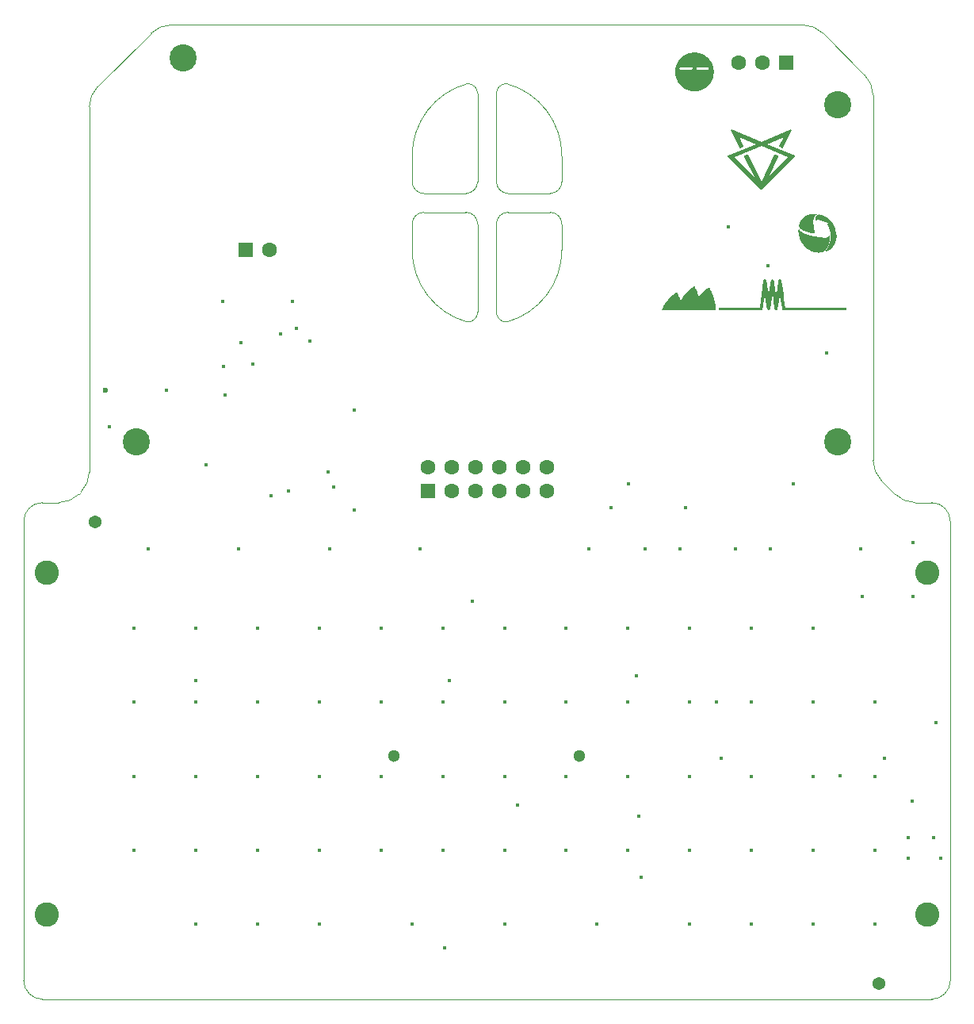
<source format=gbs>
G04*
G04 #@! TF.GenerationSoftware,Altium Limited,Altium Designer,24.2.2 (26)*
G04*
G04 Layer_Color=16711935*
%FSLAX25Y25*%
%MOIN*%
G70*
G04*
G04 #@! TF.SameCoordinates,414444BF-B964-4898-950E-571982E1B149*
G04*
G04*
G04 #@! TF.FilePolarity,Negative*
G04*
G01*
G75*
%ADD16C,0.00394*%
%ADD46C,0.10236*%
%ADD63C,0.06299*%
%ADD64R,0.06299X0.06299*%
%ADD65C,0.02362*%
%ADD66C,0.05394*%
%ADD67C,0.05118*%
%ADD68C,0.11417*%
%ADD69C,0.01772*%
G36*
X88222Y200970D02*
X88259Y200959D01*
X88293Y200940D01*
X88323Y200916D01*
X88348Y200886D01*
X88366Y200852D01*
X88368Y200846D01*
X88951D01*
X88990Y200842D01*
X89027Y200831D01*
X89061Y200813D01*
X89091Y200788D01*
X89116Y200758D01*
X89134Y200724D01*
X89136Y200718D01*
X89463D01*
X89502Y200714D01*
X89539Y200703D01*
X89573Y200685D01*
X89603Y200660D01*
X89627Y200630D01*
X89646Y200596D01*
X89648Y200590D01*
X89847D01*
X89885Y200586D01*
X89923Y200575D01*
X89957Y200557D01*
X89987Y200532D01*
X90011Y200502D01*
X90030Y200468D01*
X90031Y200462D01*
X90231D01*
X90269Y200458D01*
X90307Y200447D01*
X90341Y200429D01*
X90371Y200404D01*
X90395Y200374D01*
X90414Y200340D01*
X90415Y200334D01*
X90487D01*
X90525Y200330D01*
X90562Y200319D01*
X90597Y200301D01*
X90627Y200276D01*
X90651Y200246D01*
X90670Y200212D01*
X90671Y200206D01*
X90743D01*
X90781Y200202D01*
X90819Y200191D01*
X90853Y200173D01*
X90883Y200148D01*
X90907Y200118D01*
X90926Y200084D01*
X90927Y200078D01*
X90999D01*
X91037Y200074D01*
X91074Y200063D01*
X91109Y200045D01*
X91139Y200020D01*
X91163Y199990D01*
X91181Y199956D01*
X91183Y199950D01*
X91255D01*
X91293Y199946D01*
X91330Y199935D01*
X91365Y199917D01*
X91395Y199892D01*
X91419Y199862D01*
X91437Y199828D01*
X91439Y199822D01*
X91511D01*
X91549Y199818D01*
X91586Y199807D01*
X91621Y199789D01*
X91650Y199764D01*
X91675Y199734D01*
X91693Y199700D01*
X91698Y199684D01*
X91714Y199679D01*
X91748Y199661D01*
X91778Y199636D01*
X91803Y199606D01*
X91821Y199572D01*
X91823Y199566D01*
X91895D01*
X91933Y199562D01*
X91970Y199551D01*
X92005Y199533D01*
X92035Y199508D01*
X92059Y199478D01*
X92077Y199444D01*
X92082Y199428D01*
X92098Y199423D01*
X92133Y199405D01*
X92163Y199380D01*
X92187Y199350D01*
X92205Y199316D01*
X92208Y199309D01*
X92210Y199300D01*
X92226Y199295D01*
X92260Y199277D01*
X92290Y199252D01*
X92315Y199222D01*
X92333Y199188D01*
X92335Y199182D01*
X92406D01*
X92445Y199178D01*
X92482Y199167D01*
X92516Y199149D01*
X92546Y199124D01*
X92571Y199094D01*
X92589Y199060D01*
X92594Y199044D01*
X92610Y199039D01*
X92644Y199021D01*
X92674Y198996D01*
X92699Y198966D01*
X92717Y198932D01*
X92722Y198916D01*
X92738Y198911D01*
X92772Y198893D01*
X92802Y198868D01*
X92827Y198838D01*
X92845Y198804D01*
X92850Y198788D01*
X92866Y198783D01*
X92900Y198765D01*
X92930Y198740D01*
X92955Y198710D01*
X92973Y198676D01*
X92978Y198660D01*
X92994Y198655D01*
X93028Y198637D01*
X93058Y198612D01*
X93083Y198582D01*
X93101Y198548D01*
X93106Y198532D01*
X93122Y198527D01*
X93156Y198509D01*
X93186Y198484D01*
X93211Y198454D01*
X93229Y198420D01*
X93234Y198404D01*
X93250Y198399D01*
X93284Y198381D01*
X93314Y198356D01*
X93339Y198326D01*
X93357Y198292D01*
X93362Y198276D01*
X93378Y198271D01*
X93412Y198253D01*
X93442Y198228D01*
X93467Y198198D01*
X93485Y198164D01*
X93490Y198148D01*
X93506Y198143D01*
X93540Y198125D01*
X93570Y198100D01*
X93595Y198070D01*
X93613Y198036D01*
X93624Y197999D01*
X93628Y197960D01*
Y197889D01*
X93634Y197887D01*
X93668Y197869D01*
X93698Y197844D01*
X93723Y197815D01*
X93741Y197780D01*
X93746Y197764D01*
X93762Y197759D01*
X93796Y197741D01*
X93826Y197716D01*
X93851Y197687D01*
X93869Y197652D01*
X93874Y197636D01*
X93890Y197631D01*
X93924Y197613D01*
X93954Y197589D01*
X93979Y197558D01*
X93997Y197524D01*
X94008Y197487D01*
X94012Y197449D01*
Y197377D01*
X94018Y197375D01*
X94052Y197357D01*
X94082Y197333D01*
X94107Y197302D01*
X94125Y197268D01*
X94130Y197252D01*
X94146Y197247D01*
X94180Y197229D01*
X94210Y197204D01*
X94235Y197175D01*
X94253Y197140D01*
X94264Y197103D01*
X94268Y197065D01*
Y196993D01*
X94274Y196991D01*
X94308Y196973D01*
X94338Y196949D01*
X94363Y196919D01*
X94381Y196884D01*
X94392Y196847D01*
X94396Y196809D01*
Y196737D01*
X94402Y196736D01*
X94436Y196717D01*
X94466Y196693D01*
X94491Y196663D01*
X94509Y196628D01*
X94520Y196591D01*
X94524Y196553D01*
Y196481D01*
X94530Y196479D01*
X94564Y196461D01*
X94594Y196437D01*
X94619Y196407D01*
X94637Y196372D01*
X94648Y196335D01*
X94652Y196297D01*
Y196225D01*
X94658Y196224D01*
X94692Y196205D01*
X94722Y196181D01*
X94747Y196151D01*
X94765Y196116D01*
X94776Y196079D01*
X94780Y196041D01*
Y195969D01*
X94786Y195968D01*
X94820Y195949D01*
X94850Y195925D01*
X94875Y195895D01*
X94893Y195861D01*
X94904Y195823D01*
X94908Y195785D01*
Y195657D01*
Y195585D01*
X94914Y195584D01*
X94948Y195565D01*
X94978Y195541D01*
X95003Y195511D01*
X95021Y195477D01*
X95032Y195440D01*
X95036Y195401D01*
Y195273D01*
Y195145D01*
Y195073D01*
X95042Y195072D01*
X95076Y195054D01*
X95106Y195029D01*
X95131Y194999D01*
X95149Y194965D01*
X95160Y194928D01*
X95164Y194889D01*
Y194761D01*
Y194633D01*
Y194562D01*
X95170Y194560D01*
X95204Y194542D01*
X95234Y194517D01*
X95259Y194487D01*
X95277Y194453D01*
X95288Y194416D01*
X95292Y194377D01*
Y194249D01*
Y194121D01*
Y193993D01*
Y193865D01*
Y193737D01*
Y193666D01*
X95298Y193664D01*
X95332Y193646D01*
X95362Y193621D01*
X95386Y193591D01*
X95405Y193557D01*
X95416Y193520D01*
X95420Y193481D01*
Y193353D01*
Y193225D01*
Y193097D01*
Y192969D01*
Y192841D01*
Y192713D01*
Y192585D01*
Y192457D01*
Y192329D01*
Y192201D01*
X95416Y192163D01*
X95405Y192126D01*
X95386Y192092D01*
X95362Y192061D01*
X95332Y192037D01*
X95298Y192019D01*
X95292Y192017D01*
Y191946D01*
Y191817D01*
Y191690D01*
Y191561D01*
Y191434D01*
Y191306D01*
X95288Y191267D01*
X95277Y191230D01*
X95259Y191196D01*
X95234Y191166D01*
X95204Y191141D01*
X95170Y191123D01*
X95164Y191121D01*
Y191050D01*
Y190922D01*
Y190794D01*
X95160Y190755D01*
X95149Y190718D01*
X95131Y190684D01*
X95106Y190654D01*
X95076Y190629D01*
X95042Y190611D01*
X95036Y190609D01*
Y190538D01*
Y190410D01*
Y190282D01*
X95032Y190243D01*
X95021Y190206D01*
X95003Y190172D01*
X94978Y190142D01*
X94948Y190117D01*
X94914Y190099D01*
X94908Y190097D01*
Y190026D01*
X94904Y189987D01*
X94893Y189950D01*
X94875Y189916D01*
X94850Y189886D01*
X94820Y189861D01*
X94786Y189843D01*
X94780Y189841D01*
Y189770D01*
Y189642D01*
X94776Y189603D01*
X94765Y189566D01*
X94747Y189532D01*
X94722Y189502D01*
X94692Y189477D01*
X94658Y189459D01*
X94652Y189457D01*
Y189386D01*
X94648Y189347D01*
X94637Y189310D01*
X94619Y189276D01*
X94594Y189246D01*
X94564Y189221D01*
X94530Y189203D01*
X94524Y189201D01*
Y189130D01*
X94520Y189091D01*
X94509Y189054D01*
X94491Y189020D01*
X94466Y188990D01*
X94436Y188965D01*
X94402Y188947D01*
X94396Y188945D01*
Y188874D01*
X94392Y188835D01*
X94381Y188798D01*
X94363Y188764D01*
X94338Y188734D01*
X94308Y188709D01*
X94274Y188691D01*
X94268Y188689D01*
Y188618D01*
X94264Y188579D01*
X94253Y188542D01*
X94235Y188508D01*
X94210Y188478D01*
X94180Y188453D01*
X94146Y188435D01*
X94130Y188430D01*
X94125Y188414D01*
X94107Y188380D01*
X94082Y188350D01*
X94052Y188326D01*
X94018Y188307D01*
X94012Y188305D01*
Y188234D01*
X94008Y188196D01*
X93997Y188158D01*
X93979Y188124D01*
X93954Y188094D01*
X93924Y188070D01*
X93890Y188051D01*
X93874Y188046D01*
X93871Y188038D01*
X93869Y188030D01*
X93851Y187996D01*
X93826Y187966D01*
X93796Y187942D01*
X93762Y187923D01*
X93746Y187918D01*
X93741Y187902D01*
X93723Y187868D01*
X93698Y187838D01*
X93668Y187814D01*
X93634Y187795D01*
X93628Y187794D01*
Y187722D01*
X93624Y187683D01*
X93613Y187646D01*
X93595Y187612D01*
X93570Y187582D01*
X93540Y187558D01*
X93506Y187539D01*
X93490Y187534D01*
X93486Y187521D01*
X93485Y187519D01*
X93467Y187484D01*
X93442Y187454D01*
X93412Y187430D01*
X93378Y187411D01*
X93362Y187407D01*
X93357Y187390D01*
X93339Y187356D01*
X93314Y187326D01*
X93284Y187302D01*
X93250Y187283D01*
X93234Y187278D01*
X93229Y187262D01*
X93211Y187228D01*
X93186Y187198D01*
X93156Y187174D01*
X93122Y187155D01*
X93106Y187151D01*
X93102Y187137D01*
X93101Y187135D01*
X93083Y187100D01*
X93058Y187070D01*
X93028Y187046D01*
X92994Y187028D01*
X92978Y187023D01*
X92973Y187006D01*
X92955Y186972D01*
X92930Y186942D01*
X92900Y186918D01*
X92866Y186899D01*
X92850Y186895D01*
X92845Y186879D01*
X92827Y186844D01*
X92802Y186814D01*
X92772Y186790D01*
X92738Y186772D01*
X92722Y186767D01*
X92719Y186756D01*
X92717Y186751D01*
X92699Y186716D01*
X92674Y186686D01*
X92644Y186662D01*
X92610Y186644D01*
X92594Y186639D01*
X92592Y186632D01*
X92589Y186623D01*
X92571Y186588D01*
X92546Y186558D01*
X92516Y186534D01*
X92482Y186515D01*
X92445Y186504D01*
X92406Y186501D01*
X92335D01*
X92333Y186495D01*
X92315Y186460D01*
X92290Y186430D01*
X92260Y186406D01*
X92226Y186388D01*
X92210Y186383D01*
X92208Y186374D01*
X92205Y186367D01*
X92187Y186332D01*
X92163Y186302D01*
X92133Y186278D01*
X92098Y186260D01*
X92082Y186255D01*
X92077Y186239D01*
X92059Y186205D01*
X92035Y186174D01*
X92005Y186150D01*
X91970Y186132D01*
X91933Y186120D01*
X91895Y186117D01*
X91823D01*
X91821Y186111D01*
X91803Y186076D01*
X91778Y186047D01*
X91748Y186022D01*
X91714Y186004D01*
X91698Y185999D01*
X91693Y185983D01*
X91675Y185949D01*
X91650Y185918D01*
X91621Y185894D01*
X91586Y185876D01*
X91549Y185864D01*
X91511Y185861D01*
X91439D01*
X91437Y185855D01*
X91419Y185820D01*
X91395Y185791D01*
X91365Y185766D01*
X91330Y185748D01*
X91293Y185736D01*
X91255Y185733D01*
X91183D01*
X91181Y185727D01*
X91163Y185693D01*
X91139Y185663D01*
X91109Y185638D01*
X91074Y185620D01*
X91037Y185608D01*
X90999Y185605D01*
X90927D01*
X90926Y185599D01*
X90907Y185565D01*
X90883Y185535D01*
X90853Y185510D01*
X90819Y185492D01*
X90781Y185480D01*
X90743Y185477D01*
X90671D01*
X90670Y185471D01*
X90651Y185437D01*
X90627Y185407D01*
X90597Y185382D01*
X90562Y185364D01*
X90525Y185353D01*
X90487Y185349D01*
X90415D01*
X90414Y185343D01*
X90395Y185309D01*
X90371Y185279D01*
X90341Y185254D01*
X90307Y185236D01*
X90269Y185224D01*
X90231Y185221D01*
X90031D01*
X90030Y185215D01*
X90011Y185181D01*
X89987Y185151D01*
X89957Y185126D01*
X89923Y185108D01*
X89885Y185097D01*
X89847Y185093D01*
X89648D01*
X89646Y185087D01*
X89627Y185053D01*
X89603Y185023D01*
X89573Y184998D01*
X89539Y184980D01*
X89502Y184968D01*
X89463Y184965D01*
X89136D01*
X89134Y184959D01*
X89116Y184925D01*
X89091Y184895D01*
X89061Y184870D01*
X89027Y184852D01*
X88990Y184841D01*
X88951Y184837D01*
X88368D01*
X88366Y184831D01*
X88348Y184797D01*
X88323Y184767D01*
X88293Y184742D01*
X88259Y184724D01*
X88222Y184713D01*
X88183Y184709D01*
X86392D01*
X86353Y184713D01*
X86316Y184724D01*
X86282Y184742D01*
X86252Y184767D01*
X86227Y184797D01*
X86209Y184831D01*
X86207Y184837D01*
X85624D01*
X85585Y184841D01*
X85548Y184852D01*
X85514Y184870D01*
X85484Y184895D01*
X85459Y184925D01*
X85441Y184959D01*
X85439Y184965D01*
X85112D01*
X85073Y184968D01*
X85036Y184980D01*
X85002Y184998D01*
X84972Y185023D01*
X84947Y185053D01*
X84929Y185087D01*
X84927Y185093D01*
X84728D01*
X84689Y185097D01*
X84652Y185108D01*
X84618Y185126D01*
X84588Y185151D01*
X84563Y185181D01*
X84545Y185215D01*
X84543Y185221D01*
X84344D01*
X84305Y185224D01*
X84268Y185236D01*
X84234Y185254D01*
X84204Y185279D01*
X84179Y185309D01*
X84161Y185343D01*
X84159Y185349D01*
X84088D01*
X84049Y185353D01*
X84012Y185364D01*
X83978Y185382D01*
X83948Y185407D01*
X83923Y185437D01*
X83905Y185471D01*
X83903Y185477D01*
X83704D01*
X83665Y185480D01*
X83628Y185492D01*
X83594Y185510D01*
X83564Y185535D01*
X83539Y185565D01*
X83521Y185599D01*
X83516Y185615D01*
X83500Y185620D01*
X83466Y185638D01*
X83436Y185663D01*
X83412Y185693D01*
X83393Y185727D01*
X83391Y185733D01*
X83320D01*
X83281Y185736D01*
X83244Y185748D01*
X83210Y185766D01*
X83180Y185791D01*
X83156Y185820D01*
X83137Y185855D01*
X83135Y185861D01*
X83064D01*
X83025Y185864D01*
X82988Y185876D01*
X82954Y185894D01*
X82924Y185918D01*
X82899Y185949D01*
X82881Y185983D01*
X82876Y185999D01*
X82860Y186004D01*
X82826Y186022D01*
X82796Y186047D01*
X82772Y186076D01*
X82753Y186111D01*
X82752Y186117D01*
X82680D01*
X82642Y186120D01*
X82604Y186132D01*
X82570Y186150D01*
X82540Y186174D01*
X82516Y186205D01*
X82497Y186239D01*
X82492Y186255D01*
X82476Y186260D01*
X82442Y186278D01*
X82412Y186302D01*
X82388Y186332D01*
X82369Y186367D01*
X82368Y186372D01*
X82296D01*
X82257Y186376D01*
X82220Y186388D01*
X82186Y186406D01*
X82156Y186430D01*
X82132Y186460D01*
X82113Y186495D01*
X82108Y186511D01*
X82092Y186515D01*
X82058Y186534D01*
X82028Y186558D01*
X82004Y186588D01*
X81985Y186623D01*
X81981Y186639D01*
X81964Y186644D01*
X81930Y186662D01*
X81900Y186686D01*
X81876Y186716D01*
X81857Y186751D01*
X81853Y186767D01*
X81836Y186772D01*
X81802Y186790D01*
X81772Y186814D01*
X81748Y186844D01*
X81729Y186879D01*
X81727Y186886D01*
X81725Y186895D01*
X81709Y186899D01*
X81674Y186918D01*
X81644Y186942D01*
X81620Y186972D01*
X81602Y187006D01*
X81597Y187023D01*
X81581Y187028D01*
X81546Y187046D01*
X81516Y187070D01*
X81492Y187100D01*
X81473Y187135D01*
X81473Y187137D01*
X81469Y187151D01*
X81453Y187155D01*
X81418Y187174D01*
X81388Y187198D01*
X81364Y187228D01*
X81345Y187262D01*
X81341Y187278D01*
X81325Y187283D01*
X81290Y187302D01*
X81260Y187326D01*
X81236Y187356D01*
X81217Y187390D01*
X81213Y187407D01*
X81197Y187411D01*
X81162Y187430D01*
X81132Y187454D01*
X81108Y187484D01*
X81090Y187519D01*
X81085Y187534D01*
X81069Y187539D01*
X81034Y187558D01*
X81004Y187582D01*
X80980Y187612D01*
X80962Y187646D01*
X80957Y187662D01*
X80941Y187667D01*
X80906Y187686D01*
X80876Y187710D01*
X80852Y187740D01*
X80834Y187774D01*
X80822Y187812D01*
X80818Y187850D01*
Y187922D01*
X80813Y187923D01*
X80778Y187942D01*
X80748Y187966D01*
X80724Y187996D01*
X80706Y188030D01*
X80701Y188046D01*
X80685Y188051D01*
X80651Y188070D01*
X80620Y188094D01*
X80596Y188124D01*
X80578Y188158D01*
X80566Y188196D01*
X80563Y188234D01*
Y188305D01*
X80557Y188307D01*
X80523Y188326D01*
X80493Y188350D01*
X80468Y188380D01*
X80450Y188414D01*
X80445Y188430D01*
X80429Y188435D01*
X80395Y188453D01*
X80365Y188478D01*
X80340Y188508D01*
X80322Y188542D01*
X80310Y188579D01*
X80307Y188618D01*
Y188689D01*
X80301Y188691D01*
X80266Y188709D01*
X80237Y188734D01*
X80212Y188764D01*
X80194Y188798D01*
X80182Y188835D01*
X80179Y188874D01*
Y188945D01*
X80173Y188947D01*
X80138Y188965D01*
X80109Y188990D01*
X80084Y189020D01*
X80066Y189054D01*
X80054Y189091D01*
X80051Y189130D01*
Y189201D01*
X80045Y189203D01*
X80011Y189221D01*
X79981Y189246D01*
X79956Y189276D01*
X79938Y189310D01*
X79927Y189347D01*
X79923Y189386D01*
Y189457D01*
X79917Y189459D01*
X79883Y189477D01*
X79853Y189502D01*
X79828Y189532D01*
X79810Y189566D01*
X79799Y189603D01*
X79795Y189642D01*
Y189713D01*
X79789Y189715D01*
X79755Y189733D01*
X79725Y189758D01*
X79700Y189788D01*
X79682Y189822D01*
X79671Y189859D01*
X79667Y189898D01*
Y190026D01*
Y190097D01*
X79661Y190099D01*
X79627Y190117D01*
X79597Y190142D01*
X79572Y190172D01*
X79554Y190206D01*
X79542Y190243D01*
X79539Y190282D01*
Y190410D01*
Y190481D01*
X79533Y190483D01*
X79499Y190501D01*
X79469Y190526D01*
X79444Y190556D01*
X79426Y190590D01*
X79414Y190627D01*
X79411Y190666D01*
Y190794D01*
Y190922D01*
Y190993D01*
X79405Y190995D01*
X79371Y191013D01*
X79341Y191038D01*
X79316Y191068D01*
X79298Y191102D01*
X79287Y191139D01*
X79283Y191178D01*
Y191306D01*
Y191434D01*
Y191561D01*
Y191690D01*
Y191761D01*
X79277Y191763D01*
X79243Y191781D01*
X79213Y191806D01*
X79188Y191836D01*
X79170Y191870D01*
X79159Y191907D01*
X79155Y191946D01*
Y192073D01*
Y192201D01*
Y192329D01*
Y192457D01*
Y192585D01*
Y192713D01*
Y192841D01*
Y192969D01*
Y193097D01*
Y193225D01*
Y193353D01*
Y193481D01*
Y193609D01*
Y193737D01*
X79159Y193776D01*
X79170Y193813D01*
X79188Y193847D01*
X79213Y193877D01*
X79243Y193902D01*
X79277Y193920D01*
X79283Y193922D01*
Y193993D01*
Y194121D01*
Y194249D01*
Y194377D01*
Y194505D01*
X79287Y194544D01*
X79298Y194581D01*
X79316Y194615D01*
X79341Y194645D01*
X79371Y194669D01*
X79405Y194688D01*
X79411Y194690D01*
Y194761D01*
Y194889D01*
Y195017D01*
X79414Y195056D01*
X79426Y195093D01*
X79444Y195127D01*
X79469Y195157D01*
X79499Y195181D01*
X79533Y195200D01*
X79539Y195202D01*
Y195273D01*
Y195401D01*
X79542Y195440D01*
X79554Y195477D01*
X79572Y195511D01*
X79597Y195541D01*
X79627Y195565D01*
X79661Y195584D01*
X79667Y195585D01*
Y195657D01*
Y195785D01*
X79671Y195823D01*
X79682Y195861D01*
X79700Y195895D01*
X79725Y195925D01*
X79755Y195949D01*
X79789Y195968D01*
X79795Y195969D01*
Y196041D01*
X79799Y196079D01*
X79810Y196116D01*
X79828Y196151D01*
X79853Y196181D01*
X79883Y196205D01*
X79917Y196224D01*
X79923Y196225D01*
Y196297D01*
X79927Y196335D01*
X79938Y196372D01*
X79956Y196407D01*
X79981Y196437D01*
X80011Y196461D01*
X80045Y196479D01*
X80051Y196481D01*
Y196553D01*
X80054Y196591D01*
X80066Y196628D01*
X80084Y196663D01*
X80109Y196693D01*
X80138Y196717D01*
X80173Y196736D01*
X80179Y196737D01*
Y196809D01*
X80182Y196847D01*
X80194Y196884D01*
X80212Y196919D01*
X80237Y196949D01*
X80266Y196973D01*
X80301Y196991D01*
X80307Y196993D01*
Y197065D01*
X80310Y197103D01*
X80322Y197140D01*
X80340Y197175D01*
X80365Y197204D01*
X80395Y197229D01*
X80429Y197247D01*
X80445Y197252D01*
X80450Y197268D01*
X80468Y197302D01*
X80493Y197333D01*
X80523Y197357D01*
X80557Y197375D01*
X80563Y197377D01*
Y197449D01*
X80566Y197487D01*
X80578Y197524D01*
X80596Y197558D01*
X80620Y197589D01*
X80651Y197613D01*
X80685Y197631D01*
X80701Y197636D01*
X80706Y197652D01*
X80724Y197687D01*
X80748Y197716D01*
X80778Y197741D01*
X80813Y197759D01*
X80818Y197761D01*
Y197833D01*
X80822Y197871D01*
X80834Y197908D01*
X80852Y197942D01*
X80876Y197972D01*
X80906Y197997D01*
X80941Y198015D01*
X80957Y198020D01*
X80962Y198036D01*
X80980Y198070D01*
X81004Y198100D01*
X81034Y198125D01*
X81069Y198143D01*
X81085Y198148D01*
X81090Y198164D01*
X81108Y198198D01*
X81132Y198228D01*
X81162Y198253D01*
X81197Y198271D01*
X81213Y198276D01*
X81217Y198292D01*
X81236Y198326D01*
X81260Y198356D01*
X81290Y198381D01*
X81325Y198399D01*
X81341Y198404D01*
X81341Y198405D01*
X81345Y198420D01*
X81364Y198454D01*
X81388Y198484D01*
X81418Y198509D01*
X81453Y198527D01*
X81469Y198532D01*
X81473Y198548D01*
X81492Y198582D01*
X81516Y198612D01*
X81546Y198637D01*
X81581Y198655D01*
X81597Y198660D01*
X81602Y198676D01*
X81620Y198710D01*
X81644Y198740D01*
X81674Y198765D01*
X81709Y198783D01*
X81725Y198788D01*
X81729Y198804D01*
X81748Y198838D01*
X81772Y198868D01*
X81802Y198893D01*
X81836Y198911D01*
X81853Y198916D01*
X81857Y198932D01*
X81876Y198966D01*
X81900Y198996D01*
X81930Y199021D01*
X81964Y199039D01*
X81981Y199044D01*
X81985Y199060D01*
X82004Y199094D01*
X82028Y199124D01*
X82058Y199149D01*
X82092Y199167D01*
X82108Y199172D01*
X82113Y199188D01*
X82132Y199222D01*
X82156Y199252D01*
X82186Y199277D01*
X82220Y199295D01*
X82257Y199306D01*
X82296Y199310D01*
X82367D01*
X82369Y199316D01*
X82388Y199350D01*
X82412Y199380D01*
X82442Y199405D01*
X82476Y199423D01*
X82492Y199428D01*
X82497Y199444D01*
X82516Y199478D01*
X82540Y199508D01*
X82570Y199533D01*
X82604Y199551D01*
X82642Y199562D01*
X82680Y199566D01*
X82752D01*
X82753Y199572D01*
X82772Y199606D01*
X82796Y199636D01*
X82826Y199661D01*
X82860Y199679D01*
X82876Y199684D01*
X82881Y199700D01*
X82899Y199734D01*
X82924Y199764D01*
X82954Y199789D01*
X82988Y199807D01*
X83025Y199818D01*
X83064Y199822D01*
X83135D01*
X83137Y199828D01*
X83156Y199862D01*
X83180Y199892D01*
X83210Y199917D01*
X83244Y199935D01*
X83281Y199946D01*
X83320Y199950D01*
X83391D01*
X83393Y199956D01*
X83412Y199990D01*
X83436Y200020D01*
X83466Y200045D01*
X83500Y200063D01*
X83537Y200074D01*
X83576Y200078D01*
X83647D01*
X83649Y200084D01*
X83667Y200118D01*
X83692Y200148D01*
X83722Y200173D01*
X83756Y200191D01*
X83793Y200202D01*
X83832Y200206D01*
X83903D01*
X83905Y200212D01*
X83923Y200246D01*
X83948Y200276D01*
X83978Y200301D01*
X84012Y200319D01*
X84049Y200330D01*
X84088Y200334D01*
X84159D01*
X84161Y200340D01*
X84179Y200374D01*
X84204Y200404D01*
X84234Y200429D01*
X84268Y200447D01*
X84305Y200458D01*
X84344Y200462D01*
X84543D01*
X84545Y200468D01*
X84563Y200502D01*
X84588Y200532D01*
X84618Y200557D01*
X84652Y200575D01*
X84689Y200586D01*
X84728Y200590D01*
X84927D01*
X84929Y200596D01*
X84947Y200630D01*
X84972Y200660D01*
X85002Y200685D01*
X85036Y200703D01*
X85073Y200714D01*
X85112Y200718D01*
X85439D01*
X85441Y200724D01*
X85459Y200758D01*
X85484Y200788D01*
X85514Y200813D01*
X85548Y200831D01*
X85585Y200842D01*
X85624Y200846D01*
X86207D01*
X86209Y200852D01*
X86227Y200886D01*
X86252Y200916D01*
X86282Y200940D01*
X86316Y200959D01*
X86353Y200970D01*
X86392Y200974D01*
X88183D01*
X88222Y200970D01*
D02*
G37*
G36*
X127795Y168620D02*
X127798Y168620D01*
X127815Y168618D01*
X127830Y168616D01*
X127833Y168615D01*
X127837Y168615D01*
X127852Y168610D01*
X127867Y168605D01*
X127870Y168603D01*
X127874Y168602D01*
X127887Y168594D01*
X127901Y168587D01*
X127904Y168585D01*
X127907Y168583D01*
X127919Y168572D01*
X127931Y168562D01*
X127934Y168559D01*
X127936Y168557D01*
X128046Y168439D01*
X128048Y168436D01*
X128051Y168434D01*
X128060Y168421D01*
X128070Y168408D01*
X128071Y168405D01*
X128073Y168402D01*
X128080Y168388D01*
X128087Y168373D01*
X128088Y168370D01*
X128089Y168367D01*
X128093Y168351D01*
X128097Y168336D01*
X128097Y168333D01*
X128098Y168329D01*
X128098Y168314D01*
X128099Y168297D01*
X128099Y168294D01*
X128099Y168290D01*
X128096Y168275D01*
X128094Y168259D01*
X128093Y168256D01*
X128093Y168252D01*
X128087Y168237D01*
X128082Y168222D01*
X128080Y168219D01*
X128079Y168216D01*
X124462Y160939D01*
X124455Y160927D01*
X124449Y160916D01*
X124445Y160911D01*
X124442Y160906D01*
X124433Y160896D01*
X124424Y160886D01*
X124419Y160882D01*
X124415Y160877D01*
X124404Y160870D01*
X124394Y160861D01*
X124389Y160859D01*
X124383Y160855D01*
X124372Y160849D01*
X124360Y160843D01*
X124354Y160842D01*
X124348Y160839D01*
X124335Y160836D01*
X124323Y160832D01*
X124316Y160832D01*
X124310Y160830D01*
X124297Y160830D01*
X124284Y160829D01*
X124278Y160829D01*
X124272Y160829D01*
X124259Y160831D01*
X124245Y160833D01*
X124240Y160835D01*
X124233Y160836D01*
X124221Y160840D01*
X124208Y160844D01*
X123017Y161346D01*
X123014Y161347D01*
X123011Y161348D01*
X122997Y161357D01*
X122983Y161364D01*
X122980Y161366D01*
X122977Y161368D01*
X122965Y161379D01*
X122953Y161389D01*
X122951Y161392D01*
X122949Y161394D01*
X122939Y161407D01*
X122929Y161419D01*
X122927Y161422D01*
X122925Y161425D01*
X122918Y161439D01*
X122910Y161453D01*
X122909Y161457D01*
X122908Y161460D01*
X122852Y161611D01*
X122851Y161614D01*
X122850Y161617D01*
X122846Y161633D01*
X122842Y161649D01*
X122842Y161652D01*
X122841Y161655D01*
X122841Y161671D01*
X122840Y161687D01*
X122840Y161691D01*
X122840Y161694D01*
X122843Y161710D01*
X122845Y161726D01*
X122846Y161729D01*
X122847Y161732D01*
X122853Y161747D01*
X122858Y161762D01*
X122859Y161765D01*
X122861Y161768D01*
X124671Y165388D01*
X117732Y162532D01*
X129337Y157751D01*
X129337Y157751D01*
X129337Y157751D01*
X129351Y157744D01*
X129371Y157733D01*
X129371Y157733D01*
X129371Y157733D01*
X129385Y157721D01*
X129401Y157709D01*
X129401Y157708D01*
X129401Y157708D01*
X129411Y157696D01*
X129425Y157679D01*
X129426Y157678D01*
X129426Y157678D01*
X129433Y157665D01*
X129444Y157644D01*
X129444Y157644D01*
X129444Y157644D01*
X129446Y157636D01*
X129455Y157607D01*
X129455Y157607D01*
X129455Y157607D01*
X129487Y157449D01*
X129487Y157448D01*
X129487Y157448D01*
X129489Y157424D01*
X129491Y157410D01*
Y157410D01*
X129491Y157410D01*
X129489Y157389D01*
X129487Y157371D01*
X129487Y157371D01*
X129487Y157371D01*
X129482Y157355D01*
X129476Y157334D01*
X129476Y157334D01*
X129476Y157334D01*
X129467Y157319D01*
X129457Y157300D01*
X129457Y157300D01*
X129457Y157300D01*
X129445Y157284D01*
X129433Y157270D01*
X129433Y157270D01*
X129433Y157270D01*
X115504Y143341D01*
X115504Y143341D01*
X115474Y143317D01*
X115440Y143298D01*
X115431Y143296D01*
X115403Y143287D01*
X115364Y143283D01*
X115326Y143287D01*
X115288Y143298D01*
X115254Y143317D01*
X115224Y143341D01*
X101296Y157270D01*
X101296Y157270D01*
X101296Y157270D01*
X101291Y157276D01*
X101271Y157300D01*
X101271Y157300D01*
X101271Y157300D01*
X101263Y157315D01*
X101253Y157334D01*
X101253Y157334D01*
X101253Y157334D01*
X101247Y157353D01*
X101242Y157371D01*
X101242Y157371D01*
X101242Y157371D01*
X101240Y157389D01*
X101238Y157410D01*
X101238Y157410D01*
Y157410D01*
X101239Y157425D01*
X101242Y157448D01*
X101242Y157448D01*
X101242Y157449D01*
X101273Y157607D01*
X101273Y157607D01*
X101273Y157607D01*
X101279Y157627D01*
X101285Y157644D01*
X101285Y157644D01*
X101285Y157644D01*
X101294Y157662D01*
X101303Y157678D01*
X101303Y157678D01*
X101303Y157679D01*
X101313Y157690D01*
X101328Y157708D01*
X101328Y157709D01*
X101328Y157709D01*
X101336Y157715D01*
X101358Y157733D01*
X101358Y157733D01*
X101358Y157733D01*
X101368Y157739D01*
X101392Y157751D01*
X101392Y157751D01*
X101392Y157751D01*
X112997Y162532D01*
X106051Y165391D01*
X107824Y161767D01*
X107825Y161764D01*
X107826Y161762D01*
X107832Y161746D01*
X107838Y161730D01*
X107838Y161728D01*
X107839Y161725D01*
X107841Y161709D01*
X107844Y161692D01*
X107844Y161689D01*
X107844Y161687D01*
X107843Y161670D01*
X107843Y161653D01*
X107842Y161651D01*
X107842Y161648D01*
X107837Y161632D01*
X107834Y161616D01*
X107832Y161613D01*
X107832Y161610D01*
X107775Y161459D01*
X107774Y161457D01*
X107773Y161454D01*
X107765Y161439D01*
X107758Y161424D01*
X107756Y161422D01*
X107755Y161419D01*
X107744Y161407D01*
X107734Y161393D01*
X107732Y161392D01*
X107730Y161389D01*
X107718Y161379D01*
X107705Y161368D01*
X107703Y161366D01*
X107701Y161365D01*
X107686Y161357D01*
X107672Y161348D01*
X107669Y161347D01*
X107667Y161346D01*
X106474Y160844D01*
X106462Y160840D01*
X106449Y160836D01*
X106443Y160835D01*
X106437Y160833D01*
X106424Y160831D01*
X106411Y160829D01*
X106405Y160829D01*
X106399Y160829D01*
X106386Y160830D01*
X106372Y160830D01*
X106366Y160832D01*
X106360Y160832D01*
X106348Y160836D01*
X106335Y160839D01*
X106329Y160842D01*
X106323Y160843D01*
X106311Y160849D01*
X106299Y160855D01*
X106294Y160859D01*
X106289Y160861D01*
X106279Y160870D01*
X106268Y160877D01*
X106263Y160882D01*
X106259Y160886D01*
X106250Y160896D01*
X106241Y160906D01*
X106238Y160911D01*
X106234Y160916D01*
X106228Y160927D01*
X106220Y160939D01*
X102604Y168216D01*
X102603Y168219D01*
X102601Y168222D01*
X102596Y168237D01*
X102590Y168252D01*
X102590Y168256D01*
X102589Y168259D01*
X102586Y168275D01*
X102584Y168290D01*
X102584Y168294D01*
X102583Y168297D01*
X102584Y168314D01*
X102585Y168329D01*
X102586Y168333D01*
X102586Y168336D01*
X102590Y168351D01*
X102594Y168367D01*
X102595Y168370D01*
X102596Y168373D01*
X102603Y168388D01*
X102610Y168402D01*
X102611Y168405D01*
X102613Y168408D01*
X102623Y168421D01*
X102632Y168434D01*
X102634Y168436D01*
X102636Y168439D01*
X102747Y168557D01*
X102749Y168559D01*
X102751Y168562D01*
X102764Y168572D01*
X102776Y168583D01*
X102779Y168585D01*
X102781Y168587D01*
X102796Y168594D01*
X102809Y168602D01*
X102812Y168603D01*
X102815Y168605D01*
X102831Y168610D01*
X102846Y168615D01*
X102849Y168615D01*
X102852Y168616D01*
X102868Y168618D01*
X102884Y168620D01*
X102888Y168620D01*
X102891Y168620D01*
X102907Y168619D01*
X102923Y168617D01*
X102926Y168617D01*
X102930Y168616D01*
X102945Y168612D01*
X102961Y168608D01*
X102964Y168606D01*
X102967Y168605D01*
X115341Y163499D01*
X127716Y168605D01*
X127719Y168606D01*
X127722Y168608D01*
X127737Y168612D01*
X127753Y168616D01*
X127757Y168617D01*
X127760Y168618D01*
X127776Y168619D01*
X127792Y168620D01*
X127795Y168620D01*
D02*
G37*
G36*
X137054Y133159D02*
X137054Y133159D01*
X137054Y133159D01*
X137070Y133157D01*
X137088Y133155D01*
X137102Y133156D01*
X137122Y133158D01*
X137122D01*
X137122D01*
X137122D01*
X137191Y133157D01*
X137225Y133154D01*
X137249Y133156D01*
X137259Y133157D01*
X137259D01*
X137259D01*
X137328Y133156D01*
X137328D01*
X137328D01*
X137340Y133155D01*
X137362Y133152D01*
X137396Y133156D01*
X138560Y133145D01*
D01*
X138560D01*
X138565Y133145D01*
X138599Y133141D01*
X138624Y133133D01*
X138636Y133130D01*
X138654Y133119D01*
X138670Y133111D01*
X138700Y133086D01*
Y133086D01*
X138700D01*
X138724Y133056D01*
X138742Y133022D01*
X138750Y132995D01*
X138753Y132984D01*
X138756Y132946D01*
Y132946D01*
Y132946D01*
X138756Y132877D01*
X138755Y132869D01*
X138752Y132839D01*
X138740Y132802D01*
X138740Y132802D01*
D01*
X138722Y132768D01*
X138713Y132757D01*
X138697Y132738D01*
X138674Y132720D01*
X138666Y132714D01*
X138635Y132697D01*
X138632Y132696D01*
D01*
X138632Y132696D01*
X138617Y132691D01*
X138595Y132685D01*
X138556Y132681D01*
X138556D01*
D01*
D01*
X138499Y132682D01*
X138491Y132671D01*
X138491Y132671D01*
X138491Y132671D01*
X138483Y132665D01*
X138461Y132647D01*
X138460Y132647D01*
X138460Y132647D01*
X138450Y132641D01*
X138426Y132629D01*
X138426Y132629D01*
X138426Y132629D01*
X138414Y132625D01*
X138389Y132618D01*
X138389Y132618D01*
X138389Y132618D01*
X138371Y132616D01*
X138350Y132615D01*
X138350Y132615D01*
X138350Y132615D01*
X138293Y132615D01*
X138293Y132615D01*
X138285Y132605D01*
X138285Y132605D01*
X138285Y132605D01*
X138273Y132595D01*
X138254Y132580D01*
X138251Y132579D01*
X138245Y132576D01*
X138244Y132574D01*
X138240Y132567D01*
X138240Y132567D01*
X138240Y132566D01*
X138224Y132547D01*
X138216Y132537D01*
X138216Y132537D01*
X138215Y132537D01*
X138189Y132516D01*
X138185Y132512D01*
X138185D01*
X138185Y132512D01*
X138176Y132508D01*
X138171Y132499D01*
X138171Y132499D01*
X138171Y132499D01*
X138159Y132484D01*
X138146Y132469D01*
X138146Y132469D01*
X138146Y132469D01*
X138116Y132445D01*
X138084Y132428D01*
X138082Y132427D01*
D01*
X138082Y132427D01*
X138059Y132420D01*
X138052Y132397D01*
X138052Y132397D01*
Y132397D01*
X138042Y132380D01*
X138033Y132363D01*
X138033Y132363D01*
X138033Y132363D01*
X138023Y132351D01*
X138008Y132333D01*
X137978Y132309D01*
X137978Y132309D01*
X137978Y132309D01*
X137969Y132304D01*
X137969Y132304D01*
X137964Y132295D01*
X137939Y132265D01*
X137909Y132241D01*
X137900Y132236D01*
X137895Y132227D01*
X137870Y132197D01*
X137840Y132173D01*
X137831Y132168D01*
X137826Y132159D01*
X137801Y132130D01*
X137801Y132129D01*
X137801Y132129D01*
X137795Y132124D01*
X137791Y132121D01*
X137790Y132064D01*
X137786Y132025D01*
X137783Y132017D01*
X137774Y131988D01*
X137756Y131954D01*
X137731Y131925D01*
X137701Y131900D01*
X137692Y131896D01*
X137687Y131886D01*
X137662Y131857D01*
X137632Y131832D01*
X137626Y131829D01*
X137622Y131828D01*
X137618Y131819D01*
X137618Y131819D01*
X137617Y131819D01*
X137604Y131802D01*
X137593Y131789D01*
X137593Y131789D01*
X137593Y131789D01*
X137582Y131780D01*
X137582Y131723D01*
X137582Y131723D01*
X137582Y131723D01*
X137580Y131708D01*
X137577Y131685D01*
X137577Y131685D01*
Y131685D01*
X137575Y131678D01*
X137566Y131648D01*
X137566Y131648D01*
X137566Y131648D01*
X137556Y131630D01*
X137547Y131614D01*
X137547Y131614D01*
X137547Y131614D01*
X137534Y131597D01*
X137522Y131584D01*
X137522Y131584D01*
X137522Y131584D01*
X137512Y131575D01*
X137511Y131519D01*
X137508Y131484D01*
X137511Y131450D01*
D01*
Y131450D01*
X137510Y131382D01*
X137508Y131362D01*
X137506Y131343D01*
X137506Y131343D01*
X137506Y131343D01*
X137498Y131317D01*
X137494Y131306D01*
X137494Y131306D01*
X137494Y131306D01*
X137482Y131284D01*
X137476Y131272D01*
X137476Y131272D01*
X137476Y131272D01*
X137462Y131256D01*
X137451Y131242D01*
X137451Y131242D01*
X137451Y131242D01*
X137440Y131234D01*
X137440Y131177D01*
Y131177D01*
Y131177D01*
X137436Y131138D01*
X137427Y131112D01*
X137424Y131101D01*
X137424Y131101D01*
D01*
X137422Y131098D01*
X137406Y131067D01*
X137381Y131037D01*
X137381Y131037D01*
X137381Y131037D01*
X137370Y131029D01*
X137370Y130972D01*
Y130972D01*
Y130972D01*
X137368Y130959D01*
X137366Y130938D01*
X137368Y130914D01*
X137369Y130903D01*
Y130903D01*
Y130903D01*
X137368Y130835D01*
Y130835D01*
Y130835D01*
X137367Y130823D01*
X137365Y130801D01*
X137366Y130784D01*
X137368Y130766D01*
Y130766D01*
D01*
D01*
X137367Y130698D01*
X137363Y130659D01*
X137355Y130633D01*
X137351Y130622D01*
X137351Y130622D01*
D01*
X137333Y130588D01*
X137316Y130569D01*
X137308Y130559D01*
X137308Y130559D01*
X137308Y130559D01*
X137297Y130550D01*
X137297Y130493D01*
D01*
X137296Y130425D01*
Y130425D01*
Y130425D01*
X137296Y130356D01*
Y130356D01*
Y130356D01*
X137295Y130288D01*
Y130288D01*
X137294Y130219D01*
Y130219D01*
Y130219D01*
X137293Y130201D01*
X137291Y130185D01*
X137292Y130173D01*
X137294Y130151D01*
Y130151D01*
Y130151D01*
X137293Y130082D01*
X137291Y130059D01*
X137290Y130048D01*
X137293Y130014D01*
Y130014D01*
D01*
D01*
X137292Y129945D01*
X137288Y129911D01*
X137290Y129898D01*
X137292Y129877D01*
X137291Y129808D01*
Y129808D01*
Y129808D01*
X137289Y129791D01*
X137287Y129774D01*
X137290Y129740D01*
X137290Y129672D01*
Y129671D01*
Y129671D01*
X137288Y129654D01*
X137286Y129637D01*
X137289Y129603D01*
X137288Y129534D01*
X137285Y129500D01*
X137288Y129466D01*
Y129466D01*
Y129466D01*
X137287Y129397D01*
X137285Y129373D01*
X137284Y129363D01*
X137287Y129329D01*
Y129329D01*
Y129329D01*
X137286Y129261D01*
Y129261D01*
Y129261D01*
X137285Y129192D01*
D01*
X137285Y129124D01*
D01*
X137284Y129055D01*
Y129055D01*
Y129055D01*
X137284Y128987D01*
X137284Y128987D01*
X137284Y128987D01*
X137283Y128918D01*
Y128918D01*
X137283Y128861D01*
X137293Y128852D01*
X137293Y128852D01*
X137293Y128852D01*
X137308Y128834D01*
X137317Y128822D01*
X137317Y128822D01*
X137318Y128822D01*
X137330Y128798D01*
X137335Y128788D01*
X137335Y128788D01*
X137335Y128788D01*
X137341Y128768D01*
X137346Y128751D01*
X137346Y128751D01*
X137346Y128751D01*
X137348Y128733D01*
X137350Y128712D01*
X137350Y128712D01*
X137350Y128712D01*
X137349Y128644D01*
X137348Y128632D01*
X137346Y128610D01*
X137349Y128575D01*
D01*
Y128575D01*
X137348Y128507D01*
Y128507D01*
Y128507D01*
X137345Y128482D01*
X137344Y128472D01*
X137346Y128457D01*
X137347Y128438D01*
Y128438D01*
Y128438D01*
Y128438D01*
X137347Y128370D01*
X137347Y128370D01*
X137347Y128370D01*
X137345Y128354D01*
X137343Y128335D01*
X137345Y128320D01*
X137346Y128301D01*
Y128301D01*
Y128301D01*
Y128301D01*
X137346Y128233D01*
Y128233D01*
Y128233D01*
X137345Y128164D01*
Y128164D01*
X137345Y128107D01*
X137355Y128099D01*
X137355Y128099D01*
X137355Y128099D01*
X137365Y128086D01*
X137379Y128068D01*
X137379Y128068D01*
X137379Y128068D01*
X137392Y128043D01*
X137397Y128034D01*
Y128034D01*
X137397Y128034D01*
X137408Y127997D01*
X137411Y127969D01*
X137412Y127958D01*
Y127958D01*
Y127958D01*
X137411Y127890D01*
Y127890D01*
Y127890D01*
X137408Y127865D01*
X137407Y127855D01*
X137409Y127839D01*
X137410Y127821D01*
Y127821D01*
D01*
D01*
X137410Y127753D01*
Y127753D01*
Y127753D01*
X137409Y127684D01*
D01*
Y127684D01*
X137409Y127627D01*
X137419Y127619D01*
X137419Y127619D01*
X137419Y127619D01*
X137432Y127603D01*
X137444Y127588D01*
X137444Y127588D01*
X137444Y127588D01*
X137454Y127569D01*
X137462Y127554D01*
X137462Y127554D01*
X137462Y127554D01*
X137468Y127533D01*
X137472Y127517D01*
X137473Y127517D01*
X137473Y127517D01*
X137474Y127497D01*
X137476Y127478D01*
Y127478D01*
Y127478D01*
Y127478D01*
X137475Y127410D01*
Y127410D01*
Y127410D01*
X137474Y127401D01*
X137472Y127375D01*
X137473Y127361D01*
X137475Y127341D01*
Y127341D01*
Y127341D01*
Y127341D01*
X137474Y127273D01*
X137474Y127273D01*
X137474Y127273D01*
X137474Y127204D01*
D01*
X137473Y127147D01*
X137484Y127139D01*
X137484Y127139D01*
X137484Y127139D01*
X137508Y127109D01*
X137525Y127076D01*
X137526Y127074D01*
D01*
X137526Y127074D01*
X137537Y127037D01*
X137539Y127008D01*
X137540Y126998D01*
Y126998D01*
D01*
D01*
X137540Y126941D01*
X137550Y126933D01*
X137575Y126902D01*
X137593Y126868D01*
X137603Y126831D01*
X137607Y126792D01*
D01*
Y126792D01*
X137606Y126724D01*
X137606Y126724D01*
X137606Y126724D01*
X137605Y126708D01*
X137603Y126690D01*
X137605Y126666D01*
X137606Y126655D01*
Y126655D01*
Y126655D01*
X137605Y126587D01*
X137601Y126553D01*
X137605Y126518D01*
X137604Y126461D01*
X137615Y126453D01*
X137639Y126423D01*
X137657Y126388D01*
X137668Y126351D01*
X137671Y126312D01*
X137671Y126255D01*
X137671Y126255D01*
X137681Y126247D01*
X137681Y126247D01*
X137681Y126247D01*
X137706Y126216D01*
X137717Y126195D01*
X137724Y126182D01*
X137724Y126182D01*
Y126182D01*
X137734Y126145D01*
X137737Y126119D01*
X137738Y126106D01*
Y126106D01*
Y126106D01*
X137737Y126038D01*
X137737Y126038D01*
X137737Y126038D01*
X137735Y126020D01*
X137734Y126004D01*
X137735Y125987D01*
X137737Y125969D01*
Y125969D01*
D01*
D01*
X137736Y125901D01*
X137736Y125901D01*
X137736Y125901D01*
X137735Y125886D01*
X137733Y125867D01*
X137734Y125853D01*
X137736Y125832D01*
Y125832D01*
Y125832D01*
X137735Y125775D01*
X137745Y125767D01*
X137745Y125767D01*
X137746Y125767D01*
X137769Y125738D01*
X137770Y125737D01*
D01*
X137770Y125736D01*
X137786Y125705D01*
X137788Y125702D01*
Y125702D01*
X137788Y125702D01*
X137795Y125679D01*
X137799Y125665D01*
Y125665D01*
X137799Y125665D01*
X137800Y125647D01*
X137802Y125626D01*
Y125626D01*
Y125626D01*
X137802Y125569D01*
X137812Y125561D01*
X137837Y125530D01*
X137855Y125496D01*
X137865Y125459D01*
X137869Y125420D01*
X137868Y125352D01*
X137866Y125334D01*
X137865Y125318D01*
X137866Y125303D01*
X137868Y125283D01*
Y125283D01*
Y125283D01*
Y125283D01*
X137867Y125215D01*
X137867Y125215D01*
X137867Y125215D01*
X137867Y125146D01*
Y125146D01*
X137866Y125078D01*
Y125078D01*
Y125078D01*
X137865Y125066D01*
X137862Y125039D01*
X137850Y125002D01*
Y125002D01*
X137850Y125002D01*
X137835Y124974D01*
X137832Y124968D01*
X137832Y124968D01*
X137832Y124968D01*
X137816Y124949D01*
X137807Y124939D01*
X137807Y124938D01*
X137807Y124938D01*
X137778Y124915D01*
X137777Y124914D01*
D01*
X137777Y124914D01*
X137745Y124898D01*
X137742Y124896D01*
X137742D01*
X137742Y124896D01*
X137719Y124890D01*
X137705Y124885D01*
X137705D01*
X137705Y124885D01*
X137689Y124884D01*
X137666Y124882D01*
X137666D01*
X137666D01*
X137598Y124882D01*
X137598D01*
X137598D01*
X137564Y124886D01*
X137549Y124885D01*
X137530Y124883D01*
X137530D01*
X137530D01*
X137461Y124884D01*
X137461D01*
X137461D01*
X137422Y124888D01*
X137396Y124896D01*
X137385Y124899D01*
X137385Y124899D01*
D01*
X137382Y124901D01*
X137351Y124918D01*
X137322Y124943D01*
X137322Y124943D01*
X137322Y124943D01*
X137316Y124949D01*
X137313Y124953D01*
X137256Y124954D01*
X137240Y124956D01*
X137222Y124958D01*
X137207Y124956D01*
X137188Y124954D01*
X137188D01*
D01*
D01*
X137119Y124955D01*
X137119D01*
X137119D01*
X137097Y124958D01*
X137081Y124959D01*
X137081Y124959D01*
X137081D01*
X137070Y124962D01*
X137044Y124971D01*
X137010Y124989D01*
X137010Y124989D01*
X137010Y124989D01*
X136999Y124998D01*
X136980Y125014D01*
X136980Y125014D01*
X136980Y125014D01*
X136971Y125025D01*
X136777Y125027D01*
X136743Y125030D01*
X136709Y125027D01*
D01*
X136709D01*
X136641Y125028D01*
X136602Y125032D01*
X136575Y125040D01*
X136565Y125043D01*
X136565Y125043D01*
D01*
X136558Y125047D01*
X136531Y125062D01*
X136531Y125062D01*
X136531Y125062D01*
X136513Y125077D01*
X136501Y125087D01*
X136501Y125087D01*
X136501Y125087D01*
X136496Y125093D01*
X136493Y125098D01*
X136435Y125098D01*
X136402Y125102D01*
X136397Y125102D01*
X136397D01*
X136397Y125102D01*
X136369Y125111D01*
X136360Y125114D01*
X136360Y125114D01*
X136360Y125114D01*
X136342Y125124D01*
X136326Y125132D01*
X136326Y125132D01*
X136326Y125132D01*
X136312Y125144D01*
X136296Y125157D01*
X136296Y125157D01*
X136296Y125157D01*
X136288Y125168D01*
X136094Y125170D01*
X136094D01*
X136094D01*
X136075Y125171D01*
X136055Y125174D01*
X136055Y125174D01*
X136055D01*
X136039Y125179D01*
X136018Y125185D01*
X136018Y125185D01*
X136018D01*
X136012Y125189D01*
X135984Y125204D01*
X135984Y125204D01*
X135984Y125204D01*
X135972Y125214D01*
X135954Y125229D01*
X135954Y125229D01*
X135954Y125229D01*
X135947Y125238D01*
X135946Y125239D01*
X135889Y125240D01*
X135850Y125244D01*
X135813Y125256D01*
X135795Y125266D01*
X135779Y125274D01*
X135750Y125299D01*
Y125299D01*
X135750D01*
X135741Y125310D01*
X135547Y125311D01*
D01*
X135547D01*
X135543Y125312D01*
X135509Y125315D01*
X135472Y125327D01*
X135472Y125327D01*
D01*
X135438Y125346D01*
X135414Y125365D01*
X135408Y125370D01*
Y125370D01*
X135408D01*
X135402Y125378D01*
X135399Y125381D01*
X135342Y125382D01*
X135324Y125383D01*
X135304Y125386D01*
X135304Y125386D01*
X135304D01*
X135274Y125395D01*
X135267Y125397D01*
X135267D01*
X135267Y125397D01*
X135241Y125411D01*
X135233Y125416D01*
X135233Y125416D01*
X135233Y125416D01*
X135215Y125430D01*
X135203Y125441D01*
X135203Y125441D01*
X135203Y125441D01*
X135195Y125451D01*
X135001Y125453D01*
X134962Y125457D01*
X134933Y125466D01*
X134925Y125469D01*
X134925Y125469D01*
X134925Y125469D01*
X134909Y125477D01*
X134891Y125487D01*
X134891Y125487D01*
X134891Y125487D01*
X134881Y125496D01*
X134861Y125512D01*
X134861Y125512D01*
X134861Y125512D01*
X134853Y125523D01*
X134796Y125523D01*
X134757Y125527D01*
X134720Y125539D01*
X134686Y125557D01*
X134656Y125582D01*
X134648Y125593D01*
X134591Y125593D01*
X134591D01*
X134591D01*
X134577Y125595D01*
X134552Y125598D01*
X134515Y125609D01*
X134515Y125609D01*
X134515D01*
X134509Y125612D01*
X134481Y125628D01*
X134481Y125628D01*
X134481D01*
X134476Y125632D01*
X134451Y125653D01*
X134451Y125653D01*
X134451Y125653D01*
X134443Y125663D01*
X134386Y125664D01*
X134362Y125666D01*
X134347Y125668D01*
X134347Y125668D01*
X134347Y125668D01*
X134321Y125676D01*
X134310Y125680D01*
X134310Y125680D01*
X134310Y125680D01*
X134284Y125694D01*
X134276Y125698D01*
X134276Y125698D01*
X134276Y125698D01*
X134257Y125714D01*
X134247Y125723D01*
X134247Y125723D01*
X134247Y125723D01*
X134238Y125733D01*
X134181Y125734D01*
X134181Y125734D01*
X134181Y125734D01*
X134166Y125736D01*
X134143Y125738D01*
X134142Y125738D01*
X134142D01*
X134140Y125739D01*
X134106Y125750D01*
X134106Y125750D01*
X134106Y125750D01*
X134095Y125755D01*
X134072Y125768D01*
X134072Y125768D01*
X134072Y125768D01*
X134055Y125783D01*
X134042Y125793D01*
X134042Y125793D01*
X134042Y125793D01*
X134033Y125804D01*
X133976Y125804D01*
X133964Y125806D01*
X133938Y125809D01*
X133901Y125820D01*
D01*
X133901Y125820D01*
X133867Y125839D01*
X133842Y125859D01*
X133837Y125864D01*
X133837Y125864D01*
X133837Y125864D01*
X133828Y125874D01*
X133772Y125875D01*
X133733Y125879D01*
X133698Y125890D01*
X133696Y125890D01*
D01*
X133696Y125890D01*
X133674Y125902D01*
X133662Y125909D01*
X133662Y125909D01*
X133662Y125909D01*
X133647Y125921D01*
X133632Y125934D01*
X133632Y125934D01*
X133632Y125934D01*
X133624Y125944D01*
X133567Y125945D01*
X133528Y125949D01*
X133491Y125961D01*
X133457Y125979D01*
X133427Y126004D01*
X133419Y126015D01*
X133362Y126015D01*
X133362Y126015D01*
X133362Y126015D01*
X133343Y126017D01*
X133323Y126019D01*
X133323Y126019D01*
X133323Y126019D01*
X133311Y126023D01*
X133286Y126031D01*
X133286Y126031D01*
X133286Y126031D01*
X133279Y126035D01*
X133252Y126049D01*
X133252Y126049D01*
X133252Y126049D01*
X133242Y126058D01*
X133222Y126074D01*
X133222Y126074D01*
X133222Y126074D01*
X133214Y126084D01*
X133198Y126104D01*
X133198Y126105D01*
X133198Y126105D01*
X133193Y126114D01*
X133184Y126119D01*
X133184Y126119D01*
X133184Y126119D01*
X133176Y126126D01*
X133155Y126143D01*
X133155Y126143D01*
X133154Y126143D01*
X133146Y126154D01*
X133089Y126154D01*
X133061Y126157D01*
X133051Y126159D01*
X133051D01*
X133051Y126159D01*
X133017Y126169D01*
X133014Y126170D01*
X133014D01*
X133014Y126170D01*
X132997Y126180D01*
X132980Y126189D01*
X132980Y126189D01*
X132980D01*
X132974Y126193D01*
X132950Y126214D01*
X132950Y126214D01*
X132950Y126214D01*
X132926Y126243D01*
X132925Y126244D01*
D01*
X132925Y126244D01*
X132921Y126253D01*
X132912Y126258D01*
X132912Y126258D01*
X132912Y126258D01*
X132893Y126274D01*
X132882Y126283D01*
X132882Y126283D01*
X132882Y126283D01*
X132873Y126293D01*
X132816Y126294D01*
D01*
X132816D01*
X132812Y126294D01*
X132778Y126298D01*
X132752Y126306D01*
X132741Y126310D01*
X132722Y126320D01*
X132707Y126328D01*
X132677Y126353D01*
Y126353D01*
X132677D01*
X132653Y126383D01*
X132648Y126392D01*
X132639Y126397D01*
X132639Y126397D01*
X132639Y126397D01*
X132625Y126409D01*
X132609Y126422D01*
X132609Y126422D01*
X132609Y126422D01*
X132604Y126428D01*
X132601Y126433D01*
X132544Y126433D01*
X132505Y126437D01*
X132468Y126449D01*
X132434Y126468D01*
X132404Y126492D01*
X132380Y126523D01*
X132375Y126532D01*
X132366Y126537D01*
X132366Y126537D01*
X132366Y126537D01*
X132348Y126552D01*
X132336Y126561D01*
X132336Y126561D01*
X132336Y126561D01*
X132326Y126575D01*
X132312Y126592D01*
X132312Y126592D01*
X132312Y126592D01*
X132307Y126601D01*
X132298Y126605D01*
X132298Y126606D01*
X132298D01*
X132292Y126611D01*
X132269Y126630D01*
X132269Y126630D01*
X132269Y126630D01*
X132258Y126643D01*
X132244Y126661D01*
X132244Y126661D01*
X132244Y126661D01*
X132239Y126670D01*
X132230Y126675D01*
X132230Y126675D01*
X132230Y126675D01*
X132222Y126682D01*
X132201Y126699D01*
X132201Y126700D01*
X132201Y126700D01*
X132192Y126710D01*
X132135Y126711D01*
X132135D01*
X132135D01*
X132115Y126713D01*
X132097Y126715D01*
X132097Y126715D01*
X132097D01*
X132081Y126720D01*
X132060Y126726D01*
X132060Y126726D01*
X132060D01*
X132053Y126730D01*
X132026Y126745D01*
X132026Y126745D01*
X132026Y126745D01*
X132013Y126755D01*
X131996Y126770D01*
X131996Y126770D01*
X131996Y126770D01*
X131988Y126780D01*
X131972Y126800D01*
X131967Y126809D01*
X131958Y126814D01*
X131958Y126814D01*
X131958Y126814D01*
X131940Y126829D01*
X131928Y126839D01*
X131928Y126839D01*
X131928Y126839D01*
X131916Y126854D01*
X131904Y126869D01*
X131904Y126869D01*
X131904Y126869D01*
X131899Y126878D01*
X131890Y126883D01*
X131890Y126883D01*
X131890Y126883D01*
X131876Y126895D01*
X131860Y126908D01*
X131860Y126908D01*
X131860Y126908D01*
X131844Y126927D01*
X131836Y126938D01*
X131836Y126938D01*
X131836Y126938D01*
X131831Y126947D01*
X131822Y126952D01*
X131822Y126952D01*
X131822Y126952D01*
X131813Y126960D01*
X131792Y126977D01*
X131792Y126977D01*
X131792Y126977D01*
X131788Y126983D01*
X131768Y127007D01*
X131768Y127007D01*
X131768Y127007D01*
X131765Y127013D01*
X131763Y127016D01*
X131754Y127021D01*
X131754Y127021D01*
X131754Y127021D01*
X131749Y127026D01*
X131724Y127046D01*
X131700Y127076D01*
X131695Y127085D01*
X131686Y127090D01*
X131686Y127090D01*
X131686Y127090D01*
X131667Y127106D01*
X131656Y127115D01*
X131656Y127115D01*
X131656Y127115D01*
X131633Y127144D01*
X131632Y127145D01*
D01*
X131632Y127145D01*
X131627Y127155D01*
X131618Y127159D01*
X131618Y127159D01*
X131618Y127160D01*
X131599Y127175D01*
X131588Y127184D01*
X131588Y127184D01*
X131588Y127184D01*
X131578Y127197D01*
X131564Y127215D01*
X131564Y127215D01*
X131564Y127215D01*
X131559Y127224D01*
X131551Y127228D01*
X131551Y127228D01*
X131550Y127228D01*
X131534Y127242D01*
X131521Y127253D01*
X131521Y127253D01*
X131521Y127253D01*
X131508Y127269D01*
X131496Y127284D01*
X131496Y127284D01*
X131496Y127284D01*
X131484Y127307D01*
X131478Y127318D01*
X131478Y127318D01*
X131478Y127318D01*
X131471Y127342D01*
X131467Y127355D01*
Y127355D01*
X131467Y127355D01*
X131465Y127377D01*
X131464Y127394D01*
Y127394D01*
Y127394D01*
Y127394D01*
X131464Y127451D01*
X131454Y127459D01*
X131454Y127459D01*
X131454Y127459D01*
X131445Y127471D01*
X131430Y127490D01*
X131425Y127499D01*
X131416Y127504D01*
X131416Y127504D01*
X131416Y127504D01*
X131400Y127517D01*
X131386Y127528D01*
X131386Y127529D01*
X131386Y127529D01*
X131371Y127547D01*
X131362Y127559D01*
X131362Y127559D01*
X131362Y127559D01*
X131349Y127583D01*
X131344Y127593D01*
X131344Y127593D01*
X131344Y127593D01*
X131338Y127613D01*
X131333Y127630D01*
X131333Y127630D01*
X131333Y127630D01*
X131331Y127648D01*
X131329Y127669D01*
X131329Y127669D01*
X131329Y127669D01*
X131330Y127726D01*
X131319Y127734D01*
X131295Y127765D01*
X131277Y127799D01*
X131266Y127836D01*
X131263Y127875D01*
X131263Y127943D01*
Y127943D01*
Y127944D01*
X131266Y127966D01*
X131267Y127977D01*
X131265Y127999D01*
X131264Y128012D01*
X131264Y128012D01*
X131264Y128012D01*
X131264Y128080D01*
X131267Y128105D01*
X131268Y128115D01*
X131266Y128140D01*
X131265Y128149D01*
Y128149D01*
D01*
D01*
X131266Y128217D01*
Y128217D01*
Y128217D01*
X131266Y128286D01*
Y128286D01*
Y128286D01*
X131267Y128354D01*
X131271Y128388D01*
X131269Y128402D01*
X131267Y128423D01*
Y128423D01*
Y128423D01*
X131268Y128491D01*
Y128491D01*
Y128491D01*
X131272Y128530D01*
X131281Y128556D01*
X131284Y128567D01*
X131284Y128567D01*
D01*
X131286Y128570D01*
X131302Y128601D01*
X131327Y128631D01*
X131327Y128631D01*
X131327Y128631D01*
X131338Y128639D01*
X131338Y128696D01*
X131342Y128735D01*
X131354Y128772D01*
X131373Y128806D01*
X131397Y128835D01*
X131408Y128844D01*
X131409Y128901D01*
Y128901D01*
Y128901D01*
X131411Y128919D01*
X131413Y128939D01*
X131413Y128939D01*
Y128939D01*
X131420Y128963D01*
X131424Y128976D01*
X131424Y128976D01*
X131424Y128977D01*
X131434Y128995D01*
X131443Y129010D01*
X131443Y129010D01*
X131443Y129010D01*
X131454Y129024D01*
X131468Y129040D01*
X131468Y129040D01*
X131468Y129040D01*
X131478Y129049D01*
X131479Y129106D01*
X131479Y129106D01*
X131479Y129106D01*
X131481Y129122D01*
X131483Y129144D01*
X131483Y129144D01*
Y129144D01*
X131486Y129153D01*
X131495Y129181D01*
X131495Y129181D01*
X131495Y129181D01*
X131502Y129195D01*
X131513Y129215D01*
X131513Y129215D01*
X131513Y129215D01*
X131522Y129226D01*
X131538Y129245D01*
X131538Y129245D01*
X131538Y129245D01*
X131546Y129252D01*
X131549Y129254D01*
X131549Y129311D01*
Y129311D01*
Y129311D01*
X131550Y129322D01*
X131553Y129349D01*
X131565Y129386D01*
X131565Y129386D01*
X131565Y129386D01*
X131578Y129411D01*
X131583Y129420D01*
X131583Y129420D01*
X131583Y129420D01*
X131599Y129439D01*
X131608Y129450D01*
X131608Y129450D01*
X131608Y129450D01*
X131620Y129460D01*
X131623Y129485D01*
X131634Y129523D01*
D01*
X131634Y129523D01*
X131653Y129557D01*
X131674Y129581D01*
X131678Y129586D01*
X131678Y129586D01*
X131678Y129586D01*
X131690Y129596D01*
X131691Y129606D01*
X131693Y129622D01*
X131693Y129622D01*
Y129622D01*
X131703Y129654D01*
X131704Y129659D01*
Y129659D01*
X131704Y129659D01*
X131720Y129687D01*
X131723Y129693D01*
X131723Y129693D01*
X131723Y129693D01*
X131739Y129712D01*
X131748Y129723D01*
X131748Y129723D01*
X131748Y129723D01*
X131758Y129731D01*
X131759Y129788D01*
X131761Y129812D01*
X131763Y129827D01*
X131763Y129827D01*
X131763Y129827D01*
X131771Y129851D01*
X131774Y129864D01*
X131774Y129864D01*
X131774Y129864D01*
X131785Y129883D01*
X131793Y129898D01*
X131793Y129898D01*
X131793Y129898D01*
X131806Y129914D01*
X131818Y129927D01*
X131818Y129928D01*
X131818Y129928D01*
X131828Y129936D01*
X131829Y129993D01*
X131830Y130004D01*
X131833Y130032D01*
X131845Y130069D01*
X131845Y130069D01*
D01*
X131863Y130103D01*
X131880Y130123D01*
X131888Y130132D01*
X131888Y130132D01*
X131888Y130132D01*
X131918Y130157D01*
X131928Y130161D01*
X131932Y130170D01*
X131957Y130200D01*
X131957Y130200D01*
X131957Y130200D01*
X131987Y130225D01*
X131997Y130229D01*
X131998Y130232D01*
X132001Y130238D01*
X132001Y130238D01*
X132001Y130238D01*
X132017Y130257D01*
X132026Y130268D01*
X132026Y130268D01*
X132026Y130268D01*
X132038Y130278D01*
X132039Y130284D01*
X132041Y130304D01*
X132041Y130304D01*
X132041Y130304D01*
X132048Y130326D01*
X132053Y130341D01*
X132053Y130341D01*
X132053Y130341D01*
X132062Y130358D01*
X132071Y130375D01*
X132071Y130375D01*
X132071Y130375D01*
X132081Y130387D01*
X132096Y130404D01*
X132096Y130404D01*
X132096Y130404D01*
X132108Y130414D01*
X132111Y130440D01*
X132122Y130477D01*
D01*
X132122Y130477D01*
X132130Y130491D01*
X132141Y130511D01*
X132166Y130541D01*
X132166Y130541D01*
X132166Y130541D01*
X132196Y130565D01*
X132205Y130570D01*
X132207Y130573D01*
X132210Y130579D01*
X132210Y130579D01*
X132210Y130579D01*
X132225Y130597D01*
X132235Y130609D01*
X132235Y130609D01*
X132235Y130609D01*
X132247Y130618D01*
X132265Y130633D01*
X132274Y130638D01*
X132279Y130647D01*
X132304Y130676D01*
X132316Y130686D01*
X132318Y130707D01*
X132318Y130712D01*
Y130712D01*
X132318Y130712D01*
X132327Y130740D01*
X132330Y130749D01*
X132330Y130749D01*
X132330Y130749D01*
X132340Y130768D01*
X132349Y130783D01*
X132349Y130783D01*
X132349Y130783D01*
X132360Y130797D01*
X132373Y130813D01*
X132374Y130813D01*
X132374Y130813D01*
X132385Y130823D01*
X132388Y130849D01*
X132400Y130886D01*
D01*
X132400Y130886D01*
X132418Y130920D01*
X132435Y130939D01*
X132443Y130949D01*
X132443Y130949D01*
X132443Y130949D01*
X132473Y130974D01*
X132483Y130978D01*
X132487Y130988D01*
X132487Y130988D01*
X132487Y130988D01*
X132494Y130996D01*
X132512Y131017D01*
X132543Y131042D01*
X132543Y131042D01*
X132543Y131042D01*
X132552Y131046D01*
X132556Y131055D01*
X132556Y131055D01*
X132556Y131055D01*
X132570Y131072D01*
X132581Y131085D01*
X132581Y131085D01*
X132581Y131085D01*
X132594Y131095D01*
X132612Y131109D01*
X132612Y131109D01*
X132612Y131109D01*
X132621Y131114D01*
X132626Y131123D01*
X132650Y131153D01*
X132681Y131177D01*
X132690Y131182D01*
X132691Y131185D01*
X132695Y131191D01*
X132695Y131191D01*
X132695Y131191D01*
X132711Y131210D01*
X132719Y131221D01*
X132720Y131221D01*
X132720Y131221D01*
X132749Y131244D01*
X132750Y131245D01*
D01*
X132750Y131245D01*
X132759Y131250D01*
X132764Y131259D01*
X132789Y131289D01*
X132819Y131313D01*
X132828Y131318D01*
X132833Y131327D01*
X132853Y131351D01*
X132858Y131357D01*
X132858Y131357D01*
X132858Y131357D01*
X132888Y131381D01*
X132897Y131386D01*
X132902Y131395D01*
X132919Y131415D01*
X132927Y131424D01*
X132927Y131424D01*
X132927Y131424D01*
X132938Y131434D01*
X132957Y131449D01*
X132960Y131450D01*
X132966Y131454D01*
X132971Y131463D01*
X132971Y131463D01*
Y131463D01*
X132976Y131469D01*
X132996Y131492D01*
X132996Y131492D01*
X132996Y131492D01*
X133009Y131503D01*
X133026Y131517D01*
X133026Y131517D01*
X133026Y131517D01*
X133035Y131521D01*
X133038Y131527D01*
X133040Y131530D01*
X133040Y131530D01*
X133040Y131530D01*
X133056Y131550D01*
X133065Y131560D01*
X133065Y131560D01*
X133065Y131560D01*
X133084Y131576D01*
X133095Y131585D01*
X133095Y131585D01*
X133095Y131585D01*
X133104Y131589D01*
X133109Y131598D01*
X133109Y131598D01*
X133109Y131598D01*
X133117Y131608D01*
X133134Y131628D01*
X133134Y131628D01*
X133134Y131628D01*
X133157Y131647D01*
X133164Y131652D01*
X133164D01*
X133164Y131652D01*
X133173Y131657D01*
X133178Y131666D01*
X133178Y131666D01*
X133178Y131666D01*
X133190Y131680D01*
X133203Y131696D01*
X133203Y131696D01*
X133203Y131696D01*
X133216Y131706D01*
X133233Y131720D01*
X133233Y131720D01*
X133233Y131720D01*
X133242Y131725D01*
X133247Y131734D01*
X133247Y131734D01*
Y131734D01*
X133250Y131737D01*
X133272Y131764D01*
X133302Y131788D01*
X133302Y131788D01*
X133302Y131788D01*
X133311Y131793D01*
X133311Y131793D01*
X133316Y131802D01*
X133316Y131802D01*
Y131802D01*
X133321Y131808D01*
X133341Y131832D01*
X133341Y131832D01*
X133341Y131832D01*
X133354Y131842D01*
X133371Y131856D01*
X133371Y131856D01*
X133371Y131856D01*
X133380Y131861D01*
X133385Y131870D01*
X133385Y131870D01*
X133386Y131870D01*
X133394Y131880D01*
X133410Y131900D01*
X133410Y131900D01*
X133410Y131900D01*
X133434Y131919D01*
X133440Y131924D01*
X133440D01*
X133440Y131924D01*
X133450Y131929D01*
X133450Y131930D01*
X133454Y131938D01*
X133454Y131938D01*
X133455Y131938D01*
X133470Y131957D01*
X133479Y131967D01*
X133479Y131967D01*
X133479Y131967D01*
X133497Y131982D01*
X133509Y131992D01*
X133510Y131992D01*
X133510Y131992D01*
X133519Y131997D01*
X133523Y132006D01*
X133524Y132006D01*
X133524Y132006D01*
X133539Y132024D01*
X133548Y132035D01*
X133548Y132035D01*
X133548Y132035D01*
X133579Y132060D01*
X133611Y132077D01*
X133613Y132078D01*
D01*
X133613Y132078D01*
X133625Y132081D01*
X133650Y132089D01*
X133689Y132092D01*
X133689D01*
X133689D01*
X133746Y132092D01*
X133750Y132097D01*
X133754Y132102D01*
X133754Y132102D01*
X133754Y132102D01*
X133769Y132114D01*
X133785Y132126D01*
X133785Y132126D01*
X133785Y132126D01*
X133794Y132131D01*
X133799Y132140D01*
X133808Y132151D01*
X133824Y132170D01*
X133846Y132188D01*
X133854Y132194D01*
X133885Y132211D01*
X133888Y132212D01*
D01*
X133888Y132212D01*
X133903Y132217D01*
X133925Y132223D01*
X133964Y132227D01*
X133964D01*
D01*
D01*
X134021Y132226D01*
X134029Y132237D01*
X134029Y132237D01*
X134030Y132237D01*
X134042Y132247D01*
X134060Y132261D01*
X134060Y132261D01*
X134060Y132261D01*
X134069Y132266D01*
X134074Y132275D01*
X134090Y132295D01*
X134099Y132305D01*
X134099Y132305D01*
X134099Y132305D01*
X134129Y132329D01*
X134138Y132334D01*
X134143Y132343D01*
X134163Y132367D01*
X134168Y132372D01*
X134168D01*
Y132372D01*
X134198Y132397D01*
X134214Y132405D01*
X134232Y132415D01*
X134269Y132426D01*
X134308Y132429D01*
X134308D01*
X134308D01*
X134365Y132429D01*
X134374Y132439D01*
X134404Y132464D01*
X134413Y132468D01*
X134418Y132477D01*
X134427Y132488D01*
X134443Y132507D01*
X134466Y132526D01*
X134473Y132531D01*
X134504Y132548D01*
X134507Y132549D01*
D01*
X134507Y132549D01*
X134523Y132554D01*
X134545Y132560D01*
X134583Y132564D01*
X134583D01*
D01*
D01*
X134640Y132563D01*
X134649Y132574D01*
X134649Y132574D01*
X134649Y132574D01*
X134667Y132588D01*
X134679Y132598D01*
X134679Y132598D01*
X134679Y132598D01*
X134694Y132606D01*
X134713Y132616D01*
X134713Y132616D01*
X134713D01*
X134717Y132617D01*
X134751Y132627D01*
X134789Y132630D01*
X134789D01*
X134789D01*
X134846Y132630D01*
X134855Y132640D01*
X134855Y132640D01*
X134855Y132640D01*
X134884Y132664D01*
X134885Y132665D01*
D01*
X134885Y132665D01*
X134894Y132669D01*
X134899Y132679D01*
X134916Y132699D01*
X134924Y132708D01*
X134924Y132708D01*
X134924Y132708D01*
X134954Y132733D01*
X134976Y132744D01*
X134989Y132751D01*
X134989Y132751D01*
X134989D01*
X134993Y132752D01*
X135026Y132762D01*
X135064Y132765D01*
X135064D01*
D01*
D01*
X135133Y132764D01*
X135157Y132762D01*
X135167Y132761D01*
X135198Y132764D01*
X135201Y132764D01*
X135201D01*
D01*
D01*
X135258Y132763D01*
X135267Y132774D01*
X135267Y132774D01*
X135267Y132774D01*
X135280Y132784D01*
X135297Y132798D01*
X135297Y132798D01*
X135297Y132798D01*
X135306Y132803D01*
X135311Y132812D01*
X135311Y132812D01*
X135311Y132812D01*
X135323Y132826D01*
X135336Y132842D01*
X135336Y132842D01*
X135336Y132842D01*
X135350Y132852D01*
X135366Y132866D01*
X135366Y132866D01*
X135366Y132866D01*
X135380Y132873D01*
X135401Y132884D01*
X135401Y132884D01*
X135401Y132884D01*
X135411Y132887D01*
X135438Y132895D01*
X135438Y132895D01*
X135438D01*
X135445Y132896D01*
X135476Y132898D01*
X135476D01*
X135477D01*
X135545Y132898D01*
X135579Y132894D01*
X135593Y132895D01*
X135613Y132897D01*
X135613D01*
X135613D01*
X135670Y132897D01*
X135679Y132907D01*
X135679Y132907D01*
X135679Y132907D01*
X135698Y132923D01*
X135709Y132931D01*
X135709Y132931D01*
X135709Y132931D01*
X135744Y132949D01*
X135775Y132959D01*
X135781Y132960D01*
X135781D01*
X135781Y132960D01*
X135805Y132963D01*
X135819Y132964D01*
X135819D01*
X135819D01*
X135819D01*
X135876Y132963D01*
X135885Y132974D01*
X135915Y132998D01*
X135950Y133016D01*
X135950Y133016D01*
X135950Y133016D01*
X135965Y133021D01*
X135987Y133027D01*
X135987D01*
X135987Y133027D01*
X136005Y133029D01*
X136026Y133030D01*
X136026D01*
X136026D01*
X136094Y133030D01*
X136113Y133028D01*
X136128Y133026D01*
X136162Y133029D01*
D01*
X136162D01*
X136493Y133026D01*
X136502Y133037D01*
X136532Y133061D01*
X136567Y133079D01*
X136604Y133090D01*
X136642Y133094D01*
D01*
X136642D01*
X136711Y133093D01*
X136723Y133092D01*
X136745Y133089D01*
X136779Y133092D01*
X136836Y133092D01*
X136845Y133102D01*
X136875Y133127D01*
X136909Y133145D01*
X136947Y133156D01*
X136985Y133159D01*
X137054Y133159D01*
D02*
G37*
G36*
X139586Y132931D02*
X139620Y132927D01*
X139654Y132930D01*
X139654D01*
X139654D01*
X139723Y132930D01*
X139723D01*
X139723D01*
X139761Y132926D01*
X139788Y132917D01*
X139798Y132914D01*
X139798Y132914D01*
D01*
X139801Y132912D01*
X139832Y132896D01*
X139862Y132871D01*
X139862Y132871D01*
X139862Y132871D01*
X139871Y132860D01*
X140065Y132858D01*
X140065D01*
X140065D01*
X140099Y132855D01*
X140112Y132856D01*
X140133Y132858D01*
X140133D01*
X140133D01*
X140201Y132857D01*
X140226Y132854D01*
X140240Y132853D01*
X140240Y132853D01*
X140240Y132853D01*
X140265Y132845D01*
X140277Y132841D01*
X140277Y132841D01*
X140277Y132841D01*
X140302Y132828D01*
X140311Y132823D01*
X140311Y132823D01*
X140311Y132823D01*
X140330Y132807D01*
X140341Y132798D01*
X140341Y132798D01*
X140341Y132798D01*
X140349Y132787D01*
X140406Y132787D01*
X140423Y132785D01*
X140445Y132783D01*
X140445Y132783D01*
X140445D01*
X140482Y132771D01*
X140516Y132753D01*
X140538Y132734D01*
X140546Y132728D01*
X140546Y132728D01*
X140546Y132728D01*
X140554Y132717D01*
X140611Y132717D01*
X140626Y132715D01*
X140645Y132713D01*
X140669Y132715D01*
X140680Y132716D01*
X140680D01*
X140680D01*
X140748Y132715D01*
X140787Y132711D01*
X140813Y132703D01*
X140824Y132700D01*
X140824Y132700D01*
D01*
X140827Y132698D01*
X140858Y132681D01*
X140887Y132656D01*
X140887Y132656D01*
X140887Y132656D01*
X140896Y132646D01*
X140953Y132645D01*
X140953Y132645D01*
X140953Y132645D01*
X140968Y132643D01*
X140991Y132641D01*
X140992Y132641D01*
X140992D01*
X141000Y132638D01*
X141028Y132629D01*
X141029Y132629D01*
X141029Y132629D01*
X141045Y132621D01*
X141063Y132611D01*
X141063Y132611D01*
X141063Y132611D01*
X141078Y132597D01*
X141092Y132586D01*
X141092Y132586D01*
X141092Y132586D01*
X141101Y132575D01*
X141158Y132575D01*
X141196Y132571D01*
X141233Y132559D01*
X141259Y132545D01*
X141267Y132541D01*
X141267Y132541D01*
X141267Y132541D01*
X141282Y132528D01*
X141297Y132516D01*
X141297Y132516D01*
X141297Y132516D01*
X141322Y132485D01*
X141326Y132476D01*
X141335Y132472D01*
X141335Y132472D01*
X141335Y132472D01*
X141349Y132460D01*
X141365Y132447D01*
X141365Y132447D01*
X141365Y132447D01*
X141374Y132436D01*
X141430Y132436D01*
X141431D01*
X141431D01*
X141455Y132433D01*
X141469Y132431D01*
X141469Y132431D01*
X141469D01*
X141494Y132424D01*
X141506Y132420D01*
X141506Y132420D01*
X141506Y132420D01*
X141518Y132413D01*
X141540Y132401D01*
X141540Y132401D01*
X141540D01*
X141546Y132396D01*
X141570Y132376D01*
X141570Y132376D01*
X141570Y132376D01*
X141578Y132366D01*
X141635Y132365D01*
X141635D01*
X141635D01*
X141656Y132363D01*
X141674Y132361D01*
X141674Y132361D01*
X141674D01*
X141690Y132356D01*
X141711Y132350D01*
X141711Y132350D01*
X141711D01*
X141717Y132346D01*
X141745Y132331D01*
X141745Y132331D01*
X141745Y132331D01*
X141757Y132321D01*
X141775Y132306D01*
X141775Y132306D01*
X141775Y132306D01*
X141783Y132296D01*
X141799Y132276D01*
X141804Y132267D01*
X141813Y132262D01*
X141813Y132262D01*
X141813Y132262D01*
X141823Y132253D01*
X141843Y132237D01*
X141843Y132237D01*
X141843Y132237D01*
X141851Y132226D01*
X141908Y132226D01*
X141947Y132222D01*
X141955Y132219D01*
X141984Y132210D01*
X142006Y132198D01*
X142018Y132192D01*
X142043Y132171D01*
X142048Y132167D01*
Y132167D01*
X142048D01*
X142056Y132156D01*
X142113Y132156D01*
X142113D01*
X142113D01*
X142138Y132153D01*
X142151Y132151D01*
X142152Y132151D01*
X142152D01*
X142166Y132147D01*
X142189Y132140D01*
X142223Y132121D01*
X142223Y132121D01*
X142223D01*
X142226Y132119D01*
X142252Y132096D01*
X142277Y132066D01*
X142281Y132057D01*
X142290Y132052D01*
X142290Y132052D01*
X142290Y132052D01*
X142310Y132036D01*
X142320Y132027D01*
X142320Y132027D01*
X142320Y132027D01*
X142336Y132008D01*
X142345Y131997D01*
X142345Y131997D01*
X142345Y131997D01*
X142349Y131988D01*
X142358Y131983D01*
X142383Y131963D01*
X142388Y131958D01*
X142388Y131958D01*
X142388Y131958D01*
X142397Y131948D01*
X142454Y131947D01*
X142482Y131944D01*
X142492Y131943D01*
X142492D01*
X142492Y131943D01*
X142529Y131931D01*
X142559Y131915D01*
X142563Y131913D01*
X142563Y131913D01*
X142563Y131913D01*
X142581Y131898D01*
X142593Y131888D01*
X142593Y131888D01*
X142593Y131888D01*
X142616Y131859D01*
X142617Y131858D01*
D01*
X142617Y131858D01*
X142622Y131849D01*
X142631Y131844D01*
X142651Y131827D01*
X142661Y131819D01*
X142661Y131819D01*
X142661Y131819D01*
X142685Y131789D01*
X142690Y131780D01*
X142699Y131775D01*
X142699Y131775D01*
X142699Y131775D01*
X142715Y131761D01*
X142729Y131750D01*
X142729Y131750D01*
X142729Y131750D01*
X142737Y131739D01*
X142794Y131739D01*
X142812Y131737D01*
X142833Y131735D01*
X142833Y131735D01*
X142833D01*
X142856Y131727D01*
X142870Y131723D01*
X142870Y131723D01*
X142870Y131723D01*
X142893Y131710D01*
X142904Y131704D01*
X142904Y131704D01*
X142904Y131704D01*
X142922Y131689D01*
X142933Y131680D01*
X142933Y131680D01*
X142933Y131680D01*
X142944Y131666D01*
X142958Y131649D01*
X142958Y131649D01*
X142958Y131649D01*
X142963Y131640D01*
X142972Y131635D01*
X143001Y131611D01*
X143026Y131580D01*
X143031Y131571D01*
X143040Y131566D01*
X143040Y131566D01*
X143040Y131566D01*
X143052Y131555D01*
X143069Y131542D01*
X143069Y131541D01*
X143069Y131541D01*
X143079Y131529D01*
X143094Y131511D01*
X143094Y131511D01*
X143094Y131511D01*
X143098Y131502D01*
X143107Y131497D01*
X143107Y131497D01*
X143107Y131497D01*
X143116Y131490D01*
X143137Y131472D01*
X143146Y131462D01*
X143203Y131461D01*
X143230Y131458D01*
X143241Y131457D01*
X143241D01*
X143241Y131457D01*
X143275Y131447D01*
X143278Y131446D01*
X143278D01*
X143278Y131446D01*
X143306Y131430D01*
X143312Y131427D01*
X143312Y131427D01*
X143312Y131427D01*
X143330Y131412D01*
X143342Y131402D01*
X143342Y131402D01*
X143342Y131402D01*
X143354Y131387D01*
X143366Y131372D01*
X143366Y131372D01*
X143366Y131372D01*
X143371Y131363D01*
X143374Y131361D01*
X143380Y131358D01*
X143380Y131358D01*
X143380Y131358D01*
X143410Y131333D01*
X143426Y131313D01*
X143434Y131303D01*
X143439Y131294D01*
X143448Y131289D01*
X143478Y131264D01*
X143502Y131234D01*
X143507Y131225D01*
X143516Y131220D01*
X143546Y131195D01*
X143546Y131195D01*
X143546Y131195D01*
X143570Y131165D01*
X143575Y131156D01*
X143577Y131155D01*
X143584Y131151D01*
X143584Y131151D01*
X143584Y131150D01*
X143603Y131135D01*
X143614Y131126D01*
X143614Y131126D01*
X143614Y131126D01*
X143624Y131113D01*
X143638Y131096D01*
X143638Y131096D01*
X143638Y131096D01*
X143643Y131087D01*
X143646Y131085D01*
X143652Y131082D01*
X143652Y131081D01*
X143652Y131081D01*
X143671Y131066D01*
X143681Y131057D01*
X143681Y131057D01*
X143681Y131057D01*
X143691Y131045D01*
X143698Y131044D01*
X143717Y131042D01*
X143717Y131042D01*
X143717Y131042D01*
X143736Y131036D01*
X143754Y131030D01*
X143754Y131030D01*
X143754Y131030D01*
X143772Y131020D01*
X143788Y131012D01*
X143788Y131012D01*
X143788Y131012D01*
X143801Y131001D01*
X143818Y130987D01*
X143818Y130987D01*
X143818Y130987D01*
X143830Y130972D01*
X143842Y130957D01*
X143842Y130957D01*
X143842Y130957D01*
X143852Y130938D01*
X143860Y130922D01*
X143860Y130922D01*
X143860Y130922D01*
X143865Y130907D01*
X143883Y130907D01*
X143906Y130905D01*
X143921Y130903D01*
X143921Y130903D01*
X143921D01*
X143946Y130895D01*
X143958Y130892D01*
X143958Y130892D01*
X143958Y130892D01*
X143983Y130878D01*
X143992Y130873D01*
X143992Y130873D01*
X143992Y130873D01*
X144011Y130857D01*
X144022Y130848D01*
X144022Y130848D01*
X144022Y130848D01*
X144032Y130835D01*
X144046Y130818D01*
X144046Y130818D01*
X144046Y130818D01*
X144064Y130784D01*
X144071Y130761D01*
X144080Y130758D01*
X144094Y130754D01*
X144094Y130754D01*
X144094Y130754D01*
X144112Y130744D01*
X144128Y130735D01*
X144128Y130735D01*
X144128Y130735D01*
X144142Y130724D01*
X144158Y130710D01*
X144158Y130710D01*
X144158Y130710D01*
X144173Y130691D01*
X144182Y130680D01*
X144182Y130680D01*
X144182Y130680D01*
X144200Y130646D01*
X144207Y130623D01*
X144218Y130619D01*
X144230Y130615D01*
X144230Y130615D01*
X144230Y130615D01*
X144242Y130609D01*
X144264Y130597D01*
X144264Y130597D01*
X144264D01*
X144270Y130592D01*
X144293Y130572D01*
X144294Y130572D01*
X144294Y130572D01*
X144304Y130559D01*
X144318Y130542D01*
X144318Y130542D01*
X144318Y130542D01*
X144325Y130529D01*
X144336Y130507D01*
X144336Y130507D01*
X144336Y130507D01*
X144340Y130492D01*
X144343Y130484D01*
X144366Y130477D01*
X144400Y130459D01*
X144400Y130459D01*
X144400Y130459D01*
X144410Y130450D01*
X144429Y130434D01*
X144429Y130434D01*
X144429Y130434D01*
X144440Y130421D01*
X144454Y130404D01*
X144454Y130404D01*
X144454Y130404D01*
X144458Y130395D01*
X144472Y130369D01*
X144472Y130369D01*
X144472Y130369D01*
X144474Y130360D01*
X144478Y130346D01*
X144501Y130339D01*
X144501Y130339D01*
X144501D01*
X144508Y130336D01*
X144535Y130321D01*
X144535Y130321D01*
X144535Y130321D01*
X144547Y130310D01*
X144565Y130296D01*
X144565Y130296D01*
X144565Y130296D01*
X144583Y130274D01*
X144589Y130265D01*
Y130265D01*
X144589Y130265D01*
X144600Y130245D01*
X144607Y130231D01*
X144607Y130231D01*
X144607Y130231D01*
X144614Y130208D01*
X144637Y130201D01*
X144671Y130182D01*
X144701Y130157D01*
Y130157D01*
X144701D01*
X144725Y130127D01*
X144741Y130096D01*
X144743Y130093D01*
D01*
X144743Y130093D01*
X144754Y130056D01*
X144756Y130030D01*
X144768Y130020D01*
X144792Y129990D01*
X144810Y129955D01*
X144821Y129918D01*
X144824Y129892D01*
X144835Y129882D01*
X144835Y129882D01*
X144835Y129882D01*
X144848Y129867D01*
X144860Y129852D01*
X144860Y129852D01*
X144860Y129852D01*
X144864Y129843D01*
X144873Y129838D01*
X144903Y129813D01*
X144928Y129783D01*
X144932Y129774D01*
X144941Y129769D01*
X144971Y129744D01*
X144995Y129714D01*
X145000Y129705D01*
X145009Y129700D01*
X145029Y129683D01*
X145039Y129675D01*
X145039Y129675D01*
X145039Y129675D01*
X145063Y129645D01*
X145068Y129636D01*
X145077Y129631D01*
X145077Y129631D01*
X145077Y129631D01*
X145095Y129616D01*
X145107Y129606D01*
X145107Y129606D01*
X145107Y129606D01*
X145119Y129591D01*
X145131Y129576D01*
X145131Y129576D01*
X145131Y129576D01*
X145136Y129567D01*
X145145Y129562D01*
X145175Y129537D01*
X145199Y129507D01*
X145217Y129472D01*
X145228Y129435D01*
X145231Y129397D01*
X145231Y129340D01*
X145241Y129331D01*
X145241Y129331D01*
X145241Y129331D01*
X145253Y129316D01*
X145266Y129301D01*
X145266Y129301D01*
X145266Y129301D01*
X145271Y129292D01*
X145280Y129287D01*
X145309Y129262D01*
X145334Y129232D01*
X145338Y129223D01*
X145347Y129218D01*
X145377Y129193D01*
X145377Y129193D01*
X145377Y129193D01*
X145382Y129186D01*
X145402Y129163D01*
X145406Y129154D01*
X145415Y129148D01*
X145431Y129135D01*
X145445Y129124D01*
X145469Y129094D01*
X145469Y129094D01*
X145469Y129094D01*
X145474Y129084D01*
X145477Y129083D01*
X145483Y129079D01*
X145483Y129079D01*
X145483Y129079D01*
X145501Y129064D01*
X145513Y129055D01*
X145513Y129055D01*
X145513Y129055D01*
X145523Y129043D01*
X145537Y129024D01*
X145555Y128990D01*
D01*
X145555Y128990D01*
X145566Y128953D01*
X145569Y128927D01*
X145580Y128917D01*
X145580Y128917D01*
X145580Y128917D01*
X145595Y128899D01*
X145605Y128887D01*
X145605Y128887D01*
X145605Y128887D01*
X145617Y128863D01*
X145623Y128853D01*
X145623Y128853D01*
X145623Y128852D01*
X145628Y128833D01*
X145633Y128815D01*
X145634Y128815D01*
X145634Y128815D01*
X145635Y128797D01*
X145636Y128789D01*
X145637Y128788D01*
X145648Y128779D01*
X145648Y128779D01*
X145648Y128779D01*
X145658Y128766D01*
X145672Y128749D01*
X145672Y128749D01*
X145672Y128749D01*
X145677Y128740D01*
X145686Y128735D01*
X145686Y128735D01*
X145686D01*
X145692Y128730D01*
X145715Y128710D01*
X145715Y128710D01*
X145715Y128710D01*
X145726Y128698D01*
X145740Y128680D01*
X145740Y128680D01*
X145740Y128680D01*
X145747Y128667D01*
X145758Y128646D01*
X145758Y128646D01*
X145758Y128646D01*
X145762Y128631D01*
X145769Y128609D01*
Y128609D01*
X145769Y128609D01*
X145770Y128591D01*
X145772Y128570D01*
Y128570D01*
Y128570D01*
X145772Y128513D01*
X145782Y128505D01*
X145807Y128474D01*
X145811Y128465D01*
X145820Y128460D01*
X145820Y128460D01*
X145820Y128460D01*
X145829Y128453D01*
X145850Y128435D01*
X145850Y128435D01*
X145850Y128435D01*
X145859Y128424D01*
X145874Y128405D01*
X145874Y128405D01*
X145875Y128405D01*
X145879Y128396D01*
X145888Y128391D01*
X145888Y128391D01*
X145888Y128391D01*
X145907Y128375D01*
X145918Y128366D01*
X145918Y128366D01*
X145918Y128366D01*
X145928Y128353D01*
X145942Y128336D01*
X145942Y128336D01*
X145942Y128336D01*
X145960Y128302D01*
X145969Y128273D01*
X145971Y128265D01*
Y128264D01*
X145971Y128264D01*
X145973Y128243D01*
X145975Y128226D01*
Y128226D01*
D01*
D01*
X145974Y128169D01*
X145975Y128169D01*
X145985Y128160D01*
X146009Y128130D01*
X146014Y128121D01*
X146023Y128116D01*
X146052Y128091D01*
X146053Y128091D01*
X146053Y128091D01*
X146062Y128079D01*
X146077Y128061D01*
X146079Y128058D01*
X146095Y128027D01*
X146104Y127995D01*
X146106Y127989D01*
Y127989D01*
X146106Y127989D01*
X146108Y127962D01*
X146109Y127951D01*
Y127951D01*
Y127951D01*
X146109Y127894D01*
X146119Y127885D01*
X146119Y127885D01*
X146119Y127885D01*
X146133Y127868D01*
X146143Y127855D01*
X146143Y127855D01*
X146143Y127855D01*
X146148Y127846D01*
X146157Y127841D01*
X146187Y127816D01*
X146211Y127786D01*
X146229Y127752D01*
X146240Y127714D01*
X146244Y127676D01*
D01*
Y127676D01*
X146243Y127619D01*
X146254Y127610D01*
X146254Y127610D01*
X146254Y127610D01*
X146263Y127598D01*
X146278Y127580D01*
X146283Y127571D01*
X146292Y127566D01*
X146322Y127541D01*
X146322Y127541D01*
X146322Y127541D01*
X146327Y127534D01*
X146346Y127511D01*
X146364Y127476D01*
X146364Y127476D01*
Y127476D01*
X146375Y127439D01*
X146377Y127411D01*
X146378Y127401D01*
Y127401D01*
Y127401D01*
X146378Y127344D01*
X146388Y127335D01*
X146388Y127335D01*
X146388Y127335D01*
X146398Y127323D01*
X146413Y127305D01*
X146413Y127305D01*
X146413Y127305D01*
X146417Y127296D01*
X146426Y127291D01*
X146451Y127270D01*
X146456Y127266D01*
X146456Y127266D01*
X146456Y127266D01*
X146468Y127251D01*
X146481Y127236D01*
X146481Y127236D01*
X146481Y127236D01*
X146497Y127205D01*
X146499Y127201D01*
D01*
X146499Y127201D01*
X146503Y127186D01*
X146509Y127164D01*
X146513Y127126D01*
Y127126D01*
D01*
D01*
X146512Y127069D01*
X146523Y127060D01*
X146547Y127030D01*
X146565Y126995D01*
X146576Y126958D01*
X146580Y126919D01*
D01*
Y126919D01*
X146579Y126851D01*
D01*
Y126851D01*
X146578Y126783D01*
X146578Y126783D01*
X146574Y126744D01*
X146563Y126707D01*
X146553Y126688D01*
X146544Y126673D01*
X146519Y126643D01*
X146519D01*
Y126643D01*
X146489Y126619D01*
X146473Y126610D01*
X146455Y126601D01*
X146417Y126590D01*
X146379Y126586D01*
D01*
X146379D01*
X146308Y126587D01*
X146313Y126582D01*
X146313Y126582D01*
X146313Y126582D01*
X146338Y126552D01*
X146349Y126530D01*
X146356Y126518D01*
X146356Y126518D01*
Y126518D01*
X146357Y126513D01*
X146367Y126480D01*
X146370Y126442D01*
Y126442D01*
D01*
D01*
X146370Y126385D01*
X146380Y126376D01*
X146380Y126376D01*
X146380Y126376D01*
X146403Y126347D01*
X146404Y126346D01*
D01*
X146404Y126346D01*
X146409Y126337D01*
X146418Y126332D01*
X146448Y126307D01*
X146472Y126277D01*
X146490Y126242D01*
X146501Y126205D01*
X146504Y126167D01*
D01*
Y126167D01*
X146504Y126110D01*
X146515Y126101D01*
X146539Y126071D01*
X146539Y126071D01*
X146539Y126071D01*
X146544Y126062D01*
X146553Y126057D01*
X146553Y126057D01*
X146553Y126057D01*
X146582Y126032D01*
X146601Y126009D01*
X146607Y126002D01*
X146607Y126002D01*
X146607Y126002D01*
X146616Y125983D01*
X146625Y125967D01*
X146625Y125967D01*
X146625Y125967D01*
X146632Y125943D01*
X146636Y125930D01*
Y125930D01*
X146636Y125930D01*
X146638Y125906D01*
X146639Y125891D01*
Y125891D01*
Y125891D01*
Y125891D01*
X146639Y125835D01*
X146639Y125835D01*
X146649Y125826D01*
X146649Y125826D01*
X146649Y125826D01*
X146665Y125806D01*
X146673Y125796D01*
X146673Y125796D01*
X146674Y125796D01*
X146683Y125777D01*
X146691Y125761D01*
X146691Y125761D01*
X146691Y125761D01*
X146695Y125749D01*
X146702Y125724D01*
X146702Y125724D01*
Y125724D01*
X146703Y125713D01*
X146706Y125686D01*
Y125686D01*
Y125686D01*
Y125686D01*
X146705Y125629D01*
X146716Y125620D01*
X146740Y125590D01*
X146758Y125555D01*
X146758Y125555D01*
X146758Y125555D01*
X146761Y125547D01*
X146769Y125518D01*
Y125518D01*
X146769Y125518D01*
X146771Y125500D01*
X146773Y125479D01*
Y125479D01*
Y125479D01*
X146772Y125423D01*
X146782Y125414D01*
X146782Y125414D01*
X146783Y125414D01*
X146806Y125385D01*
X146807Y125384D01*
D01*
X146807Y125384D01*
X146823Y125353D01*
X146825Y125349D01*
Y125349D01*
X146825Y125349D01*
X146832Y125326D01*
X146836Y125312D01*
Y125312D01*
X146836Y125312D01*
X146837Y125296D01*
X146839Y125274D01*
Y125274D01*
Y125274D01*
X146839Y125217D01*
X146849Y125208D01*
X146849Y125208D01*
X146849Y125208D01*
X146860Y125195D01*
X146873Y125178D01*
X146873Y125178D01*
X146873Y125178D01*
X146880Y125164D01*
X146891Y125143D01*
X146891Y125143D01*
X146891Y125143D01*
X146897Y125124D01*
X146902Y125106D01*
Y125106D01*
X146902Y125106D01*
X146904Y125085D01*
X146906Y125067D01*
Y125067D01*
D01*
D01*
X146905Y125011D01*
X146916Y125002D01*
X146916Y125002D01*
X146916Y125002D01*
X146926Y124989D01*
X146940Y124972D01*
X146940Y124972D01*
X146940Y124972D01*
X146947Y124958D01*
X146958Y124937D01*
X146958Y124937D01*
X146958Y124937D01*
X146964Y124917D01*
X146969Y124900D01*
Y124900D01*
X146969Y124900D01*
X146971Y124879D01*
X146973Y124861D01*
Y124861D01*
D01*
D01*
X146972Y124793D01*
X146968Y124759D01*
X146970Y124743D01*
X146971Y124724D01*
Y124724D01*
Y124724D01*
Y124724D01*
X146971Y124656D01*
X146970Y124588D01*
Y124588D01*
Y124588D01*
X146970Y124531D01*
X146980Y124522D01*
X146980Y124522D01*
X146980Y124522D01*
X146991Y124509D01*
X147004Y124492D01*
X147004Y124492D01*
X147004Y124492D01*
X147011Y124478D01*
X147022Y124457D01*
X147022Y124457D01*
X147022Y124457D01*
X147027Y124442D01*
X147033Y124420D01*
Y124420D01*
X147033Y124420D01*
X147035Y124404D01*
X147037Y124381D01*
Y124381D01*
Y124381D01*
X147036Y124313D01*
X147032Y124279D01*
X147036Y124245D01*
X147035Y124176D01*
X147031Y124142D01*
X147033Y124128D01*
X147034Y124108D01*
Y124108D01*
Y124108D01*
X147034Y124039D01*
D01*
X147033Y123971D01*
D01*
Y123971D01*
X147033Y123902D01*
Y123902D01*
Y123902D01*
X147029Y123868D01*
X147031Y123841D01*
X147032Y123834D01*
Y123834D01*
D01*
D01*
X147031Y123765D01*
D01*
Y123765D01*
X147031Y123697D01*
D01*
X147030Y123628D01*
Y123628D01*
Y123628D01*
X147028Y123610D01*
X147027Y123594D01*
X147027Y123591D01*
X147030Y123560D01*
Y123560D01*
Y123560D01*
X147029Y123491D01*
X147027Y123472D01*
X147025Y123457D01*
X147027Y123439D01*
X147028Y123423D01*
Y123423D01*
Y123423D01*
Y123423D01*
X147028Y123354D01*
Y123354D01*
Y123354D01*
X147027Y123343D01*
X147024Y123320D01*
X147026Y123305D01*
X147027Y123286D01*
Y123286D01*
D01*
D01*
X147027Y123217D01*
X147025Y123202D01*
X147023Y123179D01*
X147022Y123179D01*
Y123179D01*
X147016Y123158D01*
X147011Y123142D01*
X147011Y123142D01*
X147011Y123142D01*
X146996Y123115D01*
X146992Y123108D01*
X146992Y123108D01*
X146992Y123108D01*
X146976Y123089D01*
X146968Y123078D01*
X146968Y123078D01*
X146967Y123078D01*
X146957Y123069D01*
X146956Y123012D01*
D01*
X146956Y122944D01*
Y122944D01*
Y122944D01*
X146955Y122875D01*
X146951Y122838D01*
X146951Y122837D01*
D01*
X146951Y122837D01*
X146943Y122811D01*
X146940Y122800D01*
X146940Y122800D01*
X146940Y122800D01*
X146932Y122786D01*
X146921Y122766D01*
X146921Y122766D01*
X146921Y122766D01*
X146909Y122752D01*
X146896Y122736D01*
X146896Y122736D01*
X146896Y122736D01*
X146885Y122728D01*
X146885Y122671D01*
X146885Y122671D01*
X146885Y122671D01*
X146884Y122602D01*
Y122602D01*
X146884Y122534D01*
X146880Y122500D01*
X146883Y122465D01*
Y122465D01*
D01*
D01*
X146883Y122397D01*
X146878Y122358D01*
X146867Y122321D01*
X146848Y122287D01*
X146823Y122257D01*
X146813Y122249D01*
X146812Y122192D01*
X146808Y122153D01*
X146800Y122127D01*
X146797Y122116D01*
X146797Y122116D01*
D01*
X146795Y122113D01*
X146778Y122082D01*
X146753Y122053D01*
X146753Y122053D01*
X146753Y122053D01*
X146742Y122044D01*
X146742Y121987D01*
Y121987D01*
Y121987D01*
X146740Y121969D01*
X146738Y121953D01*
X146741Y121919D01*
D01*
Y121919D01*
X146741Y121850D01*
X146738Y121825D01*
X146737Y121812D01*
X146737Y121812D01*
Y121812D01*
X146727Y121779D01*
X146725Y121775D01*
Y121775D01*
X146725Y121775D01*
X146710Y121747D01*
X146706Y121741D01*
X146706Y121741D01*
X146706Y121741D01*
X146691Y121722D01*
X146682Y121711D01*
X146682Y121711D01*
X146682Y121711D01*
X146670Y121701D01*
X146669Y121698D01*
X146667Y121675D01*
X146667Y121675D01*
Y121675D01*
X146664Y121667D01*
X146655Y121638D01*
X146655Y121638D01*
X146655Y121638D01*
X146646Y121622D01*
X146637Y121604D01*
X146637Y121604D01*
X146637Y121604D01*
X146624Y121588D01*
X146612Y121574D01*
X146612Y121574D01*
X146612Y121574D01*
X146600Y121565D01*
X146599Y121553D01*
X146598Y121543D01*
X146598Y121537D01*
X146601Y121509D01*
Y121509D01*
Y121509D01*
Y121509D01*
X146600Y121440D01*
X146596Y121402D01*
X146585Y121365D01*
X146566Y121331D01*
X146541Y121301D01*
X146529Y121291D01*
X146529Y121285D01*
X146526Y121266D01*
X146526Y121265D01*
Y121265D01*
X146519Y121242D01*
X146515Y121229D01*
X146515Y121229D01*
X146515Y121229D01*
X146498Y121198D01*
X146496Y121195D01*
X146496Y121195D01*
X146496Y121195D01*
X146480Y121175D01*
X146472Y121165D01*
X146471Y121165D01*
X146471Y121165D01*
X146460Y121155D01*
X146457Y121134D01*
X146460Y121107D01*
X146460Y121099D01*
Y121099D01*
D01*
D01*
X146460Y121031D01*
Y121031D01*
Y121031D01*
X146456Y120992D01*
X146447Y120966D01*
X146444Y120955D01*
X146444Y120955D01*
D01*
X146442Y120952D01*
X146425Y120921D01*
X146401Y120891D01*
X146401Y120891D01*
X146400Y120891D01*
X146394Y120886D01*
X146370Y120867D01*
X146361Y120862D01*
X146356Y120853D01*
X146356Y120853D01*
X146356Y120853D01*
X146347Y120842D01*
X146332Y120824D01*
X146331Y120824D01*
X146331Y120824D01*
X146323Y120817D01*
X146321Y120815D01*
X146320Y120758D01*
X146320Y120758D01*
X146320Y120758D01*
X146319Y120743D01*
X146316Y120720D01*
X146316Y120719D01*
Y120719D01*
X146314Y120712D01*
X146305Y120683D01*
X146305Y120683D01*
X146305Y120682D01*
X146295Y120664D01*
X146286Y120649D01*
X146286Y120648D01*
X146286Y120648D01*
X146275Y120635D01*
X146261Y120619D01*
X146261Y120619D01*
X146261Y120619D01*
X146249Y120609D01*
X146231Y120594D01*
X146231Y120594D01*
X146231Y120594D01*
X146222Y120590D01*
X146217Y120581D01*
X146217Y120580D01*
X146217Y120580D01*
X146201Y120562D01*
X146192Y120551D01*
X146192Y120551D01*
X146192Y120551D01*
X146181Y120542D01*
X146181Y120485D01*
Y120485D01*
Y120485D01*
X146180Y120474D01*
X146177Y120447D01*
X146165Y120410D01*
X146151Y120383D01*
X146147Y120376D01*
X146130Y120356D01*
X146122Y120346D01*
X146122Y120346D01*
X146122Y120346D01*
X146107Y120334D01*
X146092Y120322D01*
X146092Y120322D01*
X146092Y120322D01*
X146083Y120317D01*
X146078Y120308D01*
X146053Y120278D01*
X146053Y120278D01*
X146053Y120278D01*
X146046Y120273D01*
X146042Y120270D01*
X146042Y120213D01*
X146038Y120174D01*
X146026Y120137D01*
X146007Y120103D01*
X145983Y120073D01*
X145952Y120049D01*
X145943Y120044D01*
X145940Y120039D01*
X145938Y120035D01*
X145938Y120035D01*
X145938Y120035D01*
X145922Y120016D01*
X145913Y120005D01*
X145913Y120005D01*
X145913Y120005D01*
X145894Y119990D01*
X145883Y119981D01*
X145883Y119981D01*
X145883Y119981D01*
X145874Y119976D01*
X145869Y119967D01*
X145844Y119938D01*
X145844Y119938D01*
X145844Y119938D01*
X145833Y119928D01*
X145832Y119923D01*
X145830Y119902D01*
X145830Y119902D01*
X145830Y119902D01*
X145825Y119887D01*
X145818Y119865D01*
X145818Y119865D01*
X145818Y119865D01*
X145809Y119848D01*
X145800Y119831D01*
X145800Y119831D01*
X145800Y119831D01*
X145788Y119817D01*
X145775Y119801D01*
X145775Y119801D01*
X145775Y119801D01*
X145765Y119793D01*
X145763Y119791D01*
X145760Y119766D01*
X145752Y119739D01*
X145748Y119729D01*
X145748Y119729D01*
D01*
X145730Y119695D01*
X145713Y119675D01*
X145705Y119665D01*
X145705Y119665D01*
X145705Y119665D01*
X145675Y119641D01*
X145666Y119636D01*
X145661Y119627D01*
X145636Y119597D01*
X145636Y119597D01*
X145636Y119597D01*
X145624Y119587D01*
X145606Y119573D01*
X145597Y119568D01*
X145592Y119559D01*
X145592Y119559D01*
X145592Y119559D01*
X145578Y119542D01*
X145567Y119529D01*
X145567Y119529D01*
X145567Y119529D01*
X145554Y119518D01*
X145537Y119505D01*
X145537Y119505D01*
X145537Y119505D01*
X145528Y119500D01*
X145523Y119491D01*
X145523Y119491D01*
X145522Y119491D01*
X145509Y119474D01*
X145498Y119461D01*
X145498Y119461D01*
X145498Y119461D01*
X145487Y119453D01*
X145487Y119396D01*
X145487Y119396D01*
X145483Y119357D01*
X145471Y119320D01*
X145452Y119286D01*
X145434Y119264D01*
X145428Y119256D01*
X145428Y119256D01*
X145428Y119256D01*
X145410Y119242D01*
X145397Y119232D01*
X145397Y119232D01*
X145397Y119232D01*
X145383Y119224D01*
X145363Y119214D01*
X145363Y119214D01*
X145363D01*
X145360Y119213D01*
X145340Y119207D01*
X145333Y119184D01*
Y119184D01*
X145333Y119184D01*
X145317Y119156D01*
X145314Y119150D01*
X145314Y119150D01*
X145314Y119150D01*
X145298Y119131D01*
X145289Y119121D01*
X145289Y119121D01*
X145289Y119121D01*
X145260Y119097D01*
X145259Y119096D01*
D01*
X145259Y119096D01*
X145250Y119091D01*
X145245Y119082D01*
X145245Y119082D01*
X145245Y119082D01*
X145234Y119069D01*
X145220Y119053D01*
X145220Y119053D01*
X145220Y119053D01*
X145207Y119042D01*
X145190Y119028D01*
X145190Y119028D01*
X145190Y119028D01*
X145181Y119024D01*
X145176Y119015D01*
X145151Y118985D01*
X145151Y118985D01*
X145151Y118985D01*
X145121Y118960D01*
X145112Y118956D01*
X145111Y118954D01*
X145107Y118947D01*
X145107Y118947D01*
X145107Y118947D01*
X145091Y118928D01*
X145082Y118917D01*
X145082Y118917D01*
X145082Y118917D01*
X145064Y118903D01*
X145052Y118893D01*
X145052Y118893D01*
X145052Y118893D01*
X145043Y118888D01*
X145038Y118879D01*
X145038Y118879D01*
X145038Y118879D01*
X145029Y118868D01*
X145013Y118849D01*
X145013Y118849D01*
X145013Y118849D01*
X144997Y118836D01*
X144983Y118825D01*
X144983Y118825D01*
X144983Y118825D01*
X144974Y118820D01*
X144973Y118818D01*
X144969Y118811D01*
X144969Y118811D01*
X144969Y118811D01*
X144953Y118792D01*
X144944Y118781D01*
X144944Y118781D01*
X144944Y118781D01*
X144931Y118771D01*
X144914Y118757D01*
X144914Y118757D01*
X144914Y118757D01*
X144905Y118752D01*
X144903Y118749D01*
X144900Y118743D01*
X144875Y118713D01*
X144845Y118689D01*
X144836Y118684D01*
X144831Y118675D01*
X144831Y118675D01*
X144831Y118675D01*
X144815Y118656D01*
X144806Y118645D01*
X144806Y118645D01*
X144806Y118645D01*
X144782Y118626D01*
X144776Y118621D01*
X144776D01*
X144776Y118621D01*
X144766Y118616D01*
X144765Y118613D01*
X144762Y118607D01*
X144762Y118607D01*
X144762Y118607D01*
X144746Y118588D01*
X144737Y118578D01*
X144737Y118578D01*
X144737Y118578D01*
X144708Y118554D01*
X144707Y118553D01*
D01*
X144707Y118553D01*
X144697Y118548D01*
X144693Y118539D01*
X144693Y118539D01*
X144693Y118539D01*
X144681Y118526D01*
X144668Y118510D01*
X144668Y118510D01*
X144668Y118510D01*
X144655Y118500D01*
X144638Y118485D01*
X144637Y118485D01*
X144637Y118485D01*
X144628Y118481D01*
X144623Y118472D01*
X144623Y118471D01*
X144623Y118471D01*
X144615Y118461D01*
X144599Y118442D01*
X144599Y118442D01*
X144598Y118442D01*
X144575Y118423D01*
X144568Y118417D01*
X144568D01*
X144568Y118417D01*
X144559Y118413D01*
X144554Y118404D01*
X144554Y118404D01*
X144554Y118404D01*
X144539Y118386D01*
X144529Y118374D01*
X144529Y118374D01*
X144529Y118374D01*
X144515Y118362D01*
X144499Y118350D01*
X144499Y118350D01*
X144499Y118350D01*
X144490Y118345D01*
X144485Y118336D01*
X144485Y118336D01*
X144485Y118336D01*
X144472Y118319D01*
X144460Y118306D01*
X144460Y118306D01*
X144460Y118306D01*
X144444Y118293D01*
X144430Y118282D01*
X144430Y118282D01*
X144430Y118282D01*
X144401Y118266D01*
X144396Y118264D01*
X144396D01*
X144396Y118264D01*
X144373Y118257D01*
X144366Y118234D01*
D01*
X144366Y118234D01*
X144354Y118212D01*
X144347Y118200D01*
X144347Y118200D01*
X144347Y118200D01*
X144334Y118185D01*
X144322Y118170D01*
X144322Y118170D01*
X144322Y118170D01*
X144305Y118156D01*
X144292Y118146D01*
X144292Y118146D01*
X144292Y118146D01*
X144264Y118131D01*
X144258Y118128D01*
D01*
X144258Y118128D01*
X144227Y118119D01*
X144220Y118117D01*
X144220D01*
X144220Y118117D01*
X144196Y118115D01*
X144182Y118114D01*
X144182D01*
D01*
D01*
X144125Y118114D01*
X144116Y118104D01*
X144116Y118104D01*
X144116Y118103D01*
X144101Y118091D01*
X144086Y118079D01*
X144086Y118079D01*
X144086Y118079D01*
X144077Y118074D01*
X144072Y118065D01*
X144072Y118065D01*
X144072Y118065D01*
X144057Y118047D01*
X144047Y118036D01*
X144047Y118036D01*
X144047Y118036D01*
X144033Y118024D01*
X144017Y118011D01*
X144017Y118011D01*
X144017Y118011D01*
X144008Y118007D01*
X144003Y117998D01*
X143978Y117968D01*
X143948Y117943D01*
X143939Y117939D01*
X143934Y117930D01*
X143934Y117930D01*
X143934Y117930D01*
X143922Y117916D01*
X143909Y117900D01*
X143909Y117900D01*
X143909Y117900D01*
X143889Y117884D01*
X143879Y117876D01*
X143879Y117876D01*
X143879Y117876D01*
X143864Y117868D01*
X143844Y117858D01*
X143844Y117858D01*
X143844Y117858D01*
X143838Y117856D01*
X143807Y117847D01*
X143807Y117847D01*
X143807D01*
X143800Y117846D01*
X143769Y117843D01*
X143769D01*
X143769D01*
X143769D01*
X143712Y117844D01*
X143708Y117839D01*
X143703Y117833D01*
X143703Y117833D01*
X143703Y117833D01*
X143673Y117809D01*
X143664Y117804D01*
X143659Y117795D01*
X143659Y117795D01*
X143659Y117795D01*
X143642Y117774D01*
X143634Y117765D01*
X143634Y117765D01*
X143634Y117765D01*
X143618Y117752D01*
X143604Y117741D01*
X143604Y117741D01*
X143604Y117741D01*
X143584Y117731D01*
X143569Y117723D01*
X143569Y117723D01*
X143569Y117723D01*
X143554Y117719D01*
X143532Y117712D01*
X143532Y117712D01*
X143532D01*
X143521Y117711D01*
X143506Y117710D01*
X143496Y117698D01*
X143496Y117698D01*
X143496Y117698D01*
X143490Y117693D01*
X143466Y117674D01*
X143432Y117656D01*
X143432Y117656D01*
X143432D01*
X143395Y117645D01*
X143368Y117642D01*
X143359Y117631D01*
X143329Y117606D01*
X143319Y117602D01*
X143315Y117593D01*
X143315Y117593D01*
X143315Y117593D01*
X143301Y117577D01*
X143290Y117563D01*
X143290Y117563D01*
X143290Y117563D01*
X143272Y117548D01*
X143260Y117538D01*
X143260Y117538D01*
X143260Y117538D01*
X143236Y117526D01*
X143225Y117520D01*
X143225Y117520D01*
X143225Y117520D01*
X143205Y117515D01*
X143188Y117510D01*
X143188Y117510D01*
X143188Y117510D01*
X143170Y117508D01*
X143149Y117506D01*
X143149Y117506D01*
X143149Y117506D01*
X143092Y117507D01*
X143084Y117496D01*
X143084Y117496D01*
X143084Y117496D01*
X143069Y117484D01*
X143053Y117472D01*
X143053Y117472D01*
X143053Y117472D01*
X143035Y117462D01*
X143019Y117454D01*
X143019Y117454D01*
X143019Y117454D01*
X142997Y117447D01*
X142982Y117443D01*
X142982D01*
X142982Y117443D01*
X142961Y117441D01*
X142943Y117439D01*
X142943D01*
X142943D01*
X142943D01*
X142886Y117440D01*
X142878Y117429D01*
X142847Y117405D01*
X142838Y117400D01*
X142833Y117391D01*
X142833Y117391D01*
X142833Y117391D01*
X142823Y117379D01*
X142809Y117362D01*
X142808Y117362D01*
X142808Y117362D01*
X142799Y117354D01*
X142778Y117337D01*
X142744Y117319D01*
D01*
X142744Y117319D01*
X142720Y117312D01*
X142707Y117308D01*
X142707D01*
X142707Y117308D01*
X142685Y117306D01*
X142668Y117305D01*
X142668D01*
D01*
D01*
X142531Y117306D01*
X142531D01*
X142531D01*
X142513Y117308D01*
X142493Y117310D01*
X142493Y117310D01*
X142493D01*
X142472Y117317D01*
X142456Y117322D01*
X142456Y117322D01*
X142456Y117322D01*
X142440Y117331D01*
X142422Y117340D01*
X142422Y117340D01*
X142422Y117340D01*
X142410Y117350D01*
X142392Y117365D01*
X142392Y117365D01*
X142392Y117365D01*
X142384Y117375D01*
X142367Y117395D01*
X142350Y117430D01*
D01*
X142350Y117430D01*
X142341Y117460D01*
X142339Y117467D01*
Y117467D01*
X142339Y117467D01*
X142337Y117490D01*
X142335Y117506D01*
Y117506D01*
Y117506D01*
X142336Y117574D01*
X142340Y117611D01*
X142340Y117613D01*
D01*
X142340Y117613D01*
X142350Y117646D01*
X142351Y117649D01*
Y117649D01*
X142351Y117650D01*
X142363Y117671D01*
X142370Y117684D01*
X142370Y117684D01*
X142370Y117684D01*
X142382Y117697D01*
X142395Y117713D01*
X142395Y117713D01*
X142395Y117713D01*
X142414Y117729D01*
X142425Y117738D01*
X142425Y117738D01*
X142425Y117738D01*
X142459Y117756D01*
X142482Y117762D01*
X142490Y117785D01*
X142490Y117785D01*
X142490Y117785D01*
X142499Y117802D01*
X142508Y117819D01*
X142508Y117819D01*
X142508Y117819D01*
X142518Y117831D01*
X142533Y117849D01*
X142533Y117849D01*
X142533Y117849D01*
X142545Y117859D01*
X142546Y117865D01*
X142548Y117885D01*
X142548Y117885D01*
Y117885D01*
X142555Y117908D01*
X142559Y117922D01*
X142559Y117922D01*
X142559Y117922D01*
X142578Y117956D01*
X142596Y117977D01*
X142603Y117985D01*
X142603Y117985D01*
X142603Y117986D01*
X142622Y118001D01*
X142633Y118010D01*
X142633Y118010D01*
X142633Y118010D01*
X142642Y118015D01*
X142647Y118024D01*
X142647Y118024D01*
X142647Y118024D01*
X142655Y118034D01*
X142672Y118053D01*
X142672Y118053D01*
X142672Y118053D01*
X142681Y118061D01*
X142702Y118078D01*
X142711Y118082D01*
X142716Y118092D01*
X142741Y118121D01*
X142771Y118146D01*
X142780Y118150D01*
X142785Y118159D01*
X142802Y118179D01*
X142810Y118189D01*
X142810Y118189D01*
X142810Y118189D01*
X142821Y118198D01*
X142821Y118255D01*
X142825Y118293D01*
X142833Y118320D01*
X142837Y118330D01*
X142837Y118330D01*
D01*
X142839Y118333D01*
X142855Y118364D01*
X142880Y118394D01*
X142880Y118394D01*
X142880Y118394D01*
X142892Y118403D01*
X142911Y118418D01*
X142920Y118423D01*
X142924Y118432D01*
X142924Y118432D01*
X142924Y118432D01*
X142938Y118448D01*
X142949Y118462D01*
X142949Y118462D01*
X142949Y118462D01*
X142975Y118483D01*
X142980Y118486D01*
X142980D01*
X142980Y118486D01*
X142989Y118491D01*
X142992Y118497D01*
X142993Y118500D01*
X143018Y118530D01*
X143049Y118554D01*
X143058Y118559D01*
X143063Y118568D01*
X143063Y118568D01*
X143063Y118568D01*
X143075Y118583D01*
X143087Y118598D01*
X143087Y118598D01*
X143088Y118598D01*
X143098Y118606D01*
X143099Y118663D01*
X143103Y118702D01*
X143114Y118739D01*
X143133Y118773D01*
X143158Y118802D01*
X143188Y118827D01*
X143197Y118832D01*
X143202Y118841D01*
X143213Y118854D01*
X143227Y118870D01*
X143237Y118879D01*
X143238Y118936D01*
Y118936D01*
Y118936D01*
X143241Y118961D01*
X143242Y118974D01*
X143242Y118974D01*
Y118974D01*
X143250Y118999D01*
X143254Y119011D01*
X143254Y119011D01*
X143254Y119011D01*
X143260Y119024D01*
X143272Y119045D01*
X143272Y119045D01*
Y119045D01*
X143277Y119052D01*
X143297Y119075D01*
X143297Y119075D01*
X143297Y119075D01*
X143310Y119086D01*
X143327Y119099D01*
X143327Y119100D01*
X143327Y119100D01*
X143336Y119104D01*
X143338Y119107D01*
X143341Y119113D01*
X143341Y119113D01*
X143341Y119113D01*
X143357Y119132D01*
X143366Y119143D01*
X143366Y119143D01*
X143366Y119143D01*
X143395Y119167D01*
X143396Y119167D01*
D01*
X143396Y119167D01*
X143405Y119172D01*
X143410Y119181D01*
X143410Y119181D01*
X143410Y119181D01*
X143422Y119195D01*
X143435Y119211D01*
X143435Y119211D01*
X143435Y119211D01*
X143447Y119221D01*
X143448Y119232D01*
X143450Y119246D01*
X143450Y119246D01*
X143450Y119247D01*
X143458Y119271D01*
X143462Y119283D01*
X143462Y119283D01*
X143462Y119284D01*
X143469Y119298D01*
X143480Y119317D01*
X143480Y119318D01*
X143480Y119318D01*
X143487Y119326D01*
X143505Y119347D01*
X143505Y119347D01*
X143505Y119347D01*
X143517Y119357D01*
X143520Y119383D01*
X143531Y119420D01*
X143546Y119447D01*
X143550Y119454D01*
X143567Y119474D01*
X143575Y119484D01*
X143575Y119484D01*
X143575Y119484D01*
X143585Y119492D01*
X143586Y119549D01*
X143588Y119574D01*
X143590Y119588D01*
X143590Y119588D01*
Y119588D01*
X143600Y119620D01*
X143601Y119625D01*
Y119625D01*
X143601Y119625D01*
X143617Y119653D01*
X143620Y119659D01*
X143620Y119659D01*
X143620Y119659D01*
X143636Y119678D01*
X143645Y119688D01*
X143645Y119689D01*
X143645Y119689D01*
X143656Y119697D01*
X143656Y119754D01*
X143660Y119792D01*
X143672Y119829D01*
X143690Y119864D01*
X143715Y119893D01*
X143745Y119918D01*
X143754Y119922D01*
X143759Y119931D01*
X143759Y119931D01*
X143759Y119932D01*
X143771Y119945D01*
X143784Y119961D01*
X143784Y119961D01*
X143784Y119961D01*
X143795Y119970D01*
X143795Y120027D01*
Y120027D01*
Y120027D01*
X143797Y120045D01*
X143799Y120065D01*
X143799Y120065D01*
Y120065D01*
X143807Y120088D01*
X143811Y120102D01*
X143811Y120102D01*
X143811Y120102D01*
X143821Y120121D01*
X143830Y120136D01*
X143830Y120136D01*
X143830Y120136D01*
X143841Y120150D01*
X143854Y120166D01*
X143854Y120166D01*
X143854Y120166D01*
X143866Y120176D01*
X143867Y120182D01*
X143869Y120202D01*
X143869Y120202D01*
Y120202D01*
X143876Y120225D01*
X143881Y120239D01*
X143881Y120239D01*
X143881Y120239D01*
X143891Y120257D01*
X143899Y120273D01*
X143899Y120273D01*
X143899Y120273D01*
X143911Y120286D01*
X143924Y120302D01*
X143924Y120302D01*
X143924Y120302D01*
X143936Y120312D01*
X143938Y120334D01*
X143935Y120368D01*
D01*
Y120368D01*
X143936Y120436D01*
X143938Y120453D01*
X143940Y120475D01*
X143940Y120475D01*
Y120475D01*
X143946Y120493D01*
X143952Y120512D01*
X143952Y120512D01*
X143952Y120512D01*
X143968Y120542D01*
X143970Y120546D01*
X143970Y120546D01*
X143970Y120546D01*
X143986Y120565D01*
X143995Y120576D01*
X143995Y120576D01*
X143995Y120576D01*
X144014Y120591D01*
X144025Y120600D01*
X144025Y120600D01*
X144025Y120600D01*
X144034Y120605D01*
X144039Y120614D01*
X144039Y120614D01*
X144039Y120614D01*
X144054Y120631D01*
X144064Y120644D01*
X144064Y120644D01*
X144064Y120644D01*
X144075Y120652D01*
X144075Y120709D01*
X144079Y120743D01*
X144077Y120770D01*
X144076Y120778D01*
Y120778D01*
D01*
D01*
X144076Y120846D01*
Y120846D01*
Y120846D01*
X144081Y120885D01*
X144091Y120920D01*
X144092Y120922D01*
D01*
X144092Y120922D01*
X144100Y120936D01*
X144111Y120956D01*
X144136Y120985D01*
X144136Y120985D01*
X144136Y120985D01*
X144147Y120995D01*
X144166Y121010D01*
X144175Y121015D01*
X144180Y121024D01*
X144180Y121024D01*
Y121024D01*
X144182Y121027D01*
X144205Y121053D01*
X144215Y121062D01*
X144216Y121119D01*
X144217Y121131D01*
X144220Y121153D01*
X144218Y121175D01*
X144216Y121187D01*
Y121187D01*
Y121187D01*
X144217Y121256D01*
X144221Y121294D01*
X144232Y121329D01*
X144233Y121331D01*
D01*
X144233Y121331D01*
X144240Y121345D01*
X144251Y121365D01*
X144276Y121395D01*
X144276Y121395D01*
X144276Y121395D01*
X144287Y121404D01*
X144287Y121461D01*
X144291Y121495D01*
X144288Y121529D01*
D01*
Y121529D01*
X144288Y121598D01*
X144291Y121622D01*
X144293Y121636D01*
X144293Y121636D01*
Y121636D01*
X144303Y121669D01*
X144304Y121673D01*
Y121673D01*
X144304Y121673D01*
X144319Y121701D01*
X144323Y121707D01*
X144323Y121707D01*
X144323Y121707D01*
X144339Y121726D01*
X144348Y121737D01*
X144348Y121737D01*
X144348Y121737D01*
X144358Y121746D01*
X144359Y121802D01*
Y121802D01*
Y121803D01*
X144360Y121814D01*
X144362Y121837D01*
X144361Y121852D01*
X144359Y121871D01*
Y121871D01*
Y121871D01*
Y121871D01*
X144360Y121939D01*
Y121939D01*
Y121940D01*
X144362Y121958D01*
X144364Y121978D01*
X144364Y121978D01*
Y121978D01*
X144371Y122001D01*
X144376Y122015D01*
X144376Y122015D01*
X144376Y122015D01*
X144386Y122033D01*
X144394Y122049D01*
X144394Y122049D01*
X144394Y122049D01*
X144406Y122063D01*
X144419Y122079D01*
X144419Y122079D01*
X144419Y122079D01*
X144430Y122087D01*
X144430Y122144D01*
Y122144D01*
X144431Y122213D01*
Y122213D01*
Y122213D01*
X144431Y122281D01*
X144431Y122281D01*
X144431Y122281D01*
X144433Y122297D01*
X144436Y122320D01*
X144436Y122320D01*
Y122320D01*
X144438Y122328D01*
X144447Y122357D01*
X144447Y122357D01*
X144447Y122357D01*
X144454Y122370D01*
X144466Y122391D01*
X144466Y122391D01*
X144466Y122391D01*
X144475Y122402D01*
X144491Y122421D01*
X144491Y122421D01*
X144491Y122421D01*
X144499Y122427D01*
X144501Y122429D01*
X144502Y122486D01*
Y122486D01*
X144502Y122554D01*
X144502Y122555D01*
X144502Y122555D01*
X144503Y122623D01*
X144507Y122657D01*
X144505Y122675D01*
X144503Y122691D01*
Y122692D01*
Y122692D01*
Y122692D01*
X144504Y122760D01*
Y122760D01*
Y122760D01*
X144505Y122769D01*
X144508Y122794D01*
X144505Y122828D01*
D01*
Y122828D01*
X144505Y122897D01*
X144508Y122920D01*
X144509Y122931D01*
X144507Y122953D01*
X144506Y122965D01*
Y122965D01*
Y122965D01*
Y122966D01*
X144506Y123034D01*
Y123034D01*
Y123034D01*
X144508Y123051D01*
X144510Y123068D01*
X144507Y123102D01*
D01*
Y123102D01*
X144508Y123171D01*
Y123171D01*
Y123171D01*
X144509Y123188D01*
X144512Y123209D01*
X144512Y123209D01*
Y123209D01*
X144515Y123219D01*
X144523Y123246D01*
X144523Y123246D01*
Y123247D01*
X144528Y123255D01*
X144538Y123273D01*
X144524Y123300D01*
X144514Y123333D01*
X144513Y123338D01*
Y123338D01*
X144513Y123338D01*
X144511Y123362D01*
X144509Y123376D01*
Y123376D01*
Y123376D01*
X144510Y123445D01*
Y123445D01*
Y123445D01*
X144512Y123462D01*
X144514Y123483D01*
X144514Y123483D01*
Y123483D01*
X144517Y123493D01*
X144526Y123520D01*
X144526Y123520D01*
Y123520D01*
X144530Y123528D01*
X144544Y123554D01*
X144544Y123554D01*
X144544Y123554D01*
X144556Y123568D01*
X144569Y123584D01*
X144569Y123584D01*
X144569Y123584D01*
X144580Y123593D01*
X144580Y123650D01*
D01*
X144581Y123718D01*
D01*
Y123718D01*
X144581Y123775D01*
X144571Y123784D01*
X144571Y123784D01*
X144571Y123784D01*
X144559Y123798D01*
X144547Y123814D01*
X144547Y123814D01*
X144547Y123814D01*
X144539Y123829D01*
X144529Y123848D01*
X144529Y123848D01*
Y123848D01*
X144527Y123853D01*
X144518Y123886D01*
X144514Y123924D01*
Y123924D01*
Y123924D01*
X144515Y123993D01*
X144517Y124009D01*
X144518Y124027D01*
X144517Y124047D01*
X144515Y124061D01*
Y124061D01*
Y124061D01*
Y124061D01*
X144516Y124129D01*
Y124129D01*
Y124129D01*
X144517Y124140D01*
X144520Y124164D01*
X144518Y124188D01*
X144517Y124198D01*
Y124198D01*
Y124198D01*
X144517Y124267D01*
X144521Y124301D01*
X144519Y124321D01*
X144518Y124335D01*
Y124335D01*
Y124335D01*
X144518Y124404D01*
Y124404D01*
Y124404D01*
X144520Y124421D01*
X144522Y124438D01*
X144520Y124461D01*
X144519Y124472D01*
Y124472D01*
Y124472D01*
X144520Y124540D01*
X144523Y124575D01*
X144521Y124601D01*
X144520Y124609D01*
Y124609D01*
D01*
D01*
X144521Y124677D01*
D01*
Y124677D01*
X144521Y124746D01*
D01*
Y124746D01*
X144522Y124803D01*
X144511Y124811D01*
X144511Y124811D01*
X144511Y124811D01*
X144501Y124825D01*
X144487Y124842D01*
X144487Y124842D01*
X144487Y124842D01*
X144480Y124855D01*
X144469Y124876D01*
X144469Y124876D01*
X144469Y124876D01*
X144465Y124891D01*
X144458Y124913D01*
Y124913D01*
X144458Y124913D01*
X144457Y124931D01*
X144455Y124952D01*
Y124952D01*
Y124952D01*
X144455Y125009D01*
X144445Y125017D01*
X144445Y125018D01*
X144445Y125018D01*
X144421Y125047D01*
X144420Y125048D01*
D01*
X144420Y125048D01*
X144402Y125082D01*
X144394Y125110D01*
X144392Y125119D01*
Y125119D01*
X144392Y125119D01*
X144390Y125141D01*
X144388Y125158D01*
Y125158D01*
D01*
D01*
X144389Y125226D01*
Y125226D01*
Y125226D01*
X144390Y125239D01*
X144392Y125261D01*
X144391Y125274D01*
X144389Y125295D01*
Y125295D01*
Y125295D01*
X144390Y125363D01*
X144394Y125398D01*
X144392Y125416D01*
X144390Y125432D01*
Y125432D01*
Y125432D01*
X144391Y125489D01*
X144380Y125497D01*
X144380Y125497D01*
X144380Y125498D01*
X144360Y125523D01*
X144356Y125528D01*
Y125528D01*
X144356Y125528D01*
X144343Y125554D01*
X144338Y125562D01*
X144338Y125562D01*
X144338Y125562D01*
X144332Y125584D01*
X144327Y125599D01*
X144327Y125599D01*
X144327Y125599D01*
X144325Y125619D01*
X144324Y125638D01*
Y125638D01*
Y125638D01*
Y125638D01*
X144324Y125695D01*
X144314Y125704D01*
X144314Y125704D01*
X144314Y125704D01*
X144298Y125723D01*
X144289Y125734D01*
X144289Y125734D01*
X144289Y125734D01*
X144274Y125764D01*
X144271Y125768D01*
Y125768D01*
X144271Y125768D01*
X144264Y125795D01*
X144261Y125805D01*
Y125805D01*
X144261Y125805D01*
X144258Y125828D01*
X144257Y125844D01*
Y125844D01*
Y125844D01*
X144258Y125912D01*
X144261Y125947D01*
X144260Y125965D01*
X144258Y125981D01*
Y125981D01*
Y125981D01*
Y125981D01*
X144259Y126038D01*
X144248Y126047D01*
X144248Y126047D01*
X144248Y126047D01*
X144237Y126061D01*
X144224Y126077D01*
X144224Y126077D01*
X144224Y126077D01*
X144208Y126108D01*
X144206Y126111D01*
D01*
X144206Y126111D01*
X144195Y126148D01*
X144193Y126176D01*
X144192Y126187D01*
Y126187D01*
D01*
D01*
X144192Y126244D01*
X144182Y126252D01*
X144182Y126253D01*
X144182Y126253D01*
X144171Y126266D01*
X144157Y126283D01*
X144157Y126283D01*
X144157Y126283D01*
X144139Y126317D01*
X144130Y126349D01*
X144128Y126354D01*
Y126354D01*
X144128Y126354D01*
X144126Y126379D01*
X144125Y126393D01*
Y126393D01*
Y126393D01*
Y126393D01*
X144125Y126461D01*
X144125Y126461D01*
X144125Y126462D01*
X144128Y126481D01*
X144129Y126496D01*
X144127Y126523D01*
X144126Y126530D01*
Y126530D01*
D01*
D01*
X144126Y126587D01*
X144116Y126596D01*
X144116Y126596D01*
X144116Y126596D01*
X144106Y126608D01*
X144092Y126626D01*
X144092Y126626D01*
X144092Y126626D01*
X144087Y126635D01*
X144078Y126640D01*
X144078Y126640D01*
X144078Y126640D01*
X144064Y126651D01*
X144048Y126665D01*
X144048Y126665D01*
X144048Y126665D01*
X144037Y126678D01*
X144024Y126695D01*
X144024Y126695D01*
X144024Y126695D01*
X144017Y126709D01*
X144006Y126729D01*
X144006Y126729D01*
X144006Y126729D01*
X144003Y126740D01*
X143995Y126766D01*
X143995Y126767D01*
Y126767D01*
X143994Y126774D01*
X143991Y126805D01*
Y126805D01*
Y126805D01*
X143992Y126862D01*
X143982Y126871D01*
X143982Y126871D01*
X143982Y126871D01*
X143957Y126901D01*
X143939Y126935D01*
X143931Y126964D01*
X143928Y126972D01*
Y126972D01*
X143928Y126972D01*
X143926Y126994D01*
X143925Y127011D01*
Y127011D01*
D01*
D01*
X143925Y127068D01*
X143915Y127077D01*
X143915Y127077D01*
X143915Y127077D01*
X143910Y127083D01*
X143890Y127107D01*
X143890Y127107D01*
X143890Y127107D01*
X143883Y127121D01*
X143872Y127141D01*
X143872Y127141D01*
X143872Y127141D01*
X143867Y127160D01*
X143861Y127179D01*
Y127179D01*
X143861Y127179D01*
X143860Y127202D01*
X143858Y127217D01*
Y127217D01*
Y127217D01*
X143859Y127274D01*
X143848Y127283D01*
X143824Y127313D01*
X143819Y127322D01*
X143810Y127327D01*
X143810Y127327D01*
X143810Y127327D01*
X143794Y127340D01*
X143780Y127352D01*
X143780Y127352D01*
X143780Y127352D01*
X143766Y127370D01*
X143756Y127382D01*
X143756Y127382D01*
X143756Y127382D01*
X143743Y127406D01*
X143738Y127416D01*
X143738Y127416D01*
X143738Y127417D01*
X143732Y127436D01*
X143727Y127453D01*
X143727Y127454D01*
X143727Y127454D01*
X143725Y127471D01*
X143723Y127492D01*
X143723Y127492D01*
X143723Y127492D01*
X143724Y127549D01*
X143714Y127558D01*
X143714Y127558D01*
X143713Y127558D01*
X143702Y127572D01*
X143689Y127588D01*
X143689Y127588D01*
X143689Y127588D01*
X143682Y127603D01*
X143671Y127622D01*
X143671Y127622D01*
Y127622D01*
X143670Y127627D01*
X143660Y127660D01*
X143657Y127698D01*
Y127698D01*
Y127698D01*
X143657Y127755D01*
X143647Y127764D01*
X143623Y127794D01*
X143618Y127803D01*
X143609Y127808D01*
X143609Y127808D01*
X143609Y127808D01*
X143590Y127824D01*
X143579Y127833D01*
X143579Y127833D01*
X143579Y127833D01*
X143569Y127846D01*
X143555Y127863D01*
X143555Y127863D01*
X143555Y127863D01*
X143550Y127872D01*
X143541Y127877D01*
X143541Y127877D01*
X143541Y127877D01*
X143527Y127889D01*
X143511Y127902D01*
X143511Y127902D01*
X143511Y127902D01*
X143501Y127915D01*
X143487Y127932D01*
X143487Y127932D01*
X143487Y127932D01*
X143481Y127944D01*
X143469Y127967D01*
X143469Y127967D01*
X143469Y127967D01*
X143462Y127989D01*
X143458Y128004D01*
Y128004D01*
X143458Y128004D01*
X143456Y128028D01*
X143454Y128042D01*
Y128042D01*
Y128043D01*
Y128043D01*
X143455Y128099D01*
X143444Y128108D01*
X143444Y128108D01*
X143444Y128108D01*
X143429Y128128D01*
X143420Y128138D01*
X143420Y128138D01*
X143420Y128138D01*
X143404Y128168D01*
X143402Y128173D01*
Y128173D01*
X143402Y128173D01*
X143393Y128203D01*
X143391Y128210D01*
Y128210D01*
X143391Y128210D01*
X143389Y128235D01*
X143388Y128248D01*
Y128249D01*
Y128249D01*
Y128249D01*
X143388Y128305D01*
X143378Y128314D01*
X143378Y128314D01*
X143378Y128314D01*
X143369Y128325D01*
X143353Y128344D01*
X143353Y128344D01*
X143353Y128344D01*
X143349Y128354D01*
X143340Y128358D01*
X143310Y128383D01*
X143286Y128413D01*
X143281Y128423D01*
X143272Y128427D01*
X143252Y128444D01*
X143242Y128452D01*
X143242Y128452D01*
X143242Y128452D01*
X143218Y128482D01*
X143200Y128517D01*
X143189Y128554D01*
X143186Y128586D01*
X143185Y128593D01*
Y128593D01*
D01*
D01*
X143186Y128661D01*
Y128661D01*
Y128661D01*
X143188Y128679D01*
X143190Y128695D01*
X143186Y128730D01*
D01*
Y128730D01*
X143187Y128798D01*
D01*
Y128798D01*
X143191Y128837D01*
X143203Y128874D01*
X143221Y128908D01*
X143246Y128937D01*
X143246D01*
Y128937D01*
X143252Y128942D01*
X143276Y128962D01*
X143311Y128980D01*
X143348Y128991D01*
X143387Y128994D01*
D01*
X143387D01*
X143592Y128992D01*
X143631Y128988D01*
X143668Y128977D01*
X143702Y128958D01*
X143731Y128933D01*
Y128933D01*
X143731D01*
X143756Y128903D01*
X143760Y128894D01*
X143770Y128889D01*
X143799Y128864D01*
X143799Y128864D01*
X143799Y128864D01*
X143811Y128849D01*
X143824Y128834D01*
X143824Y128834D01*
X143824Y128834D01*
X143828Y128825D01*
X143837Y128820D01*
X143837Y128820D01*
X143837Y128820D01*
X143856Y128804D01*
X143867Y128795D01*
X143867Y128795D01*
X143867Y128795D01*
X143876Y128785D01*
X143933Y128784D01*
X143933D01*
X143933D01*
X143942Y128783D01*
X143971Y128780D01*
X144008Y128768D01*
D01*
X144008Y128768D01*
X144041Y128750D01*
X144037Y128758D01*
X144028Y128763D01*
X143998Y128788D01*
X143998Y128788D01*
X143998Y128788D01*
X143989Y128800D01*
X143974Y128818D01*
X143969Y128827D01*
X143960Y128832D01*
X143936Y128853D01*
X143930Y128857D01*
X143930Y128857D01*
X143930Y128857D01*
X143906Y128887D01*
X143901Y128896D01*
X143892Y128901D01*
X143892Y128901D01*
X143892Y128901D01*
X143874Y128916D01*
X143862Y128926D01*
X143862Y128926D01*
X143862Y128926D01*
X143854Y128937D01*
X143797Y128937D01*
X143758Y128942D01*
X143735Y128949D01*
X143721Y128953D01*
X143721Y128953D01*
D01*
X143687Y128972D01*
X143660Y128994D01*
X143658Y128997D01*
Y128997D01*
X143658D01*
X143652Y129004D01*
X143633Y129027D01*
X143629Y129036D01*
X143620Y129041D01*
X143620Y129041D01*
X143620Y129041D01*
X143609Y129049D01*
X143590Y129066D01*
X143590Y129066D01*
X143590Y129066D01*
X143571Y129089D01*
X143565Y129096D01*
Y129096D01*
X143565Y129096D01*
X143561Y129105D01*
X143552Y129110D01*
X143527Y129130D01*
X143522Y129135D01*
X143522Y129135D01*
X143522Y129135D01*
X143510Y129149D01*
X143498Y129165D01*
X143498Y129165D01*
X143498Y129165D01*
X143493Y129174D01*
X143490Y129176D01*
X143484Y129179D01*
X143454Y129204D01*
X143445Y129214D01*
X143388Y129215D01*
X143366Y129217D01*
X143350Y129219D01*
X143350Y129219D01*
X143350D01*
X143325Y129227D01*
X143313Y129231D01*
X143313Y129231D01*
X143313Y129231D01*
X143288Y129244D01*
X143279Y129249D01*
X143279Y129249D01*
X143279Y129249D01*
X143260Y129265D01*
X143249Y129274D01*
X143249Y129274D01*
X143249Y129274D01*
X143239Y129287D01*
X143225Y129304D01*
X143225Y129304D01*
X143225Y129304D01*
X143220Y129313D01*
X143211Y129318D01*
X143211Y129318D01*
X143211Y129318D01*
X143197Y129330D01*
X143181Y129343D01*
X143181Y129343D01*
X143181Y129343D01*
X143173Y129354D01*
X143116Y129354D01*
X143116Y129354D01*
X143116Y129354D01*
X143101Y129356D01*
X143077Y129358D01*
X143077Y129358D01*
X143077D01*
X143075Y129359D01*
X143040Y129370D01*
X143040Y129370D01*
X143040Y129370D01*
X143030Y129376D01*
X143006Y129388D01*
X143006Y129389D01*
X143006Y129389D01*
X142994Y129399D01*
X142976Y129413D01*
X142976Y129413D01*
X142976Y129413D01*
X142972Y129419D01*
X142952Y129444D01*
X142952Y129444D01*
X142952Y129444D01*
X142949Y129450D01*
X142947Y129453D01*
X142938Y129458D01*
X142938Y129458D01*
X142938Y129458D01*
X142922Y129471D01*
X142909Y129482D01*
X142909Y129483D01*
X142908Y129483D01*
X142900Y129493D01*
X142843Y129494D01*
X142826Y129495D01*
X142805Y129498D01*
X142805Y129498D01*
X142805D01*
X142768Y129509D01*
X142733Y129528D01*
X142711Y129547D01*
X142704Y129553D01*
X142704Y129553D01*
X142704Y129553D01*
X142695Y129563D01*
X142638Y129564D01*
X142638Y129564D01*
X142638Y129564D01*
X142619Y129566D01*
X142600Y129568D01*
X142600Y129568D01*
X142600Y129568D01*
X142584Y129573D01*
X142563Y129579D01*
X142563Y129580D01*
X142563Y129580D01*
X142548Y129587D01*
X142529Y129598D01*
X142529Y129598D01*
X142529Y129598D01*
X142512Y129612D01*
X142499Y129623D01*
X142499Y129623D01*
X142499Y129623D01*
X142488Y129636D01*
X142475Y129653D01*
X142474Y129653D01*
X142474Y129653D01*
X142470Y129662D01*
X142461Y129667D01*
X142461Y129667D01*
X142461Y129667D01*
X142443Y129682D01*
X142431Y129692D01*
X142431Y129692D01*
X142431Y129692D01*
X142426Y129699D01*
X142422Y129703D01*
X142366Y129703D01*
X142366D01*
X142366D01*
X142349Y129705D01*
X142327Y129707D01*
X142327Y129707D01*
X142327D01*
X142308Y129713D01*
X142290Y129719D01*
X142290Y129719D01*
X142290Y129719D01*
X142277Y129726D01*
X142256Y129737D01*
X142226Y129762D01*
X142226Y129762D01*
X142226Y129762D01*
X142218Y129773D01*
X142161Y129773D01*
X142148Y129775D01*
X142122Y129778D01*
X142085Y129789D01*
D01*
X142085Y129789D01*
X142051Y129808D01*
X142027Y129828D01*
X142021Y129833D01*
X142021Y129833D01*
X142021Y129833D01*
X142009Y129847D01*
X141997Y129863D01*
X141997Y129863D01*
X141997Y129863D01*
X141992Y129872D01*
X141983Y129877D01*
X141983Y129877D01*
X141983Y129877D01*
X141965Y129892D01*
X141953Y129902D01*
X141953Y129902D01*
X141953Y129902D01*
X141945Y129912D01*
X141888Y129913D01*
X141888D01*
X141888D01*
X141863Y129915D01*
X141849Y129917D01*
X141849Y129917D01*
X141849D01*
X141835Y129921D01*
X141812Y129929D01*
X141778Y129947D01*
X141778Y129947D01*
X141778Y129947D01*
X141773Y129951D01*
X141749Y129972D01*
X141740Y129983D01*
X141683Y129983D01*
X141645Y129987D01*
X141607Y129999D01*
X141574Y130017D01*
X141544Y130042D01*
X141535Y130053D01*
X141478Y130053D01*
X141440Y130058D01*
X141418Y130064D01*
X141403Y130069D01*
X141403Y130069D01*
X141403D01*
X141390Y130076D01*
X141369Y130088D01*
X141369Y130088D01*
X141369Y130088D01*
X141351Y130102D01*
X141339Y130113D01*
X141339Y130113D01*
X141339Y130113D01*
X141330Y130123D01*
X141273Y130124D01*
X141235Y130128D01*
X141212Y130135D01*
X141198Y130139D01*
X141198Y130139D01*
D01*
X141164Y130158D01*
X141137Y130181D01*
X141134Y130183D01*
Y130183D01*
X141134D01*
X141128Y130190D01*
X141126Y130193D01*
X141069Y130194D01*
X141069D01*
X141069D01*
X141060Y130195D01*
X141030Y130198D01*
X140993Y130210D01*
X140993Y130210D01*
D01*
X140959Y130228D01*
X140935Y130248D01*
X140929Y130253D01*
Y130253D01*
X140929D01*
X140923Y130260D01*
X140921Y130264D01*
X140864Y130264D01*
X140825Y130268D01*
X140788Y130280D01*
X140770Y130290D01*
X140754Y130298D01*
X140724Y130323D01*
Y130323D01*
X140724D01*
X140716Y130334D01*
X140659Y130334D01*
X140659D01*
X140659D01*
X140642Y130336D01*
X140625Y130338D01*
X140590Y130335D01*
X140590D01*
D01*
D01*
X140522Y130336D01*
X140485Y130340D01*
X140483Y130340D01*
D01*
X140483Y130340D01*
X140454Y130349D01*
X140446Y130351D01*
X140446Y130351D01*
X140446Y130351D01*
X140428Y130361D01*
X140412Y130370D01*
X140412Y130370D01*
X140412Y130370D01*
X140399Y130381D01*
X140383Y130395D01*
X140383Y130395D01*
X140383Y130395D01*
X140374Y130405D01*
X140317Y130406D01*
X140317D01*
X140317D01*
X140278Y130410D01*
X140252Y130418D01*
X140242Y130422D01*
X140242Y130422D01*
D01*
X140238Y130423D01*
X140208Y130440D01*
X140178Y130465D01*
X140178Y130465D01*
X140178Y130465D01*
X140173Y130472D01*
X140169Y130476D01*
X139975Y130477D01*
X139941Y130481D01*
X139924Y130480D01*
X139907Y130478D01*
X139907D01*
D01*
D01*
X139838Y130479D01*
X139800Y130483D01*
X139763Y130494D01*
X139729Y130513D01*
X139699Y130538D01*
X139690Y130548D01*
X139633Y130549D01*
X139633D01*
X139633D01*
X139621Y130550D01*
X139599Y130553D01*
X139586Y130551D01*
X139565Y130550D01*
X139565D01*
X139565D01*
X139497Y130550D01*
X139485Y130551D01*
X139462Y130554D01*
X139449Y130553D01*
X139428Y130551D01*
X139428D01*
X139428D01*
D01*
X139360Y130551D01*
X139360Y130551D01*
X139359Y130551D01*
X139341Y130553D01*
X139325Y130555D01*
X139291Y130552D01*
X139291D01*
X139291D01*
X139223Y130552D01*
X139210Y130554D01*
X139188Y130556D01*
X139165Y130554D01*
X139154Y130553D01*
X139154D01*
X139154D01*
X139086Y130554D01*
X139086D01*
X139086D01*
X139073Y130555D01*
X139051Y130557D01*
X139017Y130554D01*
D01*
X139017D01*
X138960Y130555D01*
X138952Y130544D01*
X138952Y130544D01*
X138952Y130544D01*
X138945Y130539D01*
X138921Y130520D01*
X138887Y130502D01*
X138887Y130502D01*
X138887D01*
X138850Y130491D01*
X138822Y130489D01*
X138811Y130488D01*
X138811D01*
X138811D01*
X138743Y130488D01*
X138743D01*
X138743D01*
X138724Y130490D01*
X138708Y130492D01*
X138674Y130489D01*
X138674D01*
X138674D01*
X138617Y130489D01*
X138611Y130482D01*
X138609Y130479D01*
X138578Y130454D01*
X138569Y130450D01*
X138564Y130441D01*
X138548Y130421D01*
X138540Y130411D01*
X138540Y130411D01*
X138540Y130411D01*
X138509Y130387D01*
X138500Y130382D01*
X138495Y130373D01*
X138495Y130373D01*
X138495Y130373D01*
X138484Y130359D01*
X138470Y130343D01*
X138470Y130343D01*
X138470Y130343D01*
X138457Y130332D01*
X138440Y130319D01*
X138440Y130319D01*
X138440Y130319D01*
X138431Y130314D01*
X138426Y130305D01*
X138426Y130305D01*
X138426Y130305D01*
X138410Y130286D01*
X138401Y130275D01*
X138401Y130275D01*
X138401Y130275D01*
X138388Y130265D01*
X138371Y130251D01*
X138371Y130251D01*
X138371Y130251D01*
X138358Y130244D01*
X138337Y130233D01*
X138337Y130233D01*
X138337Y130233D01*
X138317Y130227D01*
X138300Y130222D01*
X138300D01*
X138300Y130222D01*
X138278Y130220D01*
X138261Y130218D01*
X138261D01*
D01*
D01*
X138192Y130219D01*
X138192D01*
X138192D01*
X138174Y130221D01*
X138154Y130223D01*
X138154Y130223D01*
X138154D01*
X138141Y130227D01*
X138117Y130235D01*
X138117Y130235D01*
X138117D01*
X138109Y130239D01*
X138083Y130253D01*
X138083Y130253D01*
X138083Y130253D01*
X138074Y130261D01*
X138053Y130278D01*
X138053Y130278D01*
X138053Y130278D01*
X138048Y130284D01*
X138029Y130308D01*
X138029Y130308D01*
X138029Y130308D01*
X138021Y130322D01*
X138011Y130343D01*
X138011Y130343D01*
X138011Y130343D01*
X138008Y130353D01*
X138000Y130380D01*
X138000Y130380D01*
Y130380D01*
X137999Y130387D01*
X137996Y130419D01*
Y130419D01*
Y130419D01*
X137997Y130487D01*
Y130487D01*
X137997Y130555D01*
X137998Y130555D01*
X137997Y130556D01*
X137998Y130624D01*
Y130624D01*
X137999Y130692D01*
X137999Y130693D01*
X137999Y130693D01*
X137999Y130761D01*
X138003Y130795D01*
X138000Y130830D01*
X138001Y130898D01*
X138002Y130909D01*
X138004Y130932D01*
X138003Y130948D01*
X138001Y130966D01*
Y130966D01*
D01*
D01*
X138002Y131035D01*
X138004Y131060D01*
X138006Y131073D01*
X138006Y131073D01*
Y131073D01*
X138016Y131106D01*
X138017Y131110D01*
Y131110D01*
X138017Y131110D01*
X138033Y131139D01*
X138036Y131144D01*
X138036Y131144D01*
X138036Y131144D01*
X138052Y131164D01*
X138061Y131174D01*
X138061Y131174D01*
X138061Y131174D01*
X138072Y131183D01*
X138072Y131240D01*
Y131240D01*
Y131240D01*
X138074Y131257D01*
X138076Y131278D01*
X138076Y131278D01*
Y131278D01*
X138079Y131288D01*
X138088Y131315D01*
X138088Y131315D01*
Y131315D01*
X138092Y131323D01*
X138106Y131349D01*
X138106Y131349D01*
X138106Y131349D01*
X138118Y131363D01*
X138131Y131379D01*
X138131Y131379D01*
X138131Y131379D01*
X138142Y131388D01*
X138142Y131445D01*
X138144Y131456D01*
X138146Y131479D01*
X138145Y131492D01*
X138143Y131513D01*
X138143Y131513D01*
X138143Y131513D01*
X138144Y131582D01*
X138148Y131620D01*
X138157Y131650D01*
X138159Y131657D01*
X138159Y131657D01*
X138159Y131657D01*
X138173Y131682D01*
X138178Y131691D01*
X138178Y131691D01*
X138178Y131691D01*
X138203Y131721D01*
X138215Y131730D01*
X138217Y131756D01*
X138229Y131793D01*
D01*
X138229Y131793D01*
X138241Y131815D01*
X138247Y131827D01*
X138248Y131827D01*
X138248Y131827D01*
X138262Y131845D01*
X138272Y131857D01*
X138272Y131857D01*
X138272Y131857D01*
X138284Y131867D01*
X138285Y131873D01*
X138287Y131893D01*
X138287Y131893D01*
Y131893D01*
X138294Y131916D01*
X138298Y131930D01*
X138299Y131930D01*
X138299Y131930D01*
X138317Y131964D01*
X138335Y131985D01*
X138342Y131994D01*
X138342Y131994D01*
X138342Y131994D01*
X138353Y132002D01*
X138353Y132059D01*
X138357Y132098D01*
X138369Y132135D01*
X138387Y132169D01*
X138412Y132198D01*
X138442Y132223D01*
X138452Y132228D01*
X138456Y132237D01*
X138456Y132237D01*
X138456Y132237D01*
X138468Y132250D01*
X138481Y132266D01*
X138481Y132266D01*
X138481Y132266D01*
X138493Y132276D01*
X138496Y132300D01*
X138496Y132302D01*
D01*
X138496Y132302D01*
X138506Y132335D01*
X138508Y132339D01*
Y132339D01*
X138508Y132339D01*
X138519Y132360D01*
X138526Y132373D01*
X138526Y132373D01*
X138526Y132373D01*
X138538Y132387D01*
X138551Y132403D01*
X138551Y132403D01*
X138551Y132403D01*
X138570Y132418D01*
X138581Y132427D01*
X138581Y132427D01*
X138581Y132427D01*
X138616Y132445D01*
X138639Y132452D01*
X138646Y132475D01*
X138664Y132509D01*
X138689Y132538D01*
X138715Y132559D01*
X138719Y132563D01*
X138719D01*
X138719Y132563D01*
X138754Y132581D01*
X138777Y132588D01*
X138784Y132610D01*
X138803Y132644D01*
X138827Y132674D01*
X138827D01*
Y132674D01*
X138835Y132680D01*
X138857Y132699D01*
X138892Y132717D01*
D01*
X138892Y132717D01*
X138929Y132728D01*
X138955Y132730D01*
X138956Y132731D01*
X138965Y132741D01*
X138965Y132741D01*
X138965Y132742D01*
X138978Y132752D01*
X138995Y132766D01*
X138995Y132766D01*
X138995Y132766D01*
X139004Y132771D01*
X139009Y132780D01*
X139009Y132780D01*
X139009Y132780D01*
X139014Y132785D01*
X139034Y132809D01*
X139064Y132834D01*
X139064D01*
X139064Y132834D01*
X139084Y132844D01*
X139098Y132852D01*
X139099Y132852D01*
X139099Y132852D01*
X139118Y132857D01*
X139136Y132863D01*
X139136D01*
X139136Y132863D01*
X139159Y132865D01*
X139174Y132866D01*
X139174D01*
X139174D01*
X139368Y132864D01*
X139377Y132875D01*
X139407Y132899D01*
X139407Y132899D01*
X139407Y132899D01*
X139416Y132904D01*
X139442Y132917D01*
X139442Y132917D01*
X139442Y132917D01*
X139450Y132920D01*
X139479Y132928D01*
X139479D01*
X139479Y132928D01*
X139497Y132930D01*
X139517Y132932D01*
X139517D01*
X139517D01*
X139586Y132931D01*
D02*
G37*
G36*
X131176Y126635D02*
X131244Y126635D01*
X131244Y126635D01*
X131244Y126635D01*
X131268Y126632D01*
X131283Y126631D01*
X131283Y126631D01*
X131283Y126631D01*
X131307Y126623D01*
X131320Y126619D01*
X131320Y126619D01*
X131320Y126619D01*
X131334Y126611D01*
X131354Y126601D01*
X131354Y126600D01*
X131354Y126600D01*
X131362Y126593D01*
X131384Y126576D01*
X131384Y126576D01*
X131384Y126576D01*
X131394Y126563D01*
X131408Y126545D01*
X131408Y126545D01*
X131408Y126545D01*
X131413Y126536D01*
X131422Y126531D01*
X131422Y126531D01*
X131422Y126531D01*
X131435Y126520D01*
X131451Y126506D01*
X131451Y126506D01*
X131451Y126506D01*
X131462Y126494D01*
X131476Y126476D01*
X131476Y126476D01*
X131476Y126476D01*
X131480Y126469D01*
X131481Y126467D01*
X131490Y126462D01*
X131490Y126462D01*
X131490Y126462D01*
X131503Y126451D01*
X131519Y126437D01*
X131519Y126437D01*
X131519Y126437D01*
X131529Y126425D01*
X131544Y126407D01*
X131544Y126407D01*
X131544Y126407D01*
X131550Y126395D01*
X131562Y126373D01*
X131562Y126373D01*
X131562Y126373D01*
X131568Y126351D01*
X131573Y126336D01*
Y126336D01*
X131573Y126336D01*
X131575Y126311D01*
X131575Y126310D01*
X131576Y126309D01*
X131587Y126300D01*
X131587Y126300D01*
X131587Y126300D01*
X131610Y126271D01*
X131611Y126270D01*
D01*
X131611Y126270D01*
X131627Y126239D01*
X131629Y126235D01*
Y126235D01*
X131629Y126235D01*
X131636Y126212D01*
X131640Y126198D01*
Y126198D01*
X131640Y126198D01*
X131641Y126182D01*
X131642Y126172D01*
X131654Y126162D01*
X131678Y126132D01*
X131683Y126123D01*
X131692Y126118D01*
X131692Y126118D01*
X131692Y126118D01*
X131706Y126107D01*
X131722Y126093D01*
X131722Y126093D01*
X131722Y126093D01*
X131737Y126074D01*
X131746Y126063D01*
X131746Y126063D01*
X131746Y126063D01*
X131751Y126054D01*
X131760Y126049D01*
X131790Y126024D01*
X131814Y125994D01*
X131819Y125985D01*
X131828Y125980D01*
X131858Y125955D01*
X131858Y125955D01*
X131858Y125955D01*
X131882Y125925D01*
X131887Y125916D01*
X131896Y125911D01*
X131915Y125894D01*
X131925Y125886D01*
X131925Y125886D01*
X131925Y125886D01*
X131950Y125856D01*
X131955Y125847D01*
X131964Y125842D01*
X131964Y125842D01*
X131964Y125842D01*
X131969Y125838D01*
X131993Y125817D01*
X132018Y125787D01*
X132022Y125778D01*
X132031Y125773D01*
X132061Y125748D01*
X132086Y125718D01*
X132090Y125708D01*
X132099Y125704D01*
X132129Y125679D01*
X132129Y125679D01*
X132129Y125679D01*
X132138Y125668D01*
X132194Y125668D01*
X132233Y125663D01*
X132256Y125656D01*
X132270Y125652D01*
X132270Y125652D01*
D01*
X132304Y125633D01*
X132331Y125611D01*
X132334Y125609D01*
Y125609D01*
X132334D01*
X132340Y125601D01*
X132358Y125578D01*
X132376Y125544D01*
X132383Y125521D01*
X132394Y125518D01*
X132406Y125514D01*
X132406Y125514D01*
X132406Y125514D01*
X132418Y125507D01*
X132440Y125495D01*
X132440Y125495D01*
X132440D01*
X132446Y125490D01*
X132470Y125470D01*
X132470Y125470D01*
X132470Y125470D01*
X132480Y125457D01*
X132494Y125440D01*
X132494Y125440D01*
X132494Y125440D01*
X132499Y125431D01*
X132508Y125426D01*
X132538Y125401D01*
X132547Y125389D01*
X132573Y125387D01*
X132610Y125375D01*
D01*
X132610Y125375D01*
X132644Y125356D01*
X132668Y125336D01*
X132674Y125332D01*
X132674Y125331D01*
X132674Y125331D01*
X132683Y125320D01*
X132691Y125319D01*
X132709Y125317D01*
X132710Y125317D01*
X132710D01*
X132720Y125314D01*
X132746Y125305D01*
X132781Y125287D01*
X132781Y125287D01*
X132781Y125287D01*
X132792Y125277D01*
X132810Y125262D01*
X132810Y125262D01*
X132810Y125262D01*
X132823Y125246D01*
X132835Y125232D01*
X132835Y125232D01*
X132835Y125232D01*
X132839Y125223D01*
X132841Y125222D01*
X132848Y125218D01*
X132848Y125218D01*
X132849Y125218D01*
X132868Y125202D01*
X132878Y125193D01*
X132878Y125193D01*
X132878Y125193D01*
X132888Y125181D01*
X132914Y125178D01*
X132951Y125167D01*
D01*
X132951Y125167D01*
X132985Y125148D01*
X133009Y125128D01*
X133015Y125123D01*
X133015Y125123D01*
X133015Y125123D01*
X133024Y125111D01*
X133050Y125109D01*
X133087Y125097D01*
D01*
X133087Y125097D01*
X133109Y125085D01*
X133121Y125078D01*
X133121Y125078D01*
X133121Y125078D01*
X133139Y125063D01*
X133151Y125054D01*
X133151Y125054D01*
X133151Y125054D01*
X133163Y125039D01*
X133175Y125023D01*
X133175Y125023D01*
X133175Y125023D01*
X133180Y125014D01*
X133189Y125009D01*
X133219Y124984D01*
X133227Y124974D01*
X133284Y124973D01*
X133284Y124973D01*
X133284Y124973D01*
X133299Y124972D01*
X133323Y124969D01*
X133323Y124969D01*
X133323D01*
X133325Y124968D01*
X133360Y124958D01*
X133360Y124958D01*
X133360Y124958D01*
X133370Y124952D01*
X133394Y124939D01*
X133394Y124939D01*
X133394Y124939D01*
X133406Y124929D01*
X133424Y124914D01*
X133424Y124914D01*
X133424Y124914D01*
X133429Y124908D01*
X133448Y124884D01*
X133448Y124884D01*
X133448Y124884D01*
X133451Y124877D01*
X133453Y124875D01*
X133462Y124870D01*
X133462Y124870D01*
X133462Y124870D01*
X133473Y124861D01*
X133491Y124845D01*
X133492Y124845D01*
X133492Y124845D01*
X133500Y124834D01*
X133557Y124834D01*
X133557D01*
X133557D01*
X133569Y124833D01*
X133596Y124830D01*
X133633Y124818D01*
D01*
X133633Y124818D01*
X133654Y124806D01*
X133667Y124800D01*
X133667Y124800D01*
X133667Y124800D01*
X133685Y124785D01*
X133696Y124775D01*
X133696Y124775D01*
X133696Y124775D01*
X133705Y124764D01*
X133762Y124764D01*
X133762D01*
X133762D01*
X133770Y124763D01*
X133800Y124759D01*
X133837Y124748D01*
X133837Y124748D01*
D01*
X133871Y124729D01*
X133895Y124709D01*
X133901Y124705D01*
Y124705D01*
X133901D01*
X133907Y124697D01*
X133910Y124694D01*
X133967Y124693D01*
X134005Y124689D01*
X134042Y124678D01*
X134076Y124659D01*
X134101Y124638D01*
X134106Y124634D01*
Y124634D01*
X134106D01*
X134115Y124624D01*
X134171Y124623D01*
X134210Y124619D01*
X134247Y124607D01*
X134281Y124589D01*
X134311Y124564D01*
X134319Y124553D01*
X134376Y124553D01*
X134396Y124551D01*
X134415Y124549D01*
X134415Y124549D01*
X134415Y124549D01*
X134447Y124539D01*
X134452Y124537D01*
X134452D01*
X134452Y124537D01*
X134477Y124523D01*
X134486Y124519D01*
X134486Y124519D01*
X134486Y124519D01*
X134503Y124504D01*
X134516Y124494D01*
X134516Y124494D01*
X134516Y124494D01*
X134527Y124479D01*
X134540Y124463D01*
X134540Y124463D01*
X134540Y124463D01*
X134545Y124454D01*
X134554Y124450D01*
X134574Y124433D01*
X134583Y124425D01*
X134583Y124425D01*
X134583Y124425D01*
X134592Y124414D01*
X134786Y124412D01*
X134786D01*
X134786D01*
X134801Y124411D01*
X134825Y124408D01*
X134825Y124408D01*
X134825D01*
X134833Y124406D01*
X134862Y124397D01*
X134896Y124378D01*
X134896Y124378D01*
X134896Y124378D01*
X134911Y124365D01*
X134925Y124353D01*
X134925Y124353D01*
X134925D01*
X134928Y124350D01*
X134934Y124343D01*
X134991Y124342D01*
X135014Y124339D01*
X135029Y124338D01*
X135029Y124338D01*
X135029Y124338D01*
X135053Y124331D01*
X135066Y124326D01*
X135066Y124326D01*
X135066Y124326D01*
X135086Y124316D01*
X135100Y124308D01*
X135100Y124308D01*
X135100Y124308D01*
X135116Y124294D01*
X135130Y124283D01*
X135130Y124283D01*
X135130Y124283D01*
X135139Y124272D01*
X135196Y124272D01*
D01*
X135196D01*
X135234Y124268D01*
X135271Y124256D01*
X135305Y124237D01*
X135335Y124213D01*
Y124213D01*
X135335D01*
X135340Y124207D01*
X135344Y124202D01*
X135400Y124201D01*
X135400D01*
X135401D01*
X135421Y124199D01*
X135439Y124197D01*
X135439Y124197D01*
X135439D01*
X135455Y124192D01*
X135476Y124186D01*
X135476Y124186D01*
X135476D01*
X135482Y124182D01*
X135510Y124167D01*
X135510Y124167D01*
X135510Y124167D01*
X135522Y124157D01*
X135540Y124142D01*
X135540Y124142D01*
X135540Y124142D01*
X135548Y124133D01*
X135548Y124132D01*
X135742Y124130D01*
X135752Y124129D01*
X135781Y124126D01*
X135818Y124114D01*
D01*
X135818Y124114D01*
X135852Y124096D01*
X135876Y124075D01*
X135882Y124071D01*
X135882Y124071D01*
X135882Y124071D01*
X135890Y124060D01*
X135947Y124060D01*
X135980Y124056D01*
X135986Y124056D01*
X135986D01*
X135986Y124056D01*
X136010Y124048D01*
X136023Y124044D01*
X136023Y124044D01*
X136023Y124044D01*
X136041Y124034D01*
X136057Y124025D01*
X136057Y124025D01*
X136057Y124025D01*
X136073Y124012D01*
X136086Y124001D01*
X136086Y124001D01*
X136086Y124001D01*
X136095Y123990D01*
X136289Y123988D01*
X136314Y123986D01*
X136328Y123984D01*
X136328Y123984D01*
X136328D01*
X136352Y123976D01*
X136364Y123972D01*
X136364Y123972D01*
X136364Y123972D01*
X136389Y123959D01*
X136398Y123954D01*
X136398Y123954D01*
X136399Y123954D01*
X136411Y123944D01*
X136428Y123929D01*
X136437Y123918D01*
X136494Y123918D01*
X136528Y123914D01*
X136545Y123916D01*
X136562Y123917D01*
X136562D01*
D01*
D01*
X136631Y123917D01*
X136631D01*
X136631D01*
X136643Y123916D01*
X136669Y123913D01*
X136706Y123901D01*
D01*
X136706Y123901D01*
X136728Y123889D01*
X136740Y123882D01*
X136740Y123882D01*
X136740Y123882D01*
X136758Y123867D01*
X136770Y123858D01*
X136770Y123858D01*
X136770Y123858D01*
X136779Y123847D01*
X136973Y123845D01*
X136973D01*
X136973D01*
X136989Y123844D01*
X137007Y123842D01*
X137024Y123843D01*
X137041Y123845D01*
X137041D01*
D01*
D01*
X137109Y123844D01*
X137109Y123844D01*
X137110Y123844D01*
X137126Y123842D01*
X137148Y123840D01*
X137148Y123840D01*
X137148D01*
X137156Y123837D01*
X137185Y123828D01*
X137185Y123828D01*
X137185Y123828D01*
X137201Y123819D01*
X137219Y123810D01*
X137219Y123810D01*
X137219Y123810D01*
X137235Y123797D01*
X137249Y123785D01*
X137249Y123785D01*
X137249Y123785D01*
X137258Y123774D01*
X137314Y123774D01*
X137349Y123770D01*
X137369Y123772D01*
X137383Y123773D01*
X137383D01*
X137383D01*
X137383D01*
X137451Y123773D01*
X137451Y123773D01*
X137451Y123773D01*
X137467Y123771D01*
X137490Y123768D01*
X137490Y123768D01*
X137490D01*
X137498Y123766D01*
X137527Y123757D01*
X137527Y123757D01*
X137527Y123757D01*
X137543Y123748D01*
X137561Y123738D01*
X137561Y123738D01*
X137561Y123738D01*
X137577Y123725D01*
X137591Y123714D01*
X137591Y123714D01*
X137591Y123714D01*
X137599Y123703D01*
X137656Y123702D01*
X137656D01*
X137656D01*
X137673Y123701D01*
X137690Y123699D01*
X137710Y123700D01*
X137724Y123702D01*
X137724D01*
X137725D01*
X137793Y123701D01*
X137827Y123697D01*
X137843Y123699D01*
X137862Y123701D01*
X137862D01*
D01*
D01*
X137930Y123700D01*
X137930D01*
X137930D01*
X137948Y123698D01*
X137969Y123696D01*
X137969Y123696D01*
X137969D01*
X137978Y123693D01*
X138006Y123684D01*
X138006Y123684D01*
X138006D01*
X138014Y123680D01*
X138040Y123666D01*
X138040Y123666D01*
X138040Y123666D01*
X138053Y123654D01*
X138069Y123641D01*
X138069Y123641D01*
X138069Y123641D01*
X138078Y123630D01*
X138135Y123630D01*
X138153Y123628D01*
X138173Y123626D01*
X138173Y123626D01*
X138173D01*
X138192Y123620D01*
X138210Y123614D01*
X138210Y123614D01*
X138210Y123614D01*
X138241Y123598D01*
X138244Y123595D01*
X138244Y123595D01*
X138245Y123595D01*
X138264Y123579D01*
X138274Y123571D01*
X138274Y123571D01*
X138274Y123571D01*
X138283Y123560D01*
X138751Y123556D01*
X138785Y123552D01*
X138805Y123554D01*
X138819Y123555D01*
X138819D01*
X138819D01*
X138819D01*
X138888Y123555D01*
X138888D01*
X138888D01*
X138900Y123553D01*
X138926Y123551D01*
X138963Y123539D01*
X138963D01*
X138963Y123539D01*
X138991Y123524D01*
X138997Y123520D01*
X138997Y123520D01*
X138997Y123520D01*
X139016Y123504D01*
X139027Y123496D01*
X139027Y123496D01*
X139027Y123495D01*
X139035Y123485D01*
X139092Y123484D01*
X139127Y123481D01*
X139130Y123481D01*
X139161Y123484D01*
X139161D01*
X139161D01*
X139230Y123483D01*
X139252Y123481D01*
X139263Y123479D01*
X139277Y123481D01*
X139298Y123483D01*
X139298Y123483D01*
X139298Y123483D01*
X139366Y123482D01*
X139405Y123478D01*
X139414Y123475D01*
X139442Y123466D01*
X139476Y123448D01*
X139506Y123423D01*
X139514Y123412D01*
X139708Y123410D01*
X139742Y123407D01*
X139777Y123410D01*
X139845Y123409D01*
X139884Y123405D01*
X139910Y123397D01*
X139921Y123394D01*
X139921Y123394D01*
D01*
X139924Y123392D01*
X139955Y123375D01*
X139985Y123350D01*
X139985Y123350D01*
X139985Y123350D01*
X139993Y123340D01*
X140050Y123339D01*
X140084Y123335D01*
X140097Y123337D01*
X140119Y123338D01*
X140187Y123338D01*
X140212Y123335D01*
X140221Y123334D01*
X140238Y123336D01*
X140255Y123337D01*
X140255D01*
D01*
D01*
X140324Y123337D01*
X140324D01*
X140324D01*
X140336Y123335D01*
X140362Y123333D01*
X140399Y123321D01*
X140399D01*
X140399Y123321D01*
X140427Y123306D01*
X140433Y123302D01*
X140433Y123302D01*
X140434Y123302D01*
X140453Y123286D01*
X140463Y123278D01*
X140463Y123277D01*
X140463Y123277D01*
X140472Y123267D01*
X140803Y123264D01*
X140837Y123260D01*
X140871Y123263D01*
X140871D01*
D01*
D01*
X140940Y123263D01*
X140940D01*
X140940D01*
X140952Y123261D01*
X140978Y123259D01*
X141015Y123247D01*
D01*
X141015Y123247D01*
X141037Y123235D01*
X141049Y123229D01*
X141049Y123229D01*
X141049Y123229D01*
X141067Y123214D01*
X141079Y123204D01*
X141079Y123204D01*
X141079Y123204D01*
X141087Y123193D01*
X141144Y123193D01*
X141179Y123189D01*
X141213Y123192D01*
X141281Y123191D01*
X141305Y123189D01*
X141316Y123188D01*
X141342Y123190D01*
X141350Y123191D01*
X141350D01*
D01*
D01*
X141418Y123190D01*
X141436Y123188D01*
X141452Y123187D01*
X141466Y123188D01*
X141487Y123190D01*
X141487Y123190D01*
X141487Y123190D01*
X141555Y123189D01*
X141580Y123186D01*
X141594Y123185D01*
X141594Y123185D01*
X141594D01*
X141619Y123177D01*
X141631Y123173D01*
X141631Y123173D01*
X141631Y123173D01*
X141647Y123164D01*
X141658Y123159D01*
X141685Y123173D01*
X141722Y123184D01*
X141761Y123187D01*
D01*
X141761D01*
X141829Y123187D01*
X141852Y123184D01*
X141868Y123182D01*
X141868Y123182D01*
X141868D01*
X141892Y123175D01*
X141905Y123171D01*
X141905Y123171D01*
X141905Y123171D01*
X141921Y123162D01*
X141939Y123152D01*
X141939Y123152D01*
X141939Y123152D01*
X141949Y123144D01*
X141969Y123127D01*
X141969Y123127D01*
X141969Y123127D01*
X141977Y123117D01*
X142159Y123115D01*
X142168Y123126D01*
X142168Y123126D01*
X142168Y123126D01*
X142186Y123140D01*
X142198Y123150D01*
X142198Y123150D01*
X142199Y123150D01*
X142222Y123163D01*
X142233Y123168D01*
X142233Y123168D01*
X142233Y123168D01*
X142253Y123174D01*
X142270Y123179D01*
X142270Y123179D01*
X142270Y123179D01*
X142288Y123180D01*
X142308Y123182D01*
X142309Y123182D01*
X142309Y123182D01*
X142377Y123182D01*
X142400Y123179D01*
X142411Y123178D01*
X142429Y123180D01*
X142446Y123181D01*
X142446Y123181D01*
X142446Y123181D01*
X142514Y123181D01*
X142543Y123178D01*
X142548Y123177D01*
X142567Y123179D01*
X142582Y123180D01*
X142582D01*
X142582D01*
X142639Y123179D01*
X142648Y123190D01*
X142671Y123209D01*
X142678Y123214D01*
X142678Y123214D01*
X142678Y123214D01*
X142713Y123232D01*
X142745Y123242D01*
X142750Y123243D01*
X142750D01*
X142750Y123243D01*
X142775Y123245D01*
X142789Y123247D01*
X142789D01*
D01*
D01*
X142982Y123245D01*
X142991Y123256D01*
X143021Y123280D01*
X143030Y123284D01*
X143033Y123289D01*
X143035Y123294D01*
X143035Y123294D01*
X143035Y123294D01*
X143050Y123311D01*
X143060Y123323D01*
X143060Y123323D01*
X143060Y123323D01*
X143090Y123347D01*
X143090Y123348D01*
D01*
X143090Y123348D01*
X143122Y123364D01*
X143125Y123366D01*
X143125D01*
X143125Y123366D01*
X143145Y123372D01*
X143162Y123377D01*
X143162D01*
X143162Y123377D01*
X143176Y123378D01*
X143201Y123380D01*
X143201D01*
X143201D01*
X143257Y123380D01*
X143266Y123390D01*
X143297Y123414D01*
X143297Y123414D01*
X143297Y123415D01*
X143306Y123419D01*
X143310Y123428D01*
X143329Y123450D01*
X143335Y123458D01*
X143335Y123458D01*
X143335Y123458D01*
X143355Y123474D01*
X143366Y123482D01*
X143366Y123482D01*
X143366Y123482D01*
X143396Y123498D01*
X143400Y123500D01*
X143400D01*
X143400Y123500D01*
X143423Y123507D01*
X143430Y123530D01*
X143444Y123556D01*
X143449Y123564D01*
X143449Y123564D01*
X143449Y123564D01*
X143461Y123579D01*
X143473Y123594D01*
X143473Y123594D01*
X143473Y123594D01*
X143504Y123618D01*
X143536Y123635D01*
X143538Y123636D01*
D01*
X143538Y123636D01*
X143561Y123643D01*
X143561Y123643D01*
X143568Y123666D01*
X143587Y123700D01*
X143587Y123700D01*
Y123700D01*
X143589Y123703D01*
X143612Y123730D01*
X143642Y123754D01*
X143642Y123754D01*
X143642Y123754D01*
X143651Y123759D01*
X143656Y123767D01*
X143656Y123767D01*
X143656Y123768D01*
X143667Y123781D01*
X143681Y123797D01*
X143681Y123797D01*
X143681Y123797D01*
X143694Y123808D01*
X143711Y123822D01*
X143711Y123822D01*
X143711Y123822D01*
X143720Y123826D01*
X143725Y123835D01*
X143725Y123835D01*
X143725Y123836D01*
X143738Y123851D01*
X143750Y123865D01*
X143750Y123865D01*
X143750Y123865D01*
X143760Y123874D01*
X143761Y123931D01*
Y123931D01*
Y123931D01*
X143762Y123940D01*
X143765Y123969D01*
X143777Y124006D01*
X143777Y124006D01*
D01*
X143778Y124009D01*
X143795Y124040D01*
X143820Y124070D01*
X143820Y124070D01*
X143820Y124070D01*
X143826Y124075D01*
X143850Y124094D01*
X143859Y124099D01*
X143864Y124108D01*
X143889Y124138D01*
X143919Y124162D01*
X143954Y124180D01*
X143991Y124191D01*
X144030Y124195D01*
D01*
X144030D01*
X144098Y124194D01*
X144135Y124190D01*
X144137Y124190D01*
D01*
X144137Y124190D01*
X144166Y124181D01*
X144174Y124178D01*
X144174Y124178D01*
X144174Y124178D01*
X144192Y124168D01*
X144208Y124160D01*
X144208Y124160D01*
X144208Y124160D01*
X144221Y124148D01*
X144237Y124135D01*
X144237Y124135D01*
X144237Y124135D01*
X144247Y124122D01*
X144262Y124105D01*
X144262Y124105D01*
X144262Y124105D01*
X144273Y124083D01*
X144280Y124070D01*
Y124070D01*
X144280Y124070D01*
X144289Y124040D01*
X144291Y124033D01*
Y124033D01*
X144291Y124033D01*
X144293Y124008D01*
X144294Y123995D01*
Y123995D01*
Y123995D01*
Y123995D01*
X144293Y123926D01*
X144290Y123892D01*
X144291Y123878D01*
X144293Y123858D01*
X144293Y123857D01*
X144293Y123857D01*
X144292Y123789D01*
X144290Y123765D01*
X144289Y123755D01*
X144289Y123752D01*
X144292Y123721D01*
Y123721D01*
Y123721D01*
X144291Y123652D01*
Y123652D01*
Y123652D01*
X144288Y123627D01*
X144287Y123618D01*
X144290Y123584D01*
D01*
Y123584D01*
X144290Y123515D01*
Y123515D01*
Y123515D01*
X144289Y123503D01*
X144286Y123477D01*
X144274Y123440D01*
Y123440D01*
X144274Y123440D01*
X144259Y123412D01*
X144256Y123406D01*
X144256Y123406D01*
X144256Y123406D01*
X144240Y123387D01*
X144231Y123376D01*
X144231Y123376D01*
X144231Y123376D01*
X144220Y123367D01*
X144220Y123310D01*
Y123310D01*
X144219Y123242D01*
D01*
X144218Y123173D01*
Y123173D01*
Y123173D01*
X144218Y123105D01*
D01*
X144217Y123036D01*
Y123036D01*
Y123036D01*
X144217Y122968D01*
Y122968D01*
X144216Y122899D01*
Y122899D01*
Y122899D01*
X144214Y122876D01*
X144212Y122861D01*
X144212Y122861D01*
Y122861D01*
X144204Y122836D01*
X144200Y122824D01*
X144200Y122824D01*
X144200Y122824D01*
X144195Y122814D01*
X144182Y122790D01*
X144157Y122760D01*
X144157Y122760D01*
X144157Y122760D01*
X144146Y122751D01*
X144146Y122695D01*
X144146Y122695D01*
X144146Y122695D01*
X144145Y122626D01*
Y122626D01*
X144145Y122558D01*
Y122558D01*
Y122558D01*
X144144Y122489D01*
D01*
X144143Y122421D01*
Y122421D01*
Y122421D01*
X144141Y122396D01*
X144140Y122386D01*
X144141Y122373D01*
X144143Y122352D01*
Y122352D01*
Y122352D01*
X144142Y122284D01*
X144140Y122261D01*
X144139Y122250D01*
X144140Y122236D01*
X144142Y122215D01*
Y122215D01*
Y122215D01*
X144141Y122147D01*
X144137Y122108D01*
X144125Y122071D01*
X144107Y122037D01*
X144082Y122007D01*
X144071Y121999D01*
X144071Y121942D01*
Y121942D01*
Y121942D01*
X144070Y121873D01*
Y121873D01*
X144070Y121805D01*
X144070Y121805D01*
X144070Y121805D01*
X144067Y121781D01*
X144065Y121766D01*
X144065Y121766D01*
X144065Y121766D01*
X144058Y121742D01*
X144054Y121730D01*
X144054Y121730D01*
X144054Y121729D01*
X144046Y121715D01*
X144035Y121695D01*
X144035Y121695D01*
X144035Y121695D01*
X144028Y121687D01*
X144010Y121666D01*
X144010Y121666D01*
X144010Y121666D01*
X144000Y121657D01*
X143999Y121600D01*
Y121600D01*
Y121600D01*
X143999Y121532D01*
D01*
X143998Y121463D01*
X143996Y121440D01*
X143994Y121429D01*
X143996Y121409D01*
X143997Y121395D01*
Y121395D01*
Y121395D01*
Y121395D01*
X143997Y121326D01*
Y121326D01*
Y121326D01*
X143994Y121303D01*
X143993Y121288D01*
X143993Y121288D01*
Y121288D01*
X143985Y121263D01*
X143981Y121251D01*
X143981Y121251D01*
X143981Y121251D01*
X143976Y121241D01*
X143963Y121217D01*
X143938Y121187D01*
X143938Y121187D01*
X143938Y121187D01*
X143927Y121178D01*
X143927Y121121D01*
X143922Y121083D01*
X143912Y121048D01*
X143911Y121046D01*
D01*
X143911Y121046D01*
X143892Y121012D01*
X143876Y120992D01*
X143868Y120982D01*
X143868Y120982D01*
X143868Y120982D01*
X143857Y120973D01*
X143856Y120917D01*
X143853Y120882D01*
X143855Y120856D01*
X143856Y120848D01*
Y120848D01*
D01*
D01*
X143855Y120780D01*
Y120780D01*
Y120780D01*
X143852Y120755D01*
X143851Y120741D01*
X143851Y120741D01*
Y120741D01*
X143847Y120727D01*
X143839Y120704D01*
X143821Y120670D01*
X143821Y120670D01*
X143821Y120670D01*
X143817Y120665D01*
X143796Y120640D01*
X143785Y120632D01*
X143785Y120575D01*
X143782Y120550D01*
X143781Y120536D01*
X143781Y120536D01*
Y120536D01*
X143773Y120511D01*
X143769Y120499D01*
X143769Y120499D01*
X143769Y120499D01*
X143755Y120474D01*
X143751Y120465D01*
X143751Y120465D01*
X143751Y120465D01*
X143735Y120446D01*
X143726Y120435D01*
X143726Y120435D01*
X143726Y120435D01*
X143715Y120427D01*
X143715Y120370D01*
X143711Y120336D01*
X143712Y120320D01*
X143714Y120301D01*
Y120301D01*
D01*
D01*
X143713Y120233D01*
Y120233D01*
Y120233D01*
X143711Y120208D01*
X143709Y120194D01*
X143709Y120194D01*
Y120194D01*
X143705Y120180D01*
X143698Y120157D01*
X143679Y120123D01*
X143679Y120123D01*
X143679Y120123D01*
X143675Y120118D01*
X143654Y120094D01*
X143624Y120069D01*
X143615Y120064D01*
X143610Y120055D01*
X143585Y120026D01*
X143575Y120017D01*
X143575Y120017D01*
X143574Y119960D01*
X143572Y119941D01*
X143570Y119922D01*
X143570Y119922D01*
X143570Y119922D01*
X143564Y119904D01*
X143558Y119885D01*
X143558Y119885D01*
X143558Y119885D01*
X143548Y119866D01*
X143540Y119851D01*
X143540Y119851D01*
X143540Y119851D01*
X143525Y119833D01*
X143515Y119821D01*
X143515Y119821D01*
X143515Y119821D01*
X143504Y119812D01*
X143504Y119755D01*
X143500Y119717D01*
X143488Y119680D01*
X143469Y119646D01*
X143445Y119616D01*
X143434Y119607D01*
X143433Y119551D01*
Y119551D01*
Y119551D01*
X143432Y119539D01*
X143429Y119512D01*
X143418Y119475D01*
X143403Y119448D01*
X143399Y119441D01*
X143383Y119421D01*
X143374Y119411D01*
X143374Y119411D01*
X143374Y119411D01*
X143360Y119399D01*
X143344Y119387D01*
X143344Y119387D01*
X143344Y119387D01*
X143335Y119382D01*
X143330Y119373D01*
X143330Y119373D01*
X143330Y119373D01*
X143317Y119357D01*
X143305Y119343D01*
X143305Y119343D01*
X143305Y119343D01*
X143295Y119335D01*
X143294Y119278D01*
X143290Y119239D01*
X143278Y119202D01*
X143260Y119168D01*
X143235Y119138D01*
X143205Y119114D01*
X143196Y119109D01*
X143191Y119100D01*
X143170Y119076D01*
X143166Y119071D01*
X143166Y119071D01*
X143166Y119071D01*
X143155Y119062D01*
X143155Y119005D01*
Y119005D01*
Y119005D01*
X143154Y118996D01*
X143151Y118967D01*
X143139Y118930D01*
X143139Y118930D01*
D01*
X143137Y118926D01*
X143121Y118895D01*
X143096Y118866D01*
X143096Y118866D01*
X143096Y118866D01*
X143066Y118841D01*
X143056Y118837D01*
X143051Y118828D01*
X143026Y118798D01*
X143026Y118798D01*
X143026Y118798D01*
X143015Y118788D01*
X142996Y118773D01*
X142987Y118769D01*
X142982Y118760D01*
X142982Y118760D01*
X142982Y118760D01*
X142974Y118749D01*
X142957Y118730D01*
X142957Y118730D01*
X142957Y118730D01*
X142946Y118720D01*
X142943Y118694D01*
X142931Y118657D01*
X142913Y118623D01*
X142888Y118594D01*
X142888Y118594D01*
X142888Y118594D01*
X142876Y118584D01*
X142875Y118573D01*
X142873Y118558D01*
X142873Y118558D01*
Y118558D01*
X142865Y118533D01*
X142862Y118521D01*
X142862Y118521D01*
X142862Y118521D01*
X142848Y118496D01*
X142843Y118487D01*
X142843Y118487D01*
X142843Y118487D01*
X142827Y118468D01*
X142818Y118457D01*
X142818Y118457D01*
X142818Y118457D01*
X142789Y118434D01*
X142788Y118433D01*
D01*
X142788Y118433D01*
X142779Y118428D01*
X142774Y118419D01*
X142749Y118389D01*
X142719Y118365D01*
X142710Y118360D01*
X142705Y118351D01*
X142705Y118351D01*
X142705Y118351D01*
X142689Y118332D01*
X142680Y118322D01*
X142680Y118321D01*
X142680Y118321D01*
X142668Y118312D01*
X142665Y118286D01*
X142654Y118249D01*
X142635Y118215D01*
X142610Y118185D01*
X142610D01*
Y118185D01*
X142604Y118181D01*
X142580Y118161D01*
X142546Y118143D01*
D01*
X142546Y118143D01*
X142524Y118137D01*
X142523Y118136D01*
X142516Y118113D01*
X142503Y118091D01*
X142497Y118079D01*
X142486Y118066D01*
X142472Y118049D01*
X142460Y118040D01*
X142459Y118032D01*
X142457Y118014D01*
X142457Y118014D01*
X142457Y118014D01*
X142447Y117982D01*
X142446Y117977D01*
Y117977D01*
X142446Y117977D01*
X142432Y117951D01*
X142427Y117943D01*
X142427Y117943D01*
X142427Y117943D01*
X142404Y117915D01*
X142403Y117913D01*
D01*
X142402Y117913D01*
X142377Y117893D01*
X142372Y117889D01*
X142372Y117889D01*
X142372Y117889D01*
X142348Y117876D01*
X142338Y117871D01*
X142338Y117871D01*
X142338Y117871D01*
X142316Y117864D01*
X142315Y117864D01*
X142309Y117845D01*
X142308Y117841D01*
Y117841D01*
X142308Y117841D01*
X142289Y117807D01*
X142270Y117784D01*
X142264Y117777D01*
X142264Y117777D01*
X142264Y117777D01*
X142234Y117753D01*
X142200Y117735D01*
X142177Y117728D01*
X142175Y117723D01*
X142170Y117705D01*
X142170Y117705D01*
X142170Y117705D01*
X142162Y117692D01*
X142151Y117671D01*
X142151Y117671D01*
X142151Y117671D01*
X142139Y117656D01*
X142126Y117641D01*
X142126Y117641D01*
X142126Y117641D01*
X142100Y117621D01*
X142096Y117617D01*
X142096D01*
X142096Y117617D01*
X142065Y117601D01*
X142062Y117599D01*
X142062D01*
X142062Y117599D01*
X142038Y117592D01*
X142025Y117588D01*
X142025Y117588D01*
X142024Y117588D01*
X142005Y117586D01*
X141986Y117585D01*
X141986Y117585D01*
X141986Y117585D01*
X141929Y117585D01*
X141920Y117575D01*
X141920Y117575D01*
X141920Y117575D01*
X141897Y117556D01*
X141890Y117551D01*
X141890D01*
X141890Y117550D01*
X141881Y117546D01*
X141876Y117537D01*
X141851Y117507D01*
X141851Y117507D01*
X141851Y117507D01*
X141839Y117497D01*
X141821Y117483D01*
X141812Y117478D01*
X141807Y117469D01*
X141782Y117439D01*
X141782Y117439D01*
X141782Y117439D01*
X141770Y117429D01*
X141752Y117415D01*
X141743Y117410D01*
X141738Y117401D01*
X141738Y117401D01*
X141738Y117401D01*
X141723Y117383D01*
X141713Y117371D01*
X141713Y117371D01*
X141713Y117371D01*
X141698Y117359D01*
X141683Y117347D01*
X141683Y117347D01*
X141683Y117347D01*
X141668Y117339D01*
X141648Y117329D01*
X141648Y117329D01*
X141648D01*
X141644Y117327D01*
X141611Y117318D01*
X141573Y117314D01*
X141572D01*
D01*
D01*
X141516Y117315D01*
X141507Y117305D01*
X141507Y117305D01*
X141507Y117305D01*
X141494Y117294D01*
X141477Y117280D01*
X141477Y117280D01*
X141477Y117280D01*
X141468Y117275D01*
X141463Y117266D01*
X141445Y117245D01*
X141438Y117237D01*
X141438Y117237D01*
X141438Y117237D01*
X141408Y117212D01*
X141375Y117195D01*
X141373Y117194D01*
D01*
X141373Y117194D01*
X141350Y117187D01*
X141336Y117183D01*
X141336D01*
X141336Y117183D01*
X141313Y117181D01*
X141297Y117180D01*
X141297D01*
X141297D01*
X141241Y117180D01*
X141232Y117170D01*
X141232Y117170D01*
X141232Y117170D01*
X141223Y117163D01*
X141201Y117146D01*
X141192Y117141D01*
X141188Y117132D01*
X141188Y117132D01*
Y117132D01*
X141185Y117129D01*
X141163Y117102D01*
X141132Y117078D01*
D01*
X141132Y117078D01*
X141101Y117061D01*
X141098Y117060D01*
X141098D01*
X141098Y117060D01*
X141078Y117054D01*
X141061Y117049D01*
X141061D01*
X141061Y117049D01*
X141047Y117048D01*
X141022Y117045D01*
X141022D01*
X141022D01*
X140828Y117047D01*
X140820Y117036D01*
X140820Y117036D01*
X140820Y117036D01*
X140804Y117024D01*
X140789Y117012D01*
X140789Y117012D01*
X140789Y117012D01*
X140772Y117003D01*
X140755Y116994D01*
X140755Y116994D01*
X140755Y116994D01*
X140735Y116988D01*
X140718Y116983D01*
X140718D01*
X140718Y116983D01*
X140697Y116981D01*
X140679Y116980D01*
X140679D01*
X140679D01*
X140679D01*
X140622Y116980D01*
X140614Y116970D01*
X140614Y116970D01*
X140614Y116970D01*
X140605Y116963D01*
X140583Y116946D01*
X140549Y116928D01*
X140549Y116928D01*
X140549Y116928D01*
X140540Y116925D01*
X140512Y116917D01*
X140512D01*
X140512Y116917D01*
X140494Y116915D01*
X140473Y116913D01*
X140473D01*
X140473D01*
X140405Y116914D01*
X140382Y116916D01*
X140371Y116917D01*
X140350Y116916D01*
X140336Y116914D01*
X140336D01*
D01*
D01*
X139868Y116918D01*
X139860Y116908D01*
X139860Y116908D01*
X139860Y116908D01*
X139850Y116900D01*
X139830Y116884D01*
X139830Y116884D01*
X139830Y116884D01*
X139813Y116875D01*
X139795Y116866D01*
X139795Y116866D01*
X139795Y116866D01*
X139772Y116859D01*
X139758Y116855D01*
X139758D01*
X139758Y116855D01*
X139736Y116853D01*
X139719Y116851D01*
X139719Y116851D01*
X139719Y116851D01*
X139651Y116852D01*
X139627Y116854D01*
X139617Y116856D01*
X139596Y116854D01*
X139583Y116852D01*
X139582D01*
X139582D01*
X139582D01*
X139514Y116853D01*
X139480Y116857D01*
X139445Y116854D01*
X139377Y116854D01*
X139377D01*
X139377D01*
X139366Y116855D01*
X139338Y116858D01*
X139301Y116870D01*
X139274Y116885D01*
X139267Y116888D01*
X139247Y116905D01*
X139238Y116913D01*
X139238Y116913D01*
X139238Y116913D01*
X139229Y116924D01*
X138487Y116930D01*
X138487D01*
X138487D01*
X138474Y116932D01*
X138453Y116934D01*
X138440Y116933D01*
X138419Y116931D01*
X138419D01*
X138419D01*
X138419D01*
X138350Y116932D01*
X138350D01*
X138350D01*
X138339Y116933D01*
X138312Y116936D01*
X138275Y116947D01*
X138248Y116962D01*
X138241Y116966D01*
X138221Y116983D01*
X138211Y116991D01*
X138211Y116991D01*
X138211Y116991D01*
X138203Y117001D01*
X138146Y117002D01*
X138146D01*
X138146D01*
X138129Y117004D01*
X138111Y117006D01*
X138094Y117004D01*
X138077Y117002D01*
X138077D01*
D01*
D01*
X138009Y117003D01*
X138009D01*
X138009D01*
X137996Y117004D01*
X137970Y117007D01*
X137933Y117019D01*
D01*
X137933Y117019D01*
X137911Y117031D01*
X137899Y117037D01*
X137899Y117037D01*
X137899Y117037D01*
X137881Y117052D01*
X137869Y117062D01*
X137869Y117062D01*
X137869Y117062D01*
X137861Y117073D01*
X137804Y117073D01*
X137776Y117076D01*
X137770Y117077D01*
X137735Y117074D01*
X137735D01*
X137735D01*
X137667Y117075D01*
X137648Y117077D01*
X137628Y117079D01*
X137628Y117079D01*
X137628D01*
X137605Y117086D01*
X137591Y117090D01*
X137591Y117090D01*
X137591Y117090D01*
X137561Y117107D01*
X137557Y117109D01*
X137557Y117109D01*
X137557Y117109D01*
X137538Y117125D01*
X137528Y117134D01*
X137527Y117134D01*
X137527Y117134D01*
X137519Y117144D01*
X137462Y117145D01*
X137462D01*
X137462D01*
X137440Y117147D01*
X137423Y117149D01*
X137423Y117149D01*
X137423D01*
X137413Y117152D01*
X137386Y117161D01*
X137352Y117179D01*
X137352Y117179D01*
X137352Y117179D01*
X137342Y117188D01*
X137323Y117204D01*
X137323Y117204D01*
X137322Y117204D01*
X137315Y117213D01*
X137314Y117215D01*
X137257Y117215D01*
X137219Y117219D01*
X137184Y117230D01*
X137182Y117231D01*
D01*
X137182Y117231D01*
X137148Y117249D01*
X137128Y117266D01*
X137118Y117274D01*
X137118Y117274D01*
X137118Y117274D01*
X137109Y117285D01*
X137052Y117285D01*
X137014Y117289D01*
X136991Y117297D01*
X136977Y117301D01*
X136977Y117301D01*
D01*
X136943Y117320D01*
X136916Y117342D01*
X136913Y117344D01*
Y117344D01*
X136913D01*
X136907Y117352D01*
X136904Y117355D01*
X136847Y117356D01*
X136847D01*
X136847D01*
X136835Y117357D01*
X136809Y117360D01*
X136772Y117371D01*
D01*
X136772Y117371D01*
X136750Y117383D01*
X136738Y117390D01*
X136738Y117390D01*
X136738Y117390D01*
X136720Y117405D01*
X136708Y117415D01*
X136708Y117415D01*
X136708Y117415D01*
X136699Y117425D01*
X136643Y117426D01*
X136604Y117430D01*
X136567Y117442D01*
X136533Y117460D01*
X136508Y117481D01*
X136503Y117485D01*
Y117485D01*
X136503D01*
X136495Y117496D01*
X136438Y117496D01*
X136399Y117500D01*
X136376Y117508D01*
X136362Y117512D01*
X136362Y117512D01*
D01*
X136328Y117531D01*
X136301Y117553D01*
X136298Y117555D01*
Y117555D01*
X136298D01*
X136293Y117563D01*
X136274Y117586D01*
X136269Y117595D01*
X136260Y117599D01*
X136260Y117600D01*
X136260Y117600D01*
X136247Y117611D01*
X136231Y117624D01*
X136231Y117624D01*
X136231Y117624D01*
X136222Y117635D01*
X136165Y117636D01*
X136165D01*
X136165D01*
X136149Y117637D01*
X136126Y117640D01*
X136126Y117640D01*
X136126D01*
X136097Y117649D01*
X136090Y117651D01*
D01*
X136089Y117651D01*
X136079Y117657D01*
X136055Y117670D01*
X136026Y117695D01*
X136026Y117695D01*
X136026Y117695D01*
X136012Y117712D01*
X136001Y117725D01*
X136001Y117725D01*
X136001Y117725D01*
X135997Y117734D01*
X135988Y117739D01*
X135988Y117739D01*
X135988Y117739D01*
X135970Y117754D01*
X135958Y117764D01*
X135958Y117764D01*
X135958Y117764D01*
X135949Y117774D01*
X135892Y117775D01*
X135880Y117776D01*
X135854Y117779D01*
X135817Y117791D01*
D01*
X135817Y117791D01*
X135783Y117809D01*
X135758Y117830D01*
X135753Y117834D01*
X135753Y117834D01*
X135753Y117834D01*
X135741Y117849D01*
X135729Y117864D01*
X135729Y117864D01*
X135729Y117864D01*
X135724Y117873D01*
X135715Y117878D01*
X135715Y117878D01*
X135715D01*
X135709Y117883D01*
X135685Y117903D01*
X135685Y117903D01*
X135685Y117903D01*
X135677Y117914D01*
X135620Y117914D01*
X135607Y117916D01*
X135581Y117918D01*
X135544Y117930D01*
D01*
X135544Y117930D01*
X135510Y117949D01*
X135486Y117969D01*
X135480Y117973D01*
X135480Y117973D01*
X135480Y117973D01*
X135468Y117988D01*
X135456Y118004D01*
X135456Y118004D01*
X135456Y118004D01*
X135451Y118013D01*
X135442Y118018D01*
X135412Y118043D01*
X135412Y118043D01*
X135412Y118043D01*
X135404Y118053D01*
X135347Y118054D01*
X135314Y118057D01*
X135308Y118058D01*
X135308D01*
X135308Y118058D01*
X135281Y118067D01*
X135271Y118069D01*
X135271Y118069D01*
X135271Y118069D01*
X135249Y118081D01*
X135237Y118088D01*
X135237Y118088D01*
X135237Y118088D01*
X135221Y118102D01*
X135208Y118113D01*
X135207Y118113D01*
X135207Y118113D01*
X135183Y118143D01*
X135178Y118152D01*
X135176Y118154D01*
X135169Y118157D01*
X135169Y118157D01*
X135169Y118157D01*
X135151Y118173D01*
X135140Y118182D01*
X135140Y118182D01*
X135140Y118182D01*
X135116Y118211D01*
X135115Y118212D01*
D01*
X135115Y118212D01*
X135111Y118221D01*
X135102Y118226D01*
X135101Y118226D01*
X135101Y118226D01*
X135091Y118234D01*
X135072Y118251D01*
X135072Y118251D01*
X135072Y118251D01*
X135053Y118274D01*
X135047Y118281D01*
Y118281D01*
X135047Y118281D01*
X135043Y118290D01*
X135034Y118295D01*
X135004Y118320D01*
X134994Y118332D01*
X134968Y118335D01*
X134942Y118343D01*
X134931Y118346D01*
X134931Y118346D01*
D01*
X134928Y118348D01*
X134897Y118365D01*
X134868Y118390D01*
X134868Y118390D01*
X134868Y118390D01*
X134858Y118401D01*
X134858Y118402D01*
X134832Y118404D01*
X134795Y118416D01*
X134776Y118426D01*
X134761Y118435D01*
X134731Y118459D01*
Y118459D01*
X134731D01*
X134707Y118490D01*
X134702Y118499D01*
X134693Y118503D01*
X134693Y118503D01*
X134693Y118504D01*
X134679Y118515D01*
X134663Y118528D01*
X134663Y118528D01*
X134663Y118528D01*
X134648Y118548D01*
X134639Y118559D01*
X134639Y118559D01*
X134639Y118559D01*
X134634Y118568D01*
X134625Y118573D01*
X134625Y118573D01*
X134625Y118573D01*
X134612Y118583D01*
X134595Y118597D01*
X134595Y118597D01*
X134595Y118598D01*
X134585Y118610D01*
X134571Y118628D01*
X134571Y118628D01*
X134571Y118628D01*
X134566Y118637D01*
X134557Y118642D01*
X134528Y118667D01*
X134503Y118697D01*
X134498Y118706D01*
X134489Y118711D01*
X134489Y118711D01*
X134489Y118711D01*
X134470Y118727D01*
X134460Y118736D01*
X134460Y118736D01*
X134459Y118736D01*
X134451Y118746D01*
X134394Y118747D01*
X134394D01*
X134394D01*
X134376Y118749D01*
X134356Y118751D01*
X134355Y118751D01*
X134355D01*
X134346Y118754D01*
X134319Y118763D01*
X134318Y118763D01*
X134318D01*
X134310Y118767D01*
X134285Y118781D01*
X134284Y118781D01*
X134284Y118781D01*
X134271Y118792D01*
X134255Y118806D01*
X134255Y118806D01*
X134255Y118806D01*
X134244Y118819D01*
X134230Y118836D01*
X134230Y118836D01*
X134230Y118836D01*
X134223Y118850D01*
X134213Y118870D01*
X134212Y118870D01*
X134212Y118870D01*
X134209Y118881D01*
X134206Y118894D01*
X134183Y118901D01*
X134149Y118919D01*
X134126Y118938D01*
X134119Y118944D01*
X134119Y118944D01*
X134119Y118944D01*
X134105Y118962D01*
X134095Y118974D01*
X134095Y118974D01*
X134095Y118974D01*
X134090Y118983D01*
X134081Y118988D01*
X134065Y119001D01*
X134051Y119013D01*
X134027Y119043D01*
X134027Y119043D01*
X134027Y119043D01*
X134022Y119052D01*
X134013Y119057D01*
X134013Y119057D01*
X134013Y119057D01*
X133994Y119073D01*
X133983Y119082D01*
X133983Y119082D01*
X133983Y119082D01*
X133973Y119095D01*
X133959Y119112D01*
X133959Y119113D01*
X133959Y119113D01*
X133954Y119122D01*
X133945Y119126D01*
X133915Y119151D01*
X133891Y119182D01*
X133886Y119191D01*
X133877Y119195D01*
X133848Y119220D01*
X133847Y119220D01*
X133847Y119220D01*
X133842Y119227D01*
X133823Y119251D01*
X133818Y119260D01*
X133809Y119265D01*
X133809Y119265D01*
X133809Y119265D01*
X133791Y119280D01*
X133780Y119289D01*
X133780Y119289D01*
X133780Y119290D01*
X133768Y119304D01*
X133755Y119320D01*
X133755Y119320D01*
X133755Y119320D01*
X133750Y119329D01*
X133742Y119334D01*
X133741Y119334D01*
X133741Y119334D01*
X133733Y119341D01*
X133712Y119359D01*
X133712Y119359D01*
X133712Y119359D01*
X133701Y119371D01*
X133687Y119389D01*
X133687Y119389D01*
X133687Y119389D01*
X133683Y119398D01*
X133680Y119399D01*
X133674Y119403D01*
X133674Y119403D01*
X133674Y119403D01*
X133655Y119419D01*
X133644Y119428D01*
X133644Y119428D01*
X133644Y119428D01*
X133620Y119457D01*
X133620Y119458D01*
D01*
X133619Y119458D01*
X133615Y119467D01*
X133606Y119472D01*
X133606Y119472D01*
X133606Y119472D01*
X133587Y119488D01*
X133576Y119497D01*
X133576Y119497D01*
X133576Y119497D01*
X133553Y119526D01*
X133552Y119527D01*
D01*
X133552Y119527D01*
X133547Y119536D01*
X133538Y119541D01*
X133524Y119552D01*
X133508Y119566D01*
X133484Y119596D01*
X133479Y119605D01*
X133470Y119610D01*
X133440Y119635D01*
X133440Y119635D01*
X133440Y119635D01*
X133435Y119641D01*
X133416Y119665D01*
X133411Y119674D01*
X133402Y119679D01*
X133402Y119679D01*
X133402Y119679D01*
X133392Y119688D01*
X133372Y119704D01*
X133372Y119704D01*
X133372Y119704D01*
X133353Y119727D01*
X133348Y119734D01*
Y119734D01*
X133348Y119734D01*
X133343Y119743D01*
X133334Y119748D01*
X133334Y119748D01*
X133334Y119748D01*
X133323Y119757D01*
X133304Y119773D01*
X133304Y119773D01*
X133304Y119773D01*
X133298Y119781D01*
X133280Y119803D01*
X133280Y119803D01*
X133280Y119803D01*
X133275Y119812D01*
X133266Y119817D01*
X133266Y119817D01*
X133266Y119817D01*
X133250Y119831D01*
X133237Y119842D01*
X133237Y119842D01*
X133237Y119842D01*
X133226Y119855D01*
X133212Y119872D01*
X133212Y119872D01*
X133212Y119872D01*
X133207Y119881D01*
X133198Y119886D01*
X133169Y119911D01*
X133144Y119941D01*
X133126Y119976D01*
X133115Y120013D01*
X133113Y120039D01*
X133101Y120049D01*
X133101Y120049D01*
X133101Y120049D01*
X133094Y120059D01*
X133077Y120079D01*
X133059Y120113D01*
D01*
X133059Y120113D01*
X133050Y120144D01*
X133048Y120150D01*
Y120150D01*
X133048Y120150D01*
X133046Y120175D01*
X133046Y120176D01*
X133044Y120178D01*
X133034Y120186D01*
X133034Y120186D01*
X133034Y120186D01*
X133010Y120217D01*
X133005Y120226D01*
X133003Y120227D01*
X132996Y120230D01*
X132996Y120230D01*
X132996Y120230D01*
X132977Y120246D01*
X132966Y120255D01*
X132966Y120255D01*
X132966Y120255D01*
X132956Y120268D01*
X132942Y120285D01*
X132942Y120286D01*
X132942Y120286D01*
X132937Y120295D01*
X132928Y120299D01*
X132898Y120324D01*
X132898Y120324D01*
X132898Y120324D01*
X132874Y120355D01*
X132869Y120364D01*
X132860Y120369D01*
X132860Y120369D01*
X132860Y120369D01*
X132844Y120382D01*
X132831Y120394D01*
X132831Y120394D01*
X132830Y120394D01*
X132809Y120420D01*
X132806Y120424D01*
Y120424D01*
X132806Y120424D01*
X132801Y120433D01*
X132792Y120438D01*
X132792Y120438D01*
X132792Y120438D01*
X132773Y120454D01*
X132763Y120463D01*
X132763Y120463D01*
X132763Y120463D01*
X132739Y120492D01*
X132738Y120493D01*
D01*
X132738Y120493D01*
X132734Y120502D01*
X132724Y120507D01*
X132724Y120507D01*
X132724Y120507D01*
X132706Y120522D01*
X132695Y120532D01*
X132695Y120532D01*
X132695Y120532D01*
X132683Y120546D01*
X132670Y120562D01*
X132670Y120562D01*
X132670Y120562D01*
X132663Y120577D01*
X132652Y120596D01*
X132652Y120596D01*
Y120596D01*
X132651Y120601D01*
X132641Y120633D01*
X132638Y120672D01*
Y120672D01*
Y120672D01*
X132639Y120729D01*
X132628Y120738D01*
X132628Y120738D01*
X132628Y120738D01*
X132617Y120751D01*
X132604Y120768D01*
X132604Y120768D01*
X132604Y120768D01*
X132599Y120777D01*
X132590Y120782D01*
X132560Y120807D01*
X132536Y120837D01*
X132531Y120846D01*
X132522Y120851D01*
X132522Y120851D01*
X132522Y120851D01*
X132503Y120867D01*
X132492Y120876D01*
X132492Y120876D01*
X132492Y120876D01*
X132482Y120889D01*
X132468Y120906D01*
X132468Y120906D01*
X132468Y120906D01*
X132450Y120940D01*
X132442Y120969D01*
X132439Y120977D01*
Y120978D01*
X132439Y120978D01*
X132437Y120999D01*
X132437Y121004D01*
X132425Y121013D01*
X132425Y121013D01*
X132425Y121013D01*
X132409Y121033D01*
X132401Y121044D01*
X132401Y121044D01*
X132401Y121044D01*
X132385Y121074D01*
X132383Y121078D01*
Y121078D01*
X132383Y121078D01*
X132375Y121105D01*
X132372Y121115D01*
Y121115D01*
X132372Y121115D01*
X132370Y121138D01*
X132369Y121141D01*
X132368Y121142D01*
X132358Y121151D01*
X132358Y121151D01*
X132358Y121151D01*
X132334Y121180D01*
X132333Y121181D01*
D01*
X132333Y121181D01*
X132329Y121190D01*
X132319Y121195D01*
X132300Y121212D01*
X132290Y121220D01*
X132290Y121220D01*
X132290Y121220D01*
X132265Y121250D01*
X132261Y121259D01*
X132252Y121264D01*
X132222Y121289D01*
X132197Y121319D01*
X132179Y121354D01*
X132169Y121391D01*
X132165Y121430D01*
X132166Y121486D01*
X132155Y121495D01*
X132155Y121495D01*
X132155Y121495D01*
X132145Y121508D01*
X132131Y121525D01*
X132131Y121525D01*
X132131Y121525D01*
X132126Y121534D01*
X132117Y121539D01*
X132117Y121539D01*
X132117Y121539D01*
X132107Y121548D01*
X132087Y121564D01*
X132087Y121564D01*
X132087Y121564D01*
X132080Y121573D01*
X132063Y121594D01*
X132045Y121629D01*
X132045Y121629D01*
X132045Y121629D01*
X132042Y121638D01*
X132034Y121666D01*
Y121666D01*
X132034Y121666D01*
X132033Y121684D01*
X132031Y121705D01*
Y121705D01*
Y121705D01*
X132031Y121762D01*
X132030Y121762D01*
X132021Y121770D01*
X132021Y121770D01*
X132021Y121770D01*
X131996Y121800D01*
X131992Y121809D01*
X131989Y121811D01*
X131983Y121814D01*
X131983Y121815D01*
X131983Y121815D01*
X131964Y121830D01*
X131953Y121839D01*
X131953Y121839D01*
X131953Y121839D01*
X131929Y121868D01*
X131929Y121870D01*
D01*
X131928Y121870D01*
X131912Y121901D01*
X131911Y121904D01*
Y121904D01*
X131911Y121904D01*
X131904Y121927D01*
X131899Y121941D01*
Y121941D01*
X131899Y121941D01*
X131898Y121957D01*
X131896Y121980D01*
Y121980D01*
Y121980D01*
X131897Y122037D01*
X131886Y122045D01*
X131886Y122045D01*
X131886Y122045D01*
X131876Y122058D01*
X131862Y122075D01*
X131862Y122076D01*
X131862Y122076D01*
X131857Y122085D01*
X131848Y122090D01*
X131848Y122090D01*
X131848Y122090D01*
X131834Y122101D01*
X131818Y122114D01*
X131818Y122114D01*
X131818Y122115D01*
X131802Y122134D01*
X131794Y122145D01*
X131794Y122145D01*
X131794Y122145D01*
X131778Y122175D01*
X131776Y122179D01*
Y122179D01*
X131776Y122179D01*
X131767Y122210D01*
X131765Y122216D01*
Y122216D01*
X131765Y122216D01*
X131763Y122241D01*
X131762Y122255D01*
Y122255D01*
Y122255D01*
Y122255D01*
X131762Y122312D01*
X131752Y122320D01*
X131752Y122320D01*
X131752Y122320D01*
X131746Y122327D01*
X131727Y122351D01*
X131709Y122385D01*
X131709Y122385D01*
Y122385D01*
X131698Y122422D01*
X131696Y122450D01*
X131695Y122461D01*
Y122461D01*
Y122461D01*
X131695Y122518D01*
X131685Y122527D01*
X131660Y122557D01*
X131642Y122591D01*
X131642Y122591D01*
X131642Y122591D01*
X131640Y122600D01*
X131632Y122628D01*
Y122628D01*
X131632Y122628D01*
X131630Y122646D01*
X131628Y122667D01*
Y122667D01*
Y122667D01*
X131629Y122724D01*
X131618Y122732D01*
X131594Y122763D01*
X131589Y122772D01*
X131580Y122777D01*
X131580Y122777D01*
X131580Y122777D01*
X131570Y122785D01*
X131550Y122801D01*
X131550Y122801D01*
X131550Y122802D01*
X131540Y122815D01*
X131526Y122832D01*
X131526Y122832D01*
X131526Y122832D01*
X131513Y122857D01*
X131508Y122866D01*
Y122866D01*
X131508Y122866D01*
X131497Y122903D01*
X131494Y122932D01*
X131494Y122942D01*
Y122942D01*
Y122942D01*
X131494Y123010D01*
X131498Y123045D01*
X131496Y123062D01*
X131495Y123079D01*
X131495Y123079D01*
X131495Y123079D01*
X131495Y123136D01*
X131485Y123145D01*
X131460Y123175D01*
X131456Y123184D01*
X131447Y123189D01*
X131447Y123189D01*
X131447Y123189D01*
X131429Y123204D01*
X131417Y123214D01*
X131417Y123214D01*
X131417Y123214D01*
X131405Y123228D01*
X131393Y123244D01*
X131393Y123244D01*
X131393Y123244D01*
X131385Y123259D01*
X131375Y123278D01*
X131375Y123278D01*
Y123278D01*
X131373Y123283D01*
X131364Y123315D01*
X131360Y123354D01*
Y123354D01*
Y123354D01*
X131361Y123423D01*
Y123423D01*
Y123423D01*
X131365Y123457D01*
X131363Y123474D01*
X131361Y123491D01*
Y123491D01*
D01*
D01*
X131362Y123548D01*
X131361Y123548D01*
X131351Y123557D01*
X131351Y123557D01*
X131351Y123557D01*
X131340Y123571D01*
X131327Y123587D01*
X131327Y123587D01*
X131327Y123587D01*
X131319Y123602D01*
X131309Y123621D01*
X131309Y123621D01*
Y123621D01*
X131308Y123626D01*
X131298Y123659D01*
X131295Y123697D01*
Y123697D01*
Y123697D01*
X131295Y123754D01*
X131285Y123763D01*
X131285Y123763D01*
X131285Y123763D01*
X131274Y123776D01*
X131260Y123793D01*
X131260Y123793D01*
X131260Y123793D01*
X131254Y123806D01*
X131242Y123827D01*
X131242Y123827D01*
X131242Y123827D01*
X131237Y123847D01*
X131231Y123864D01*
Y123864D01*
X131231Y123864D01*
X131230Y123886D01*
X131228Y123903D01*
Y123903D01*
D01*
D01*
X131229Y123972D01*
Y123972D01*
Y123972D01*
X131231Y123996D01*
X131232Y124006D01*
X131230Y124027D01*
X131229Y124040D01*
Y124040D01*
Y124040D01*
Y124040D01*
X131230Y124097D01*
X131219Y124106D01*
X131219Y124106D01*
X131219Y124106D01*
X131195Y124136D01*
X131177Y124170D01*
X131167Y124202D01*
X131166Y124207D01*
Y124207D01*
X131166Y124207D01*
X131164Y124232D01*
X131163Y124246D01*
Y124246D01*
Y124246D01*
X131163Y124303D01*
X131153Y124312D01*
X131152Y124312D01*
X131152Y124312D01*
X131137Y124331D01*
X131128Y124342D01*
X131128Y124342D01*
X131128Y124342D01*
X131112Y124372D01*
X131110Y124376D01*
Y124376D01*
X131110Y124376D01*
X131102Y124403D01*
X131099Y124413D01*
Y124414D01*
X131099Y124414D01*
X131097Y124436D01*
X131096Y124452D01*
Y124452D01*
Y124452D01*
X131096Y124521D01*
X131100Y124555D01*
X131098Y124575D01*
X131097Y124589D01*
Y124589D01*
Y124589D01*
Y124589D01*
X131098Y124657D01*
X131101Y124692D01*
X131100Y124706D01*
X131098Y124726D01*
Y124726D01*
Y124726D01*
X131099Y124783D01*
X131088Y124792D01*
X131088Y124792D01*
X131088Y124792D01*
X131083Y124798D01*
X131064Y124822D01*
X131064Y124822D01*
X131064Y124822D01*
X131057Y124836D01*
X131046Y124856D01*
X131046Y124856D01*
X131046Y124856D01*
X131043Y124867D01*
X131035Y124893D01*
X131035Y124893D01*
Y124893D01*
X131034Y124901D01*
X131032Y124932D01*
Y124932D01*
Y124932D01*
X131032Y125001D01*
X131034Y125019D01*
X131036Y125035D01*
X131033Y125069D01*
Y125069D01*
D01*
D01*
X131033Y125137D01*
D01*
X131034Y125206D01*
D01*
Y125206D01*
X131034Y125263D01*
X131024Y125272D01*
X131000Y125302D01*
X130982Y125336D01*
X130971Y125373D01*
X130967Y125412D01*
D01*
Y125412D01*
X130968Y125480D01*
X130972Y125515D01*
X130968Y125549D01*
Y125549D01*
D01*
D01*
X130969Y125617D01*
X130971Y125635D01*
X130973Y125652D01*
X130971Y125667D01*
X130970Y125686D01*
Y125686D01*
Y125686D01*
Y125686D01*
X130970Y125754D01*
Y125754D01*
Y125754D01*
X130973Y125779D01*
X130974Y125789D01*
X130971Y125823D01*
D01*
Y125823D01*
X130971Y125891D01*
X130974Y125915D01*
X130975Y125925D01*
X130972Y125960D01*
D01*
Y125960D01*
X130973Y126028D01*
Y126028D01*
Y126028D01*
X130973Y126097D01*
Y126097D01*
X130974Y126165D01*
Y126165D01*
Y126165D01*
X130974Y126234D01*
X130975Y126302D01*
Y126302D01*
X130976Y126371D01*
X130976Y126371D01*
X130976Y126371D01*
X130976Y126439D01*
X130979Y126463D01*
X130980Y126478D01*
X130980Y126478D01*
X130980Y126478D01*
X130989Y126506D01*
X130992Y126515D01*
X130992Y126515D01*
X130992Y126515D01*
X131001Y126531D01*
X131010Y126549D01*
X131010Y126549D01*
X131010Y126549D01*
X131017Y126557D01*
X131035Y126578D01*
X131035Y126578D01*
X131035Y126579D01*
X131052Y126592D01*
X131065Y126603D01*
X131065Y126603D01*
X131066Y126603D01*
X131095Y126618D01*
X131100Y126621D01*
X131100D01*
X131100Y126621D01*
X131133Y126631D01*
X131137Y126632D01*
X131137D01*
X131137Y126632D01*
X131163Y126634D01*
X131176Y126635D01*
X131176D01*
X131176D01*
X131176D01*
D02*
G37*
G36*
X123239Y105664D02*
X123249Y105664D01*
X123346Y105654D01*
X123369Y105649D01*
X123384Y105646D01*
X123384Y105646D01*
X123384D01*
X123384Y105646D01*
X123489Y105613D01*
X123503Y105607D01*
X123518Y105601D01*
X123615Y105553D01*
X123615Y105553D01*
X123616Y105553D01*
X123632Y105542D01*
X123648Y105533D01*
X123648Y105532D01*
X123649Y105532D01*
X123722Y105474D01*
X123735Y105462D01*
X123748Y105450D01*
X123805Y105387D01*
X123812Y105378D01*
X123819Y105369D01*
X123867Y105301D01*
X123873Y105291D01*
X123880Y105281D01*
X123914Y105218D01*
X123917Y105210D01*
X123922Y105202D01*
X123925Y105192D01*
X123929Y105183D01*
X123931Y105174D01*
X123933Y105165D01*
X123943Y105121D01*
X123944Y105107D01*
X123947Y105094D01*
X123951Y105027D01*
X124165Y103393D01*
Y103393D01*
X124406Y101560D01*
X124406Y101560D01*
X124692Y99401D01*
X124692Y99401D01*
X124978Y97242D01*
Y97242D01*
X124978Y97242D01*
X125218Y95413D01*
Y95413D01*
X125218Y95413D01*
X125424Y93844D01*
X127570Y93826D01*
X127570D01*
X130421Y93812D01*
X130421D01*
X134514Y93808D01*
D01*
X138328Y93804D01*
X138328Y93804D01*
X138328Y93804D01*
X142119Y93793D01*
X142119Y93793D01*
X142119Y93793D01*
X145414Y93777D01*
X145414Y93777D01*
X145415Y93777D01*
X147381Y93758D01*
X147392Y93757D01*
X147396Y93757D01*
X150974Y93707D01*
X150992Y93705D01*
X151010Y93703D01*
X151011Y93703D01*
X151012Y93703D01*
X151030Y93697D01*
X151047Y93692D01*
X151048Y93691D01*
X151049Y93691D01*
X151065Y93682D01*
X151081Y93674D01*
X151082Y93673D01*
X151083Y93672D01*
X151097Y93661D01*
X151111Y93649D01*
X151112Y93648D01*
X151113Y93647D01*
X151124Y93633D01*
X151135Y93619D01*
X151136Y93618D01*
X151137Y93617D01*
X151145Y93601D01*
X151154Y93585D01*
X151154Y93584D01*
X151155Y93582D01*
X151160Y93565D01*
X151165Y93548D01*
X151165Y93546D01*
X151165Y93545D01*
X151167Y93528D01*
X151169Y93509D01*
Y92863D01*
X151169Y92863D01*
X151169Y92863D01*
X151167Y92842D01*
X151165Y92824D01*
X151165Y92824D01*
X151165Y92824D01*
X151159Y92805D01*
X151154Y92787D01*
X151154Y92787D01*
X151154Y92787D01*
X151146Y92772D01*
X151135Y92753D01*
X151135Y92753D01*
X151135Y92753D01*
X151124Y92739D01*
X151111Y92723D01*
X151111Y92723D01*
X151111Y92723D01*
X151096Y92711D01*
X151081Y92699D01*
X151081Y92698D01*
X151081Y92698D01*
X151064Y92690D01*
X151047Y92680D01*
X151047Y92680D01*
X151046Y92680D01*
X151028Y92675D01*
X151010Y92669D01*
X151009Y92669D01*
X151009Y92669D01*
X150991Y92667D01*
X150971Y92665D01*
X150971Y92665D01*
X150971Y92665D01*
X124549Y92702D01*
X124532Y92704D01*
X124516Y92705D01*
X124513Y92706D01*
X124510Y92706D01*
X124494Y92711D01*
X124478Y92716D01*
X124476Y92717D01*
X124473Y92718D01*
X124458Y92725D01*
X124444Y92733D01*
X124441Y92735D01*
X124439Y92736D01*
X124426Y92747D01*
X124413Y92757D01*
X124411Y92759D01*
X124409Y92760D01*
X124398Y92773D01*
X124388Y92786D01*
X124256Y92972D01*
X124253Y92977D01*
X124253Y92977D01*
X124253Y92977D01*
X124250Y92981D01*
X124244Y92990D01*
X124241Y92998D01*
X124236Y93006D01*
X124235Y93010D01*
X124234Y93011D01*
X124151Y93209D01*
X124150Y93212D01*
X124149Y93215D01*
X124144Y93231D01*
X124140Y93246D01*
X124139Y93249D01*
X124138Y93252D01*
X124011Y93993D01*
X124011Y93995D01*
X124011Y93997D01*
X123843Y95105D01*
X123843Y95106D01*
X123843Y95107D01*
X123587Y96976D01*
Y96976D01*
X123587Y96976D01*
X123391Y98409D01*
X123228Y99560D01*
X123067Y98458D01*
X122865Y97001D01*
Y97001D01*
X122490Y94293D01*
X122489Y94288D01*
X122489Y94284D01*
X122319Y93379D01*
X122318Y93377D01*
X122318Y93375D01*
X122313Y93359D01*
X122308Y93342D01*
X122307Y93340D01*
X122306Y93338D01*
X122131Y92928D01*
X122127Y92921D01*
X122124Y92914D01*
X122118Y92904D01*
X122113Y92894D01*
X122107Y92888D01*
X122103Y92881D01*
X122095Y92873D01*
X122088Y92864D01*
X122081Y92859D01*
X122076Y92853D01*
X122066Y92847D01*
X122057Y92840D01*
X122050Y92836D01*
X122044Y92832D01*
X121783Y92690D01*
X121781Y92689D01*
X121779Y92688D01*
X121763Y92682D01*
X121747Y92675D01*
X121745Y92675D01*
X121743Y92674D01*
X121726Y92671D01*
X121709Y92667D01*
X121707Y92667D01*
X121705Y92667D01*
X121688Y92667D01*
X121670Y92667D01*
X121668Y92667D01*
X121666Y92667D01*
X121496Y92687D01*
X121491Y92688D01*
X121485Y92688D01*
X121472Y92692D01*
X121458Y92695D01*
X121453Y92697D01*
X121448Y92698D01*
X121298Y92755D01*
X121290Y92759D01*
X121282Y92763D01*
X121273Y92768D01*
X121264Y92773D01*
X121256Y92778D01*
X121248Y92783D01*
X121132Y92872D01*
X121121Y92882D01*
X121109Y92892D01*
X121107Y92895D01*
X121104Y92898D01*
X121095Y92911D01*
X121085Y92923D01*
X121014Y93035D01*
X121009Y93046D01*
X121002Y93055D01*
X121000Y93063D01*
X120996Y93070D01*
X120993Y93081D01*
X120989Y93092D01*
X120945Y93261D01*
X120943Y93273D01*
X120941Y93283D01*
X120430Y96923D01*
Y96923D01*
X120430Y96923D01*
X120055Y99603D01*
X120036Y99471D01*
X119732Y97237D01*
Y97237D01*
X119541Y95833D01*
X119541Y95833D01*
Y95833D01*
X119373Y94608D01*
X119373Y94608D01*
Y94608D01*
X119227Y93556D01*
X119227Y93554D01*
X119227Y93552D01*
X119197Y93363D01*
X119193Y93349D01*
X119190Y93334D01*
X119120Y93116D01*
X119116Y93105D01*
X119112Y93094D01*
X119108Y93087D01*
X119105Y93080D01*
X119099Y93071D01*
X119093Y93061D01*
X118973Y92892D01*
X118962Y92879D01*
X118950Y92866D01*
X118949Y92864D01*
X118948Y92863D01*
X118934Y92852D01*
X118920Y92841D01*
X118759Y92735D01*
X118742Y92727D01*
X118725Y92718D01*
X118725Y92718D01*
X118725Y92717D01*
X118707Y92712D01*
X118688Y92707D01*
X118498Y92670D01*
X118491Y92669D01*
X118484Y92668D01*
X118472Y92667D01*
X118459Y92666D01*
X118452Y92667D01*
X118445Y92667D01*
X118433Y92669D01*
X118421Y92670D01*
X118414Y92672D01*
X118407Y92673D01*
X118395Y92678D01*
X118384Y92681D01*
X118377Y92685D01*
X118371Y92687D01*
X118093Y92828D01*
X118087Y92832D01*
X118080Y92835D01*
X118070Y92842D01*
X118060Y92848D01*
X118055Y92854D01*
X118049Y92858D01*
X118041Y92867D01*
X118032Y92875D01*
X118028Y92882D01*
X118023Y92887D01*
X118017Y92897D01*
X118010Y92907D01*
X118007Y92914D01*
X118003Y92921D01*
X117820Y93311D01*
X117819Y93316D01*
X117816Y93321D01*
X117812Y93334D01*
X117807Y93348D01*
X117807Y93353D01*
X117805Y93358D01*
X117637Y94238D01*
X117636Y94243D01*
X117635Y94248D01*
X117253Y97000D01*
X117253Y97000D01*
X117051Y98457D01*
X116889Y99564D01*
X116726Y98410D01*
X116531Y96976D01*
X116531Y96976D01*
Y96976D01*
X116273Y95093D01*
X116273Y95092D01*
X116273Y95090D01*
X116107Y93988D01*
X116106Y93986D01*
X116106Y93984D01*
X115980Y93253D01*
X115979Y93250D01*
X115979Y93247D01*
X115974Y93231D01*
X115970Y93216D01*
X115968Y93213D01*
X115967Y93210D01*
X115883Y93010D01*
X115882Y93008D01*
X115881Y93005D01*
X115876Y92997D01*
X115872Y92989D01*
X115867Y92981D01*
X115864Y92976D01*
X115864Y92975D01*
X115861Y92972D01*
X115728Y92785D01*
X115717Y92773D01*
X115707Y92761D01*
X115705Y92759D01*
X115702Y92756D01*
X115690Y92746D01*
X115677Y92736D01*
X115674Y92734D01*
X115672Y92732D01*
X115657Y92725D01*
X115643Y92718D01*
X115640Y92717D01*
X115637Y92715D01*
X115621Y92711D01*
X115606Y92706D01*
X115603Y92706D01*
X115600Y92705D01*
X115583Y92704D01*
X115568Y92702D01*
X97722Y92665D01*
X97722Y92665D01*
X97722Y92665D01*
X97703Y92667D01*
X97684Y92669D01*
X97683Y92669D01*
X97683Y92669D01*
X97666Y92674D01*
X97646Y92680D01*
X97646Y92680D01*
X97646Y92680D01*
X97630Y92689D01*
X97612Y92698D01*
X97612Y92698D01*
X97612Y92699D01*
X97598Y92710D01*
X97582Y92723D01*
X97582Y92723D01*
X97582Y92723D01*
X97570Y92738D01*
X97557Y92753D01*
X97557Y92753D01*
X97557Y92753D01*
X97548Y92771D01*
X97539Y92787D01*
X97539Y92787D01*
X97539Y92787D01*
X97534Y92805D01*
X97528Y92824D01*
X97528Y92824D01*
X97528Y92824D01*
X97526Y92843D01*
X97524Y92862D01*
X97524Y92863D01*
X97524Y92863D01*
Y93509D01*
X97526Y93527D01*
X97527Y93545D01*
X97528Y93546D01*
X97528Y93548D01*
X97533Y93565D01*
X97538Y93582D01*
X97539Y93584D01*
X97539Y93585D01*
X97548Y93601D01*
X97556Y93617D01*
X97557Y93618D01*
X97557Y93619D01*
X97569Y93633D01*
X97580Y93647D01*
X97581Y93648D01*
X97582Y93649D01*
X97596Y93661D01*
X97610Y93672D01*
X97611Y93673D01*
X97612Y93674D01*
X97628Y93682D01*
X97644Y93691D01*
X97645Y93691D01*
X97646Y93692D01*
X97663Y93697D01*
X97680Y93703D01*
X97682Y93703D01*
X97683Y93703D01*
X97701Y93705D01*
X97719Y93707D01*
X101232Y93757D01*
X101243Y93758D01*
X102949Y93777D01*
X102949Y93777D01*
X102950Y93777D01*
X105217Y93793D01*
X105217Y93793D01*
X105218Y93793D01*
X107629Y93803D01*
X107629Y93803D01*
X107630Y93803D01*
X109822Y93807D01*
D01*
X111962Y93812D01*
X113539Y93826D01*
D01*
X114688Y93843D01*
X114705Y94099D01*
X114706Y94105D01*
X114706Y94112D01*
X115440Y99535D01*
Y99535D01*
X116188Y105050D01*
X116191Y105063D01*
X116194Y105076D01*
X116249Y105276D01*
X116256Y105294D01*
X116262Y105311D01*
X116263Y105311D01*
X116263Y105312D01*
X116273Y105328D01*
X116283Y105344D01*
X116376Y105465D01*
X116378Y105467D01*
X116379Y105469D01*
X116391Y105481D01*
X116402Y105493D01*
X116404Y105495D01*
X116406Y105497D01*
X116420Y105506D01*
X116434Y105516D01*
X116436Y105517D01*
X116438Y105518D01*
X116591Y105601D01*
X116603Y105606D01*
X116614Y105612D01*
X116621Y105613D01*
X116627Y105616D01*
X116639Y105618D01*
X116652Y105622D01*
X116842Y105655D01*
X116851Y105655D01*
X116859Y105657D01*
X116870Y105657D01*
X116881Y105657D01*
X116889Y105656D01*
X116898Y105656D01*
X117100Y105633D01*
X117106Y105632D01*
X117112Y105631D01*
X117125Y105628D01*
X117138Y105625D01*
X117143Y105622D01*
X117149Y105621D01*
X117227Y105590D01*
X117229Y105589D01*
X117232Y105588D01*
X117247Y105580D01*
X117262Y105573D01*
X117264Y105571D01*
X117266Y105570D01*
X117343Y105518D01*
X117357Y105507D01*
X117370Y105496D01*
X117436Y105432D01*
X117439Y105429D01*
X117442Y105426D01*
X117451Y105414D01*
X117461Y105402D01*
X117463Y105398D01*
X117466Y105395D01*
X117507Y105328D01*
X117511Y105321D01*
X117515Y105314D01*
X117520Y105304D01*
X117525Y105293D01*
X117527Y105286D01*
X117530Y105278D01*
X117568Y105145D01*
X117570Y105132D01*
X117574Y105120D01*
X117740Y104009D01*
X117740Y104008D01*
X117740Y104008D01*
X117925Y102733D01*
X117925Y102732D01*
X117925Y102732D01*
X118130Y101250D01*
X118130Y101249D01*
X118130Y101249D01*
X118331Y99778D01*
X118331Y99778D01*
X118478Y98726D01*
X118626Y99791D01*
Y99791D01*
X118832Y101291D01*
X118832Y101291D01*
X118832Y101291D01*
X119225Y104133D01*
X119227Y104138D01*
X119227Y104143D01*
X119392Y104997D01*
X119394Y105004D01*
X119395Y105011D01*
X119399Y105023D01*
X119403Y105034D01*
X119406Y105040D01*
X119409Y105047D01*
X119593Y105419D01*
X119597Y105425D01*
X119601Y105432D01*
X119608Y105442D01*
X119614Y105452D01*
X119619Y105457D01*
X119624Y105463D01*
X119632Y105471D01*
X119641Y105480D01*
X119647Y105484D01*
X119652Y105489D01*
X119662Y105496D01*
X119672Y105502D01*
X119679Y105506D01*
X119686Y105509D01*
X119973Y105646D01*
X119983Y105650D01*
X119992Y105654D01*
X120001Y105656D01*
X120010Y105659D01*
X120020Y105661D01*
X120030Y105663D01*
X120039Y105664D01*
X120048Y105665D01*
X120058Y105665D01*
X120068Y105665D01*
X120078Y105664D01*
X120087Y105663D01*
X120097Y105661D01*
X120107Y105659D01*
X120115Y105656D01*
X120124Y105654D01*
X120134Y105650D01*
X120143Y105646D01*
X120432Y105509D01*
X120439Y105505D01*
X120446Y105502D01*
X120455Y105495D01*
X120466Y105489D01*
X120471Y105484D01*
X120477Y105479D01*
X120485Y105471D01*
X120494Y105463D01*
X120499Y105457D01*
X120504Y105451D01*
X120510Y105441D01*
X120517Y105431D01*
X120521Y105425D01*
X120525Y105418D01*
X120711Y105045D01*
X120713Y105038D01*
X120717Y105032D01*
X120720Y105020D01*
X120725Y105008D01*
X120726Y105001D01*
X120728Y104994D01*
X120895Y104136D01*
X120896Y104130D01*
X120897Y104125D01*
X121299Y101267D01*
X121299Y101267D01*
X121299Y101266D01*
X121508Y99760D01*
Y99760D01*
X121650Y98749D01*
X122023Y101485D01*
Y101485D01*
X122503Y105018D01*
X122508Y105098D01*
X122510Y105106D01*
X122510Y105113D01*
X122513Y105125D01*
X122515Y105137D01*
X122517Y105144D01*
X122519Y105151D01*
X122563Y105275D01*
X122566Y105282D01*
X122568Y105289D01*
X122574Y105299D01*
X122579Y105310D01*
X122584Y105316D01*
X122588Y105323D01*
X122595Y105332D01*
X122602Y105341D01*
X122608Y105346D01*
X122613Y105352D01*
X122747Y105480D01*
X122751Y105484D01*
X122755Y105488D01*
X122767Y105496D01*
X122777Y105504D01*
X122783Y105507D01*
X122787Y105510D01*
X122962Y105608D01*
X122973Y105612D01*
X122984Y105618D01*
X122991Y105620D01*
X122998Y105623D01*
X123009Y105625D01*
X123021Y105629D01*
X123190Y105662D01*
X123200Y105663D01*
X123210Y105665D01*
X123220Y105665D01*
X123229Y105666D01*
X123239Y105664D01*
D02*
G37*
G36*
X87179Y102607D02*
X87196Y102606D01*
X87198Y102606D01*
X87199Y102606D01*
X87217Y102602D01*
X87234Y102598D01*
X87236Y102597D01*
X87237Y102597D01*
X87253Y102590D01*
X87270Y102583D01*
X87314Y102558D01*
X87325Y102550D01*
X87336Y102544D01*
X87340Y102539D01*
X87346Y102536D01*
X87355Y102526D01*
X87364Y102518D01*
X87368Y102512D01*
X87373Y102508D01*
X87380Y102497D01*
X87387Y102486D01*
X87513Y102276D01*
X87514Y102272D01*
X87516Y102269D01*
X87658Y102011D01*
X87660Y102007D01*
X87662Y102004D01*
X87815Y101696D01*
X87816Y101694D01*
X87817Y101692D01*
X88130Y101018D01*
X88131Y101015D01*
X88133Y101012D01*
X88359Y100481D01*
X88360Y100477D01*
X88362Y100473D01*
X88580Y99891D01*
X88581Y99889D01*
X88582Y99886D01*
X88880Y99023D01*
X88880Y99022D01*
X88881Y99021D01*
X89105Y98359D01*
X89307Y98641D01*
X89309Y98644D01*
X89311Y98647D01*
X89757Y99220D01*
X89761Y99225D01*
X89765Y99230D01*
X90323Y99856D01*
X90326Y99860D01*
X90330Y99864D01*
X90918Y100460D01*
X90924Y100465D01*
X90928Y100469D01*
X91470Y100950D01*
X91476Y100955D01*
X91482Y100960D01*
X91920Y101290D01*
X91925Y101293D01*
X91929Y101297D01*
X92527Y101696D01*
X92529Y101698D01*
X92532Y101699D01*
X93141Y102084D01*
X93149Y102088D01*
X93156Y102093D01*
X93166Y102097D01*
X93176Y102101D01*
X93184Y102104D01*
X93192Y102107D01*
X93353Y102153D01*
X93371Y102156D01*
X93389Y102160D01*
X93390Y102160D01*
X93391Y102160D01*
X93410Y102159D01*
X93428Y102159D01*
X93429Y102159D01*
X93430Y102159D01*
X93447Y102155D01*
X93466Y102151D01*
X93467Y102151D01*
X93468Y102151D01*
X93484Y102144D01*
X93502Y102136D01*
X93536Y102118D01*
X93546Y102111D01*
X93557Y102105D01*
X93562Y102100D01*
X93568Y102096D01*
X93577Y102087D01*
X93586Y102079D01*
X93590Y102073D01*
X93595Y102068D01*
X93602Y102058D01*
X93609Y102048D01*
X93706Y101893D01*
X93708Y101890D01*
X93710Y101887D01*
X93819Y101696D01*
X93821Y101693D01*
X93823Y101690D01*
X93942Y101463D01*
X93944Y101458D01*
X93946Y101453D01*
X94514Y100210D01*
X94516Y100203D01*
X94519Y100197D01*
X95039Y98817D01*
X95041Y98811D01*
X95043Y98806D01*
X95495Y97351D01*
X95496Y97345D01*
X95498Y97340D01*
X95860Y95873D01*
X95861Y95869D01*
X95862Y95865D01*
X96016Y95104D01*
X96016Y95102D01*
X96016Y95100D01*
X96181Y94192D01*
X96181Y94190D01*
X96181Y94189D01*
X96328Y93318D01*
X96329Y93309D01*
X96330Y93300D01*
X96353Y93023D01*
X96352Y93016D01*
X96353Y93010D01*
X96352Y92997D01*
X96352Y92984D01*
X96351Y92978D01*
X96350Y92971D01*
X96346Y92959D01*
X96344Y92946D01*
X96341Y92940D01*
X96339Y92934D01*
X96333Y92923D01*
X96328Y92911D01*
X96324Y92905D01*
X96321Y92899D01*
X96313Y92889D01*
X96306Y92879D01*
X96301Y92874D01*
X96297Y92869D01*
X96200Y92769D01*
X96185Y92757D01*
X96171Y92745D01*
X96171Y92745D01*
X96170Y92744D01*
X96154Y92735D01*
X96137Y92726D01*
X96137Y92726D01*
X96136Y92726D01*
X96118Y92720D01*
X96100Y92714D01*
X96100Y92714D01*
X96099Y92714D01*
X96080Y92712D01*
X96062Y92710D01*
X96061Y92710D01*
X96061D01*
X96061D01*
X94685Y92685D01*
X94683Y92685D01*
X94682Y92685D01*
X92274Y92669D01*
X92274Y92669D01*
X92273Y92669D01*
X84964Y92665D01*
X84964D01*
X84964D01*
X73772Y92665D01*
X73762Y92666D01*
X73752Y92666D01*
X73743Y92668D01*
X73733Y92669D01*
X73724Y92672D01*
X73714Y92674D01*
X73705Y92677D01*
X73696Y92680D01*
X73687Y92685D01*
X73678Y92689D01*
X73670Y92694D01*
X73662Y92699D01*
X73654Y92705D01*
X73646Y92711D01*
X73639Y92717D01*
X73632Y92723D01*
X73626Y92731D01*
X73619Y92738D01*
X73613Y92746D01*
X73607Y92753D01*
X73603Y92762D01*
X73597Y92770D01*
X73594Y92779D01*
X73589Y92787D01*
X73586Y92797D01*
X73583Y92806D01*
X73581Y92815D01*
X73578Y92824D01*
X73577Y92835D01*
X73575Y92844D01*
X73575Y92854D01*
X73574Y92863D01*
X73575Y92873D01*
X73575Y92883D01*
X73577Y92892D01*
X73578Y92901D01*
X73581Y92911D01*
X73583Y92921D01*
X73634Y93089D01*
X73637Y93094D01*
X73640Y93104D01*
X73754Y93394D01*
X73758Y93401D01*
X73761Y93409D01*
X74129Y94151D01*
X74130Y94153D01*
X74130Y94154D01*
X74511Y94893D01*
X74513Y94896D01*
X74515Y94900D01*
X74788Y95385D01*
X74792Y95390D01*
X74795Y95396D01*
X75377Y96287D01*
X75382Y96292D01*
X75385Y96298D01*
X76060Y97188D01*
X76065Y97193D01*
X76068Y97198D01*
X76774Y98010D01*
X76780Y98016D01*
X76785Y98023D01*
X77457Y98677D01*
X77463Y98682D01*
X77469Y98689D01*
X78078Y99187D01*
X78083Y99190D01*
X78088Y99194D01*
X78782Y99690D01*
X78786Y99692D01*
X78790Y99695D01*
X79441Y100116D01*
X79450Y100120D01*
X79458Y100126D01*
X79467Y100129D01*
X79476Y100134D01*
X79485Y100136D01*
X79495Y100140D01*
X79754Y100214D01*
X79760Y100215D01*
X79767Y100217D01*
X79779Y100218D01*
X79792Y100221D01*
X79799Y100220D01*
X79805Y100221D01*
X79818Y100220D01*
X79831Y100220D01*
X79837Y100218D01*
X79844Y100218D01*
X79856Y100214D01*
X79869Y100212D01*
X79875Y100209D01*
X79881Y100207D01*
X79893Y100201D01*
X79904Y100196D01*
X79910Y100192D01*
X79916Y100189D01*
X80047Y100104D01*
X80062Y100092D01*
X80076Y100081D01*
X80077Y100080D01*
X80077Y100080D01*
X80089Y100066D01*
X80102Y100051D01*
X80102Y100051D01*
X80102Y100050D01*
X80111Y100035D01*
X80120Y100017D01*
X80653Y98800D01*
X80654Y98799D01*
X80655Y98796D01*
X81157Y97577D01*
X81158Y97572D01*
X81160Y97568D01*
X81523Y96558D01*
X81729Y96954D01*
X81730Y96955D01*
X81734Y96964D01*
X82538Y98336D01*
X82544Y98345D01*
X82550Y98353D01*
X83469Y99607D01*
X83476Y99614D01*
X83482Y99623D01*
X84505Y100741D01*
X84513Y100748D01*
X84521Y100757D01*
X85634Y101725D01*
X85642Y101731D01*
X85650Y101737D01*
X85987Y101975D01*
X85992Y101978D01*
X85997Y101982D01*
X86462Y102269D01*
X86465Y102270D01*
X86467Y102272D01*
X86938Y102545D01*
X86945Y102548D01*
X86951Y102552D01*
X86962Y102556D01*
X86974Y102561D01*
X86980Y102563D01*
X86987Y102565D01*
X87122Y102601D01*
X87140Y102604D01*
X87157Y102607D01*
X87159Y102607D01*
X87161Y102607D01*
X87179Y102607D01*
D02*
G37*
%LPC*%
G36*
X92862Y194819D02*
X88496D01*
X88494Y194813D01*
X88476Y194779D01*
X88451Y194749D01*
X88421Y194725D01*
X88387Y194706D01*
X88371Y194701D01*
X88366Y194685D01*
X88348Y194651D01*
X88323Y194621D01*
X88293Y194597D01*
X88259Y194578D01*
X88243Y194573D01*
X88238Y194557D01*
X88220Y194523D01*
X88195Y194493D01*
X88165Y194469D01*
X88131Y194450D01*
X88125Y194448D01*
Y194377D01*
Y194249D01*
Y194121D01*
Y194050D01*
X88131Y194048D01*
X88165Y194030D01*
X88195Y194005D01*
X88220Y193975D01*
X88238Y193941D01*
X88243Y193925D01*
X88259Y193920D01*
X88293Y193902D01*
X88323Y193877D01*
X88348Y193847D01*
X88366Y193813D01*
X88368Y193807D01*
X92990D01*
X92992Y193813D01*
X93010Y193847D01*
X93034Y193877D01*
X93064Y193902D01*
X93099Y193920D01*
X93115Y193925D01*
X93120Y193941D01*
X93138Y193975D01*
X93163Y194005D01*
X93192Y194030D01*
X93227Y194048D01*
X93233Y194050D01*
Y194121D01*
Y194249D01*
Y194377D01*
Y194448D01*
X93227Y194450D01*
X93192Y194469D01*
X93163Y194493D01*
X93138Y194523D01*
X93120Y194557D01*
X93115Y194573D01*
X93099Y194578D01*
X93064Y194597D01*
X93034Y194621D01*
X93010Y194651D01*
X92992Y194685D01*
X92987Y194701D01*
Y194701D01*
X92971Y194706D01*
X92936Y194725D01*
X92907Y194749D01*
X92882Y194779D01*
X92864Y194813D01*
X92862Y194819D01*
D02*
G37*
G36*
X86079D02*
X81329D01*
X81327Y194813D01*
X81309Y194779D01*
X81284Y194749D01*
X81254Y194725D01*
X81220Y194706D01*
X81204Y194701D01*
X81199Y194685D01*
X81181Y194651D01*
X81156Y194621D01*
X81126Y194597D01*
X81092Y194578D01*
X81076Y194573D01*
X81071Y194557D01*
X81053Y194523D01*
X81028Y194493D01*
X80998Y194469D01*
X80964Y194450D01*
X80958Y194448D01*
Y194377D01*
Y194249D01*
Y194121D01*
Y194050D01*
X80964Y194048D01*
X80998Y194030D01*
X81028Y194005D01*
X81053Y193975D01*
X81071Y193941D01*
X81076Y193925D01*
X81092Y193920D01*
X81126Y193902D01*
X81156Y193877D01*
X81181Y193847D01*
X81199Y193813D01*
X81201Y193807D01*
X86207D01*
X86209Y193813D01*
X86227Y193847D01*
X86252Y193877D01*
X86282Y193902D01*
X86316Y193920D01*
X86332Y193925D01*
X86334Y193931D01*
X86337Y193941D01*
X86355Y193975D01*
X86380Y194005D01*
X86410Y194030D01*
X86444Y194048D01*
X86460Y194053D01*
X86465Y194069D01*
X86483Y194103D01*
X86508Y194133D01*
X86537Y194158D01*
X86572Y194176D01*
X86578Y194178D01*
Y194249D01*
Y194320D01*
X86572Y194322D01*
X86537Y194341D01*
X86508Y194365D01*
X86483Y194395D01*
X86465Y194429D01*
X86453Y194466D01*
X86450Y194505D01*
Y194577D01*
X86444Y194578D01*
X86410Y194597D01*
X86380Y194621D01*
X86355Y194651D01*
X86337Y194685D01*
X86335Y194691D01*
X86264D01*
X86225Y194695D01*
X86188Y194706D01*
X86154Y194725D01*
X86124Y194749D01*
X86099Y194779D01*
X86081Y194813D01*
X86079Y194819D01*
D02*
G37*
G36*
X115364Y161543D02*
X104170Y156941D01*
X112340Y148791D01*
X108167Y157136D01*
X108166Y157139D01*
X108164Y157142D01*
X108159Y157157D01*
X108153Y157172D01*
X108153Y157176D01*
X108152Y157179D01*
X108150Y157194D01*
X108147Y157211D01*
X108147Y157214D01*
X108147Y157217D01*
X108148Y157233D01*
X108148Y157249D01*
X108149Y157252D01*
X108149Y157256D01*
X108153Y157272D01*
X108157Y157287D01*
X108158Y157290D01*
X108159Y157293D01*
X108215Y157445D01*
X108216Y157448D01*
X108217Y157451D01*
X108225Y157465D01*
X108232Y157480D01*
X108234Y157482D01*
X108235Y157485D01*
X108245Y157498D01*
X108255Y157511D01*
X108257Y157513D01*
X108259Y157515D01*
X108272Y157526D01*
X108284Y157536D01*
X108287Y157538D01*
X108289Y157540D01*
X108303Y157548D01*
X108318Y157556D01*
X108321Y157557D01*
X108324Y157559D01*
X109515Y158060D01*
X109527Y158064D01*
X109540Y158069D01*
X109546Y158070D01*
X109552Y158072D01*
X109565Y158073D01*
X109578Y158075D01*
X109584Y158075D01*
X109591Y158076D01*
X109604Y158074D01*
X109617Y158074D01*
X109623Y158073D01*
X109629Y158072D01*
X109642Y158069D01*
X109654Y158066D01*
X109660Y158063D01*
X109666Y158061D01*
X109678Y158055D01*
X109690Y158050D01*
X109695Y158046D01*
X109701Y158043D01*
X109711Y158035D01*
X109722Y158027D01*
X109726Y158023D01*
X109731Y158019D01*
X109739Y158009D01*
X109748Y157999D01*
X109751Y157994D01*
X109756Y157989D01*
X109762Y157977D01*
X109769Y157966D01*
X115364Y146753D01*
X120959Y157966D01*
X120966Y157977D01*
X120973Y157989D01*
X120977Y157994D01*
X120980Y157999D01*
X120989Y158009D01*
X120997Y158019D01*
X121002Y158023D01*
X121007Y158027D01*
X121017Y158035D01*
X121028Y158043D01*
X121033Y158046D01*
X121038Y158050D01*
X121050Y158055D01*
X121062Y158061D01*
X121068Y158063D01*
X121074Y158066D01*
X121087Y158069D01*
X121099Y158072D01*
X121105Y158073D01*
X121112Y158074D01*
X121125Y158074D01*
X121138Y158076D01*
X121144Y158075D01*
X121150Y158075D01*
X121163Y158073D01*
X121176Y158072D01*
X121182Y158070D01*
X121189Y158069D01*
X121201Y158064D01*
X121213Y158060D01*
X122405Y157559D01*
X122408Y157557D01*
X122411Y157556D01*
X122425Y157548D01*
X122439Y157540D01*
X122441Y157538D01*
X122444Y157536D01*
X122456Y157526D01*
X122469Y157515D01*
X122471Y157513D01*
X122473Y157511D01*
X122483Y157498D01*
X122493Y157485D01*
X122495Y157482D01*
X122497Y157480D01*
X122504Y157465D01*
X122511Y157451D01*
X122512Y157448D01*
X122513Y157445D01*
X122570Y157293D01*
X122571Y157290D01*
X122572Y157287D01*
X122575Y157271D01*
X122580Y157256D01*
X122580Y157253D01*
X122580Y157249D01*
X122581Y157233D01*
X122582Y157217D01*
X122581Y157214D01*
X122582Y157211D01*
X122579Y157195D01*
X122577Y157179D01*
X122576Y157176D01*
X122575Y157173D01*
X122569Y157157D01*
X122564Y157142D01*
X122562Y157139D01*
X122561Y157136D01*
X118388Y148770D01*
X126559Y156941D01*
X115364Y161543D01*
D02*
G37*
G36*
X144097Y128694D02*
X144101Y128685D01*
X144110Y128681D01*
X144110Y128681D01*
X144110Y128681D01*
X144119Y128673D01*
X144140Y128656D01*
X144140Y128656D01*
X144140Y128656D01*
X144143Y128652D01*
X144164Y128626D01*
X144169Y128616D01*
X144178Y128612D01*
X144178Y128612D01*
X144178Y128612D01*
X144192Y128600D01*
X144208Y128587D01*
X144208Y128587D01*
X144208Y128587D01*
X144216Y128576D01*
X144273Y128576D01*
X144312Y128571D01*
X144338Y128563D01*
X144349Y128560D01*
X144349Y128560D01*
D01*
X144352Y128558D01*
X144382Y128542D01*
X144378Y128550D01*
X144369Y128555D01*
X144369Y128555D01*
X144369D01*
X144362Y128560D01*
X144339Y128580D01*
X144339Y128580D01*
X144339Y128580D01*
X144328Y128593D01*
X144315Y128610D01*
X144315Y128610D01*
X144315Y128610D01*
X144310Y128619D01*
X144301Y128624D01*
X144301Y128624D01*
X144301Y128624D01*
X144285Y128637D01*
X144271Y128649D01*
X144271Y128649D01*
X144271Y128649D01*
X144262Y128659D01*
X144205Y128660D01*
X144167Y128664D01*
X144144Y128671D01*
X144130Y128676D01*
X144130Y128676D01*
D01*
X144097Y128694D01*
D02*
G37*
G36*
X144437Y128485D02*
X144442Y128477D01*
X144450Y128473D01*
X144446Y128481D01*
X144437Y128485D01*
D02*
G37*
G36*
X144505Y128416D02*
X144510Y128408D01*
X144518Y128404D01*
X144513Y128412D01*
X144505Y128416D01*
D02*
G37*
G36*
X144573Y128347D02*
X144577Y128339D01*
X144586Y128334D01*
X144581Y128343D01*
X144573Y128347D01*
D02*
G37*
G36*
X144641Y128278D02*
X144645Y128270D01*
X144654Y128265D01*
X144684Y128240D01*
X144684Y128240D01*
X144684Y128240D01*
X144700Y128221D01*
X144708Y128210D01*
X144708Y128210D01*
X144708Y128210D01*
X144713Y128201D01*
X144722Y128196D01*
X144722Y128196D01*
X144722Y128196D01*
X144731Y128188D01*
X144752Y128171D01*
X144752Y128171D01*
X144752Y128171D01*
X144755Y128167D01*
X144761Y128160D01*
X144817Y128160D01*
X144821Y128159D01*
X144815Y128165D01*
X144815Y128165D01*
X144815Y128165D01*
X144790Y128195D01*
X144785Y128204D01*
X144782Y128206D01*
X144776Y128209D01*
X144776Y128209D01*
X144776Y128209D01*
X144757Y128225D01*
X144747Y128234D01*
X144747Y128234D01*
X144747Y128234D01*
X144737Y128246D01*
X144711Y128248D01*
X144674Y128260D01*
X144641Y128278D01*
D02*
G37*
G36*
X145117Y127931D02*
X145122Y127923D01*
X145130Y127919D01*
X145125Y127927D01*
X145117Y127931D01*
D02*
G37*
%LPD*%
D16*
X-31496Y118110D02*
G03*
X-8152Y87687I31496J0D01*
G01*
D02*
G03*
X-3937Y91902I0J4215D01*
G01*
X8152Y87687D02*
G03*
X31496Y118110I-8152J30423D01*
G01*
X3937Y91902D02*
G03*
X8152Y87687I4215J0D01*
G01*
X26496Y141733D02*
G03*
X31496Y146733I0J5000D01*
G01*
Y128858D02*
G03*
X26496Y133858I-5000J0D01*
G01*
X-3937Y183688D02*
G03*
X-8152Y187903I-4215J0D01*
G01*
D02*
G03*
X-31496Y157480I8152J-30423D01*
G01*
X8152Y187904D02*
G03*
X3937Y183689I0J-4215D01*
G01*
X31496Y157481D02*
G03*
X8152Y187904I-31496J0D01*
G01*
X8937Y133858D02*
G03*
X3937Y128858I0J-5000D01*
G01*
X-26496Y133858D02*
G03*
X-31496Y128858I0J-5000D01*
G01*
X-3937D02*
G03*
X-8937Y133858I-5000J0D01*
G01*
X3937Y146733D02*
G03*
X8937Y141733I5000J0D01*
G01*
X-8937Y141732D02*
G03*
X-3937Y146732I0J5000D01*
G01*
X-31496D02*
G03*
X-26496Y141732I5000J0D01*
G01*
X194883Y3937D02*
G03*
X187008Y11812I-7875J0D01*
G01*
Y-196851D02*
G03*
X194883Y-188976I0J7875D01*
G01*
X-194883D02*
G03*
X-187008Y-196851I7875J0D01*
G01*
Y11812D02*
G03*
X-194883Y3937I0J-7875D01*
G01*
X-180197Y11811D02*
G03*
X-171661Y15347I0J12071D01*
G01*
X171661D02*
G03*
X180197Y11811I8535J8535D01*
G01*
X-170858Y16150D02*
G03*
X-167323Y24685I-8535J8535D01*
G01*
X162402Y29606D02*
G03*
X165937Y21071I12071J0D01*
G01*
X-163787Y186606D02*
G03*
X-167323Y178071I8535J-8535D01*
G01*
X-132795Y212598D02*
G03*
X-141331Y209063I0J-12071D01*
G01*
X141331D02*
G03*
X132795Y212598I-8535J-8535D01*
G01*
X162402Y182992D02*
G03*
X158866Y191528I-12071J0D01*
G01*
X-3937Y91902D02*
Y128858D01*
X31496Y128858D02*
X31496Y118110D01*
X3937Y91902D02*
Y128858D01*
X-31496Y118110D02*
Y128858D01*
X31496Y146733D02*
Y157481D01*
X-3937Y146732D02*
Y183688D01*
X-31496Y146732D02*
Y157480D01*
X3937Y146733D02*
Y183689D01*
X8937Y133858D02*
X26496D01*
X-26496D02*
X-8937D01*
X8937Y141733D02*
X26496D01*
X-26496Y141732D02*
X-8937D01*
X194882Y-188977D02*
Y3938D01*
X180197Y11811D02*
X187009D01*
X-187009Y-196850D02*
X187009D01*
X-194882Y-188977D02*
Y3938D01*
X-187009Y11811D02*
X-180197D01*
X-171661Y15347D02*
X-171260Y15748D01*
X171260D02*
X171661Y15347D01*
X-171260Y15748D02*
X-170858Y16150D01*
X-167323Y24685D02*
Y31575D01*
X165937Y21071D02*
X171260Y15748D01*
X162402Y29606D02*
Y29766D01*
X-167323Y31575D02*
Y178071D01*
X-163787Y186606D02*
X-141331Y209063D01*
X-132795Y212598D02*
X132795D01*
X141331Y209063D02*
X158866Y191528D01*
X162402Y29766D02*
Y182992D01*
D46*
X-185039Y-17717D02*
D03*
Y-161417D02*
D03*
X185039Y-17717D02*
D03*
Y-161417D02*
D03*
D63*
X-91457Y118110D02*
D03*
X-25000Y26654D02*
D03*
X-15000Y16654D02*
D03*
Y26654D02*
D03*
X-5000Y16654D02*
D03*
X-5000Y26654D02*
D03*
X15000D02*
D03*
X15000Y16654D02*
D03*
X5000Y26654D02*
D03*
Y16654D02*
D03*
X25000Y26654D02*
D03*
Y16654D02*
D03*
X115984Y196850D02*
D03*
X105984D02*
D03*
D64*
X-101457Y118110D02*
D03*
X-25000Y16654D02*
D03*
X125984Y196850D02*
D03*
D65*
X-160433Y59055D02*
D03*
D66*
X164730Y-190395D02*
D03*
X-164995Y3700D02*
D03*
D67*
X38942Y-94686D02*
D03*
X-39011D02*
D03*
D68*
X-127953Y198819D02*
D03*
X147638Y179134D02*
D03*
Y37402D02*
D03*
X-147638D02*
D03*
D69*
X-66929Y24606D02*
D03*
X179134Y-4951D02*
D03*
Y-27559D02*
D03*
X157899D02*
D03*
X-6299Y-29685D02*
D03*
X188976Y-80709D02*
D03*
X190945Y-137795D02*
D03*
X177165D02*
D03*
X128937Y19685D02*
D03*
X59390D02*
D03*
X-55973Y50868D02*
D03*
Y8858D02*
D03*
X177165Y-128937D02*
D03*
X142717Y74803D02*
D03*
X187992Y-128937D02*
D03*
X83661Y9843D02*
D03*
X52165D02*
D03*
X-103475Y79064D02*
D03*
X-110678Y68898D02*
D03*
X-98425Y69882D02*
D03*
X-90748Y14764D02*
D03*
X-64567Y18307D02*
D03*
X178740Y-113582D02*
D03*
X-83662Y16733D02*
D03*
X-118109Y27559D02*
D03*
X101519Y127812D02*
D03*
X118110Y111221D02*
D03*
X-110236Y57086D02*
D03*
X-111220Y96457D02*
D03*
X-81694Y96456D02*
D03*
X-74556Y79580D02*
D03*
X-80067Y85091D02*
D03*
X-86956Y82729D02*
D03*
X-158858Y43702D02*
D03*
X-134843Y59055D02*
D03*
X157194Y-7521D02*
D03*
X163237Y-165355D02*
D03*
X98425Y-95472D02*
D03*
X85284Y-103151D02*
D03*
X59300Y-40946D02*
D03*
X-44637Y-72048D02*
D03*
X-18653Y-134253D02*
D03*
X-148574Y-103151D02*
D03*
X-122590Y-165355D02*
D03*
X119103Y-7521D02*
D03*
X104484Y-7467D02*
D03*
X163237Y-72048D02*
D03*
X59300Y-103151D02*
D03*
X137253Y-165355D02*
D03*
X63976Y-120079D02*
D03*
X33316Y-40946D02*
D03*
X-70621Y-72048D02*
D03*
X-17717Y-175197D02*
D03*
X-44637Y-134253D02*
D03*
X137253Y-72048D02*
D03*
X163237Y-134253D02*
D03*
X111268Y-165355D02*
D03*
X81013Y-7521D02*
D03*
X66393Y-7467D02*
D03*
X7331Y-40946D02*
D03*
X33316Y-103151D02*
D03*
X-96606Y-72048D02*
D03*
X-70621Y-134253D02*
D03*
X96649Y-71994D02*
D03*
X111268Y-72048D02*
D03*
X137253Y-134253D02*
D03*
X85284Y-165355D02*
D03*
X42922Y-7521D02*
D03*
X-15748Y-62992D02*
D03*
X-18653Y-40946D02*
D03*
X-122590Y-72048D02*
D03*
Y-62992D02*
D03*
X7331Y-103151D02*
D03*
X-96606Y-134253D02*
D03*
X85284Y-72048D02*
D03*
X-18653Y-103151D02*
D03*
X111268Y-134253D02*
D03*
X46308Y-165355D02*
D03*
X-28239Y-7521D02*
D03*
X-44637Y-40946D02*
D03*
X-122590Y-134253D02*
D03*
X-148574Y-72048D02*
D03*
X85284Y-134253D02*
D03*
X64961Y-145669D02*
D03*
X62992Y-61024D02*
D03*
X59300Y-72048D02*
D03*
X-44637Y-103151D02*
D03*
X-66330Y-7521D02*
D03*
X-70621Y-40946D02*
D03*
X7332Y-165355D02*
D03*
X-148574Y-134253D02*
D03*
X167323Y-95472D02*
D03*
X137253Y-40946D02*
D03*
X163237Y-103151D02*
D03*
X148617Y-103096D02*
D03*
X59300Y-134253D02*
D03*
X33316Y-72048D02*
D03*
X-104420Y-7521D02*
D03*
X-96606Y-40946D02*
D03*
X-31645Y-165355D02*
D03*
X-70621Y-103151D02*
D03*
X111268Y-40946D02*
D03*
X137253Y-103151D02*
D03*
X12795Y-115157D02*
D03*
X33316Y-134253D02*
D03*
X7331Y-72048D02*
D03*
X-142511Y-7521D02*
D03*
X-122590Y-40946D02*
D03*
X-70621Y-165355D02*
D03*
X-96606Y-103151D02*
D03*
Y-165355D02*
D03*
X7331Y-134253D02*
D03*
X111268Y-103151D02*
D03*
X-122590D02*
D03*
X-18653Y-72048D02*
D03*
X-148574Y-40946D02*
D03*
X85284D02*
D03*
M02*

</source>
